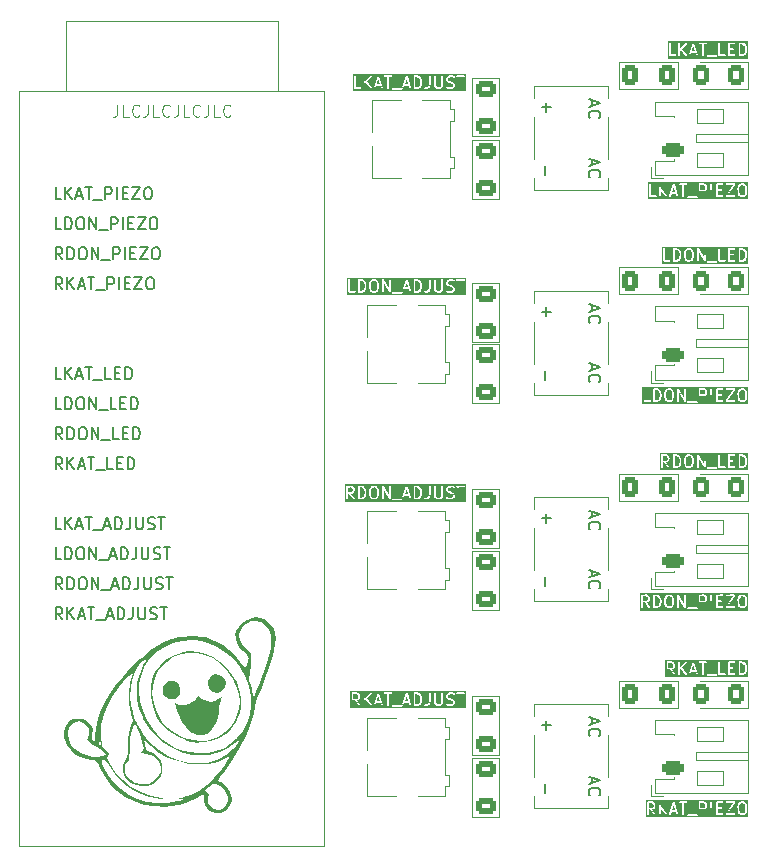
<source format=gto>
G04 #@! TF.GenerationSoftware,KiCad,Pcbnew,8.0.1*
G04 #@! TF.CreationDate,2024-04-30T12:08:52+02:00*
G04 #@! TF.ProjectId,Taiko IoBoard,5461696b-6f20-4496-9f42-6f6172642e6b,1*
G04 #@! TF.SameCoordinates,Original*
G04 #@! TF.FileFunction,Legend,Top*
G04 #@! TF.FilePolarity,Positive*
%FSLAX46Y46*%
G04 Gerber Fmt 4.6, Leading zero omitted, Abs format (unit mm)*
G04 Created by KiCad (PCBNEW 8.0.1) date 2024-04-30 12:08:52*
%MOMM*%
%LPD*%
G01*
G04 APERTURE LIST*
G04 Aperture macros list*
%AMRoundRect*
0 Rectangle with rounded corners*
0 $1 Rounding radius*
0 $2 $3 $4 $5 $6 $7 $8 $9 X,Y pos of 4 corners*
0 Add a 4 corners polygon primitive as box body*
4,1,4,$2,$3,$4,$5,$6,$7,$8,$9,$2,$3,0*
0 Add four circle primitives for the rounded corners*
1,1,$1+$1,$2,$3*
1,1,$1+$1,$4,$5*
1,1,$1+$1,$6,$7*
1,1,$1+$1,$8,$9*
0 Add four rect primitives between the rounded corners*
20,1,$1+$1,$2,$3,$4,$5,0*
20,1,$1+$1,$4,$5,$6,$7,0*
20,1,$1+$1,$6,$7,$8,$9,0*
20,1,$1+$1,$8,$9,$2,$3,0*%
G04 Aperture macros list end*
%ADD10C,0.100000*%
%ADD11C,0.150000*%
%ADD12C,0.120000*%
%ADD13C,0.000000*%
%ADD14RoundRect,0.250000X0.625000X-0.400000X0.625000X0.400000X-0.625000X0.400000X-0.625000X-0.400000X0*%
%ADD15R,2.500000X1.524000*%
%ADD16R,2.000000X1.200000*%
%ADD17O,2.000000X1.200000*%
%ADD18RoundRect,0.250000X-0.400000X-0.625000X0.400000X-0.625000X0.400000X0.625000X-0.400000X0.625000X0*%
%ADD19RoundRect,0.250001X0.462499X0.624999X-0.462499X0.624999X-0.462499X-0.624999X0.462499X-0.624999X0*%
%ADD20RoundRect,0.300000X0.600000X-0.300000X0.600000X0.300000X-0.600000X0.300000X-0.600000X-0.300000X0*%
%ADD21O,1.800000X1.200000*%
%ADD22C,1.900000*%
%ADD23C,3.800000*%
%ADD24C,0.600000*%
G04 APERTURE END LIST*
D10*
X79176740Y-32622419D02*
X79176740Y-33336704D01*
X79176740Y-33336704D02*
X79129121Y-33479561D01*
X79129121Y-33479561D02*
X79033883Y-33574800D01*
X79033883Y-33574800D02*
X78891026Y-33622419D01*
X78891026Y-33622419D02*
X78795788Y-33622419D01*
X80129121Y-33622419D02*
X79652931Y-33622419D01*
X79652931Y-33622419D02*
X79652931Y-32622419D01*
X81033883Y-33527180D02*
X80986264Y-33574800D01*
X80986264Y-33574800D02*
X80843407Y-33622419D01*
X80843407Y-33622419D02*
X80748169Y-33622419D01*
X80748169Y-33622419D02*
X80605312Y-33574800D01*
X80605312Y-33574800D02*
X80510074Y-33479561D01*
X80510074Y-33479561D02*
X80462455Y-33384323D01*
X80462455Y-33384323D02*
X80414836Y-33193847D01*
X80414836Y-33193847D02*
X80414836Y-33050990D01*
X80414836Y-33050990D02*
X80462455Y-32860514D01*
X80462455Y-32860514D02*
X80510074Y-32765276D01*
X80510074Y-32765276D02*
X80605312Y-32670038D01*
X80605312Y-32670038D02*
X80748169Y-32622419D01*
X80748169Y-32622419D02*
X80843407Y-32622419D01*
X80843407Y-32622419D02*
X80986264Y-32670038D01*
X80986264Y-32670038D02*
X81033883Y-32717657D01*
X81748169Y-32622419D02*
X81748169Y-33336704D01*
X81748169Y-33336704D02*
X81700550Y-33479561D01*
X81700550Y-33479561D02*
X81605312Y-33574800D01*
X81605312Y-33574800D02*
X81462455Y-33622419D01*
X81462455Y-33622419D02*
X81367217Y-33622419D01*
X82700550Y-33622419D02*
X82224360Y-33622419D01*
X82224360Y-33622419D02*
X82224360Y-32622419D01*
X83605312Y-33527180D02*
X83557693Y-33574800D01*
X83557693Y-33574800D02*
X83414836Y-33622419D01*
X83414836Y-33622419D02*
X83319598Y-33622419D01*
X83319598Y-33622419D02*
X83176741Y-33574800D01*
X83176741Y-33574800D02*
X83081503Y-33479561D01*
X83081503Y-33479561D02*
X83033884Y-33384323D01*
X83033884Y-33384323D02*
X82986265Y-33193847D01*
X82986265Y-33193847D02*
X82986265Y-33050990D01*
X82986265Y-33050990D02*
X83033884Y-32860514D01*
X83033884Y-32860514D02*
X83081503Y-32765276D01*
X83081503Y-32765276D02*
X83176741Y-32670038D01*
X83176741Y-32670038D02*
X83319598Y-32622419D01*
X83319598Y-32622419D02*
X83414836Y-32622419D01*
X83414836Y-32622419D02*
X83557693Y-32670038D01*
X83557693Y-32670038D02*
X83605312Y-32717657D01*
X84319598Y-32622419D02*
X84319598Y-33336704D01*
X84319598Y-33336704D02*
X84271979Y-33479561D01*
X84271979Y-33479561D02*
X84176741Y-33574800D01*
X84176741Y-33574800D02*
X84033884Y-33622419D01*
X84033884Y-33622419D02*
X83938646Y-33622419D01*
X85271979Y-33622419D02*
X84795789Y-33622419D01*
X84795789Y-33622419D02*
X84795789Y-32622419D01*
X86176741Y-33527180D02*
X86129122Y-33574800D01*
X86129122Y-33574800D02*
X85986265Y-33622419D01*
X85986265Y-33622419D02*
X85891027Y-33622419D01*
X85891027Y-33622419D02*
X85748170Y-33574800D01*
X85748170Y-33574800D02*
X85652932Y-33479561D01*
X85652932Y-33479561D02*
X85605313Y-33384323D01*
X85605313Y-33384323D02*
X85557694Y-33193847D01*
X85557694Y-33193847D02*
X85557694Y-33050990D01*
X85557694Y-33050990D02*
X85605313Y-32860514D01*
X85605313Y-32860514D02*
X85652932Y-32765276D01*
X85652932Y-32765276D02*
X85748170Y-32670038D01*
X85748170Y-32670038D02*
X85891027Y-32622419D01*
X85891027Y-32622419D02*
X85986265Y-32622419D01*
X85986265Y-32622419D02*
X86129122Y-32670038D01*
X86129122Y-32670038D02*
X86176741Y-32717657D01*
X86891027Y-32622419D02*
X86891027Y-33336704D01*
X86891027Y-33336704D02*
X86843408Y-33479561D01*
X86843408Y-33479561D02*
X86748170Y-33574800D01*
X86748170Y-33574800D02*
X86605313Y-33622419D01*
X86605313Y-33622419D02*
X86510075Y-33622419D01*
X87843408Y-33622419D02*
X87367218Y-33622419D01*
X87367218Y-33622419D02*
X87367218Y-32622419D01*
X88748170Y-33527180D02*
X88700551Y-33574800D01*
X88700551Y-33574800D02*
X88557694Y-33622419D01*
X88557694Y-33622419D02*
X88462456Y-33622419D01*
X88462456Y-33622419D02*
X88319599Y-33574800D01*
X88319599Y-33574800D02*
X88224361Y-33479561D01*
X88224361Y-33479561D02*
X88176742Y-33384323D01*
X88176742Y-33384323D02*
X88129123Y-33193847D01*
X88129123Y-33193847D02*
X88129123Y-33050990D01*
X88129123Y-33050990D02*
X88176742Y-32860514D01*
X88176742Y-32860514D02*
X88224361Y-32765276D01*
X88224361Y-32765276D02*
X88319599Y-32670038D01*
X88319599Y-32670038D02*
X88462456Y-32622419D01*
X88462456Y-32622419D02*
X88557694Y-32622419D01*
X88557694Y-32622419D02*
X88700551Y-32670038D01*
X88700551Y-32670038D02*
X88748170Y-32717657D01*
D11*
X119369014Y-89595226D02*
X119369014Y-90071416D01*
X119083299Y-89499988D02*
X120083299Y-89833321D01*
X120083299Y-89833321D02*
X119083299Y-90166654D01*
X119178538Y-91071416D02*
X119130919Y-91023797D01*
X119130919Y-91023797D02*
X119083299Y-90880940D01*
X119083299Y-90880940D02*
X119083299Y-90785702D01*
X119083299Y-90785702D02*
X119130919Y-90642845D01*
X119130919Y-90642845D02*
X119226157Y-90547607D01*
X119226157Y-90547607D02*
X119321395Y-90499988D01*
X119321395Y-90499988D02*
X119511871Y-90452369D01*
X119511871Y-90452369D02*
X119654728Y-90452369D01*
X119654728Y-90452369D02*
X119845204Y-90499988D01*
X119845204Y-90499988D02*
X119940442Y-90547607D01*
X119940442Y-90547607D02*
X120035680Y-90642845D01*
X120035680Y-90642845D02*
X120083299Y-90785702D01*
X120083299Y-90785702D02*
X120083299Y-90880940D01*
X120083299Y-90880940D02*
X120035680Y-91023797D01*
X120035680Y-91023797D02*
X119988061Y-91071416D01*
X115412567Y-90141552D02*
X115412567Y-90903457D01*
X115470735Y-84763185D02*
X115470735Y-85525090D01*
X115089782Y-85144137D02*
X115851687Y-85144137D01*
X119369014Y-84595226D02*
X119369014Y-85071416D01*
X119083299Y-84499988D02*
X120083299Y-84833321D01*
X120083299Y-84833321D02*
X119083299Y-85166654D01*
X119178538Y-86071416D02*
X119130919Y-86023797D01*
X119130919Y-86023797D02*
X119083299Y-85880940D01*
X119083299Y-85880940D02*
X119083299Y-85785702D01*
X119083299Y-85785702D02*
X119130919Y-85642845D01*
X119130919Y-85642845D02*
X119226157Y-85547607D01*
X119226157Y-85547607D02*
X119321395Y-85499988D01*
X119321395Y-85499988D02*
X119511871Y-85452369D01*
X119511871Y-85452369D02*
X119654728Y-85452369D01*
X119654728Y-85452369D02*
X119845204Y-85499988D01*
X119845204Y-85499988D02*
X119940442Y-85547607D01*
X119940442Y-85547607D02*
X120035680Y-85642845D01*
X120035680Y-85642845D02*
X120083299Y-85785702D01*
X120083299Y-85785702D02*
X120083299Y-85880940D01*
X120083299Y-85880940D02*
X120035680Y-86023797D01*
X120035680Y-86023797D02*
X119988061Y-86071416D01*
X74528207Y-48249170D02*
X74194874Y-47772979D01*
X73956779Y-48249170D02*
X73956779Y-47249170D01*
X73956779Y-47249170D02*
X74337731Y-47249170D01*
X74337731Y-47249170D02*
X74432969Y-47296789D01*
X74432969Y-47296789D02*
X74480588Y-47344408D01*
X74480588Y-47344408D02*
X74528207Y-47439646D01*
X74528207Y-47439646D02*
X74528207Y-47582503D01*
X74528207Y-47582503D02*
X74480588Y-47677741D01*
X74480588Y-47677741D02*
X74432969Y-47725360D01*
X74432969Y-47725360D02*
X74337731Y-47772979D01*
X74337731Y-47772979D02*
X73956779Y-47772979D01*
X74956779Y-48249170D02*
X74956779Y-47249170D01*
X75528207Y-48249170D02*
X75099636Y-47677741D01*
X75528207Y-47249170D02*
X74956779Y-47820598D01*
X75909160Y-47963455D02*
X76385350Y-47963455D01*
X75813922Y-48249170D02*
X76147255Y-47249170D01*
X76147255Y-47249170D02*
X76480588Y-48249170D01*
X76671065Y-47249170D02*
X77242493Y-47249170D01*
X76956779Y-48249170D02*
X76956779Y-47249170D01*
X77337732Y-48344408D02*
X78099636Y-48344408D01*
X78337732Y-48249170D02*
X78337732Y-47249170D01*
X78337732Y-47249170D02*
X78718684Y-47249170D01*
X78718684Y-47249170D02*
X78813922Y-47296789D01*
X78813922Y-47296789D02*
X78861541Y-47344408D01*
X78861541Y-47344408D02*
X78909160Y-47439646D01*
X78909160Y-47439646D02*
X78909160Y-47582503D01*
X78909160Y-47582503D02*
X78861541Y-47677741D01*
X78861541Y-47677741D02*
X78813922Y-47725360D01*
X78813922Y-47725360D02*
X78718684Y-47772979D01*
X78718684Y-47772979D02*
X78337732Y-47772979D01*
X79337732Y-48249170D02*
X79337732Y-47249170D01*
X79813922Y-47725360D02*
X80147255Y-47725360D01*
X80290112Y-48249170D02*
X79813922Y-48249170D01*
X79813922Y-48249170D02*
X79813922Y-47249170D01*
X79813922Y-47249170D02*
X80290112Y-47249170D01*
X80623446Y-47249170D02*
X81290112Y-47249170D01*
X81290112Y-47249170D02*
X80623446Y-48249170D01*
X80623446Y-48249170D02*
X81290112Y-48249170D01*
X81861541Y-47249170D02*
X82052017Y-47249170D01*
X82052017Y-47249170D02*
X82147255Y-47296789D01*
X82147255Y-47296789D02*
X82242493Y-47392027D01*
X82242493Y-47392027D02*
X82290112Y-47582503D01*
X82290112Y-47582503D02*
X82290112Y-47915836D01*
X82290112Y-47915836D02*
X82242493Y-48106312D01*
X82242493Y-48106312D02*
X82147255Y-48201551D01*
X82147255Y-48201551D02*
X82052017Y-48249170D01*
X82052017Y-48249170D02*
X81861541Y-48249170D01*
X81861541Y-48249170D02*
X81766303Y-48201551D01*
X81766303Y-48201551D02*
X81671065Y-48106312D01*
X81671065Y-48106312D02*
X81623446Y-47915836D01*
X81623446Y-47915836D02*
X81623446Y-47582503D01*
X81623446Y-47582503D02*
X81671065Y-47392027D01*
X81671065Y-47392027D02*
X81766303Y-47296789D01*
X81766303Y-47296789D02*
X81861541Y-47249170D01*
X74528207Y-76189170D02*
X74194874Y-75712979D01*
X73956779Y-76189170D02*
X73956779Y-75189170D01*
X73956779Y-75189170D02*
X74337731Y-75189170D01*
X74337731Y-75189170D02*
X74432969Y-75236789D01*
X74432969Y-75236789D02*
X74480588Y-75284408D01*
X74480588Y-75284408D02*
X74528207Y-75379646D01*
X74528207Y-75379646D02*
X74528207Y-75522503D01*
X74528207Y-75522503D02*
X74480588Y-75617741D01*
X74480588Y-75617741D02*
X74432969Y-75665360D01*
X74432969Y-75665360D02*
X74337731Y-75712979D01*
X74337731Y-75712979D02*
X73956779Y-75712979D01*
X74956779Y-76189170D02*
X74956779Y-75189170D01*
X75528207Y-76189170D02*
X75099636Y-75617741D01*
X75528207Y-75189170D02*
X74956779Y-75760598D01*
X75909160Y-75903455D02*
X76385350Y-75903455D01*
X75813922Y-76189170D02*
X76147255Y-75189170D01*
X76147255Y-75189170D02*
X76480588Y-76189170D01*
X76671065Y-75189170D02*
X77242493Y-75189170D01*
X76956779Y-76189170D02*
X76956779Y-75189170D01*
X77337732Y-76284408D02*
X78099636Y-76284408D01*
X78290113Y-75903455D02*
X78766303Y-75903455D01*
X78194875Y-76189170D02*
X78528208Y-75189170D01*
X78528208Y-75189170D02*
X78861541Y-76189170D01*
X79194875Y-76189170D02*
X79194875Y-75189170D01*
X79194875Y-75189170D02*
X79432970Y-75189170D01*
X79432970Y-75189170D02*
X79575827Y-75236789D01*
X79575827Y-75236789D02*
X79671065Y-75332027D01*
X79671065Y-75332027D02*
X79718684Y-75427265D01*
X79718684Y-75427265D02*
X79766303Y-75617741D01*
X79766303Y-75617741D02*
X79766303Y-75760598D01*
X79766303Y-75760598D02*
X79718684Y-75951074D01*
X79718684Y-75951074D02*
X79671065Y-76046312D01*
X79671065Y-76046312D02*
X79575827Y-76141551D01*
X79575827Y-76141551D02*
X79432970Y-76189170D01*
X79432970Y-76189170D02*
X79194875Y-76189170D01*
X80480589Y-75189170D02*
X80480589Y-75903455D01*
X80480589Y-75903455D02*
X80432970Y-76046312D01*
X80432970Y-76046312D02*
X80337732Y-76141551D01*
X80337732Y-76141551D02*
X80194875Y-76189170D01*
X80194875Y-76189170D02*
X80099637Y-76189170D01*
X80956780Y-75189170D02*
X80956780Y-75998693D01*
X80956780Y-75998693D02*
X81004399Y-76093931D01*
X81004399Y-76093931D02*
X81052018Y-76141551D01*
X81052018Y-76141551D02*
X81147256Y-76189170D01*
X81147256Y-76189170D02*
X81337732Y-76189170D01*
X81337732Y-76189170D02*
X81432970Y-76141551D01*
X81432970Y-76141551D02*
X81480589Y-76093931D01*
X81480589Y-76093931D02*
X81528208Y-75998693D01*
X81528208Y-75998693D02*
X81528208Y-75189170D01*
X81956780Y-76141551D02*
X82099637Y-76189170D01*
X82099637Y-76189170D02*
X82337732Y-76189170D01*
X82337732Y-76189170D02*
X82432970Y-76141551D01*
X82432970Y-76141551D02*
X82480589Y-76093931D01*
X82480589Y-76093931D02*
X82528208Y-75998693D01*
X82528208Y-75998693D02*
X82528208Y-75903455D01*
X82528208Y-75903455D02*
X82480589Y-75808217D01*
X82480589Y-75808217D02*
X82432970Y-75760598D01*
X82432970Y-75760598D02*
X82337732Y-75712979D01*
X82337732Y-75712979D02*
X82147256Y-75665360D01*
X82147256Y-75665360D02*
X82052018Y-75617741D01*
X82052018Y-75617741D02*
X82004399Y-75570122D01*
X82004399Y-75570122D02*
X81956780Y-75474884D01*
X81956780Y-75474884D02*
X81956780Y-75379646D01*
X81956780Y-75379646D02*
X82004399Y-75284408D01*
X82004399Y-75284408D02*
X82052018Y-75236789D01*
X82052018Y-75236789D02*
X82147256Y-75189170D01*
X82147256Y-75189170D02*
X82385351Y-75189170D01*
X82385351Y-75189170D02*
X82528208Y-75236789D01*
X82813923Y-75189170D02*
X83385351Y-75189170D01*
X83099637Y-76189170D02*
X83099637Y-75189170D01*
X74432969Y-68569170D02*
X73956779Y-68569170D01*
X73956779Y-68569170D02*
X73956779Y-67569170D01*
X74766303Y-68569170D02*
X74766303Y-67569170D01*
X75337731Y-68569170D02*
X74909160Y-67997741D01*
X75337731Y-67569170D02*
X74766303Y-68140598D01*
X75718684Y-68283455D02*
X76194874Y-68283455D01*
X75623446Y-68569170D02*
X75956779Y-67569170D01*
X75956779Y-67569170D02*
X76290112Y-68569170D01*
X76480589Y-67569170D02*
X77052017Y-67569170D01*
X76766303Y-68569170D02*
X76766303Y-67569170D01*
X77147256Y-68664408D02*
X77909160Y-68664408D01*
X78099637Y-68283455D02*
X78575827Y-68283455D01*
X78004399Y-68569170D02*
X78337732Y-67569170D01*
X78337732Y-67569170D02*
X78671065Y-68569170D01*
X79004399Y-68569170D02*
X79004399Y-67569170D01*
X79004399Y-67569170D02*
X79242494Y-67569170D01*
X79242494Y-67569170D02*
X79385351Y-67616789D01*
X79385351Y-67616789D02*
X79480589Y-67712027D01*
X79480589Y-67712027D02*
X79528208Y-67807265D01*
X79528208Y-67807265D02*
X79575827Y-67997741D01*
X79575827Y-67997741D02*
X79575827Y-68140598D01*
X79575827Y-68140598D02*
X79528208Y-68331074D01*
X79528208Y-68331074D02*
X79480589Y-68426312D01*
X79480589Y-68426312D02*
X79385351Y-68521551D01*
X79385351Y-68521551D02*
X79242494Y-68569170D01*
X79242494Y-68569170D02*
X79004399Y-68569170D01*
X80290113Y-67569170D02*
X80290113Y-68283455D01*
X80290113Y-68283455D02*
X80242494Y-68426312D01*
X80242494Y-68426312D02*
X80147256Y-68521551D01*
X80147256Y-68521551D02*
X80004399Y-68569170D01*
X80004399Y-68569170D02*
X79909161Y-68569170D01*
X80766304Y-67569170D02*
X80766304Y-68378693D01*
X80766304Y-68378693D02*
X80813923Y-68473931D01*
X80813923Y-68473931D02*
X80861542Y-68521551D01*
X80861542Y-68521551D02*
X80956780Y-68569170D01*
X80956780Y-68569170D02*
X81147256Y-68569170D01*
X81147256Y-68569170D02*
X81242494Y-68521551D01*
X81242494Y-68521551D02*
X81290113Y-68473931D01*
X81290113Y-68473931D02*
X81337732Y-68378693D01*
X81337732Y-68378693D02*
X81337732Y-67569170D01*
X81766304Y-68521551D02*
X81909161Y-68569170D01*
X81909161Y-68569170D02*
X82147256Y-68569170D01*
X82147256Y-68569170D02*
X82242494Y-68521551D01*
X82242494Y-68521551D02*
X82290113Y-68473931D01*
X82290113Y-68473931D02*
X82337732Y-68378693D01*
X82337732Y-68378693D02*
X82337732Y-68283455D01*
X82337732Y-68283455D02*
X82290113Y-68188217D01*
X82290113Y-68188217D02*
X82242494Y-68140598D01*
X82242494Y-68140598D02*
X82147256Y-68092979D01*
X82147256Y-68092979D02*
X81956780Y-68045360D01*
X81956780Y-68045360D02*
X81861542Y-67997741D01*
X81861542Y-67997741D02*
X81813923Y-67950122D01*
X81813923Y-67950122D02*
X81766304Y-67854884D01*
X81766304Y-67854884D02*
X81766304Y-67759646D01*
X81766304Y-67759646D02*
X81813923Y-67664408D01*
X81813923Y-67664408D02*
X81861542Y-67616789D01*
X81861542Y-67616789D02*
X81956780Y-67569170D01*
X81956780Y-67569170D02*
X82194875Y-67569170D01*
X82194875Y-67569170D02*
X82337732Y-67616789D01*
X82623447Y-67569170D02*
X83194875Y-67569170D01*
X82909161Y-68569170D02*
X82909161Y-67569170D01*
X74432969Y-43169170D02*
X73956779Y-43169170D01*
X73956779Y-43169170D02*
X73956779Y-42169170D01*
X74766303Y-43169170D02*
X74766303Y-42169170D01*
X74766303Y-42169170D02*
X75004398Y-42169170D01*
X75004398Y-42169170D02*
X75147255Y-42216789D01*
X75147255Y-42216789D02*
X75242493Y-42312027D01*
X75242493Y-42312027D02*
X75290112Y-42407265D01*
X75290112Y-42407265D02*
X75337731Y-42597741D01*
X75337731Y-42597741D02*
X75337731Y-42740598D01*
X75337731Y-42740598D02*
X75290112Y-42931074D01*
X75290112Y-42931074D02*
X75242493Y-43026312D01*
X75242493Y-43026312D02*
X75147255Y-43121551D01*
X75147255Y-43121551D02*
X75004398Y-43169170D01*
X75004398Y-43169170D02*
X74766303Y-43169170D01*
X75956779Y-42169170D02*
X76147255Y-42169170D01*
X76147255Y-42169170D02*
X76242493Y-42216789D01*
X76242493Y-42216789D02*
X76337731Y-42312027D01*
X76337731Y-42312027D02*
X76385350Y-42502503D01*
X76385350Y-42502503D02*
X76385350Y-42835836D01*
X76385350Y-42835836D02*
X76337731Y-43026312D01*
X76337731Y-43026312D02*
X76242493Y-43121551D01*
X76242493Y-43121551D02*
X76147255Y-43169170D01*
X76147255Y-43169170D02*
X75956779Y-43169170D01*
X75956779Y-43169170D02*
X75861541Y-43121551D01*
X75861541Y-43121551D02*
X75766303Y-43026312D01*
X75766303Y-43026312D02*
X75718684Y-42835836D01*
X75718684Y-42835836D02*
X75718684Y-42502503D01*
X75718684Y-42502503D02*
X75766303Y-42312027D01*
X75766303Y-42312027D02*
X75861541Y-42216789D01*
X75861541Y-42216789D02*
X75956779Y-42169170D01*
X76813922Y-43169170D02*
X76813922Y-42169170D01*
X76813922Y-42169170D02*
X77385350Y-43169170D01*
X77385350Y-43169170D02*
X77385350Y-42169170D01*
X77623446Y-43264408D02*
X78385350Y-43264408D01*
X78623446Y-43169170D02*
X78623446Y-42169170D01*
X78623446Y-42169170D02*
X79004398Y-42169170D01*
X79004398Y-42169170D02*
X79099636Y-42216789D01*
X79099636Y-42216789D02*
X79147255Y-42264408D01*
X79147255Y-42264408D02*
X79194874Y-42359646D01*
X79194874Y-42359646D02*
X79194874Y-42502503D01*
X79194874Y-42502503D02*
X79147255Y-42597741D01*
X79147255Y-42597741D02*
X79099636Y-42645360D01*
X79099636Y-42645360D02*
X79004398Y-42692979D01*
X79004398Y-42692979D02*
X78623446Y-42692979D01*
X79623446Y-43169170D02*
X79623446Y-42169170D01*
X80099636Y-42645360D02*
X80432969Y-42645360D01*
X80575826Y-43169170D02*
X80099636Y-43169170D01*
X80099636Y-43169170D02*
X80099636Y-42169170D01*
X80099636Y-42169170D02*
X80575826Y-42169170D01*
X80909160Y-42169170D02*
X81575826Y-42169170D01*
X81575826Y-42169170D02*
X80909160Y-43169170D01*
X80909160Y-43169170D02*
X81575826Y-43169170D01*
X82147255Y-42169170D02*
X82337731Y-42169170D01*
X82337731Y-42169170D02*
X82432969Y-42216789D01*
X82432969Y-42216789D02*
X82528207Y-42312027D01*
X82528207Y-42312027D02*
X82575826Y-42502503D01*
X82575826Y-42502503D02*
X82575826Y-42835836D01*
X82575826Y-42835836D02*
X82528207Y-43026312D01*
X82528207Y-43026312D02*
X82432969Y-43121551D01*
X82432969Y-43121551D02*
X82337731Y-43169170D01*
X82337731Y-43169170D02*
X82147255Y-43169170D01*
X82147255Y-43169170D02*
X82052017Y-43121551D01*
X82052017Y-43121551D02*
X81956779Y-43026312D01*
X81956779Y-43026312D02*
X81909160Y-42835836D01*
X81909160Y-42835836D02*
X81909160Y-42502503D01*
X81909160Y-42502503D02*
X81956779Y-42312027D01*
X81956779Y-42312027D02*
X82052017Y-42216789D01*
X82052017Y-42216789D02*
X82147255Y-42169170D01*
X74528207Y-73649170D02*
X74194874Y-73172979D01*
X73956779Y-73649170D02*
X73956779Y-72649170D01*
X73956779Y-72649170D02*
X74337731Y-72649170D01*
X74337731Y-72649170D02*
X74432969Y-72696789D01*
X74432969Y-72696789D02*
X74480588Y-72744408D01*
X74480588Y-72744408D02*
X74528207Y-72839646D01*
X74528207Y-72839646D02*
X74528207Y-72982503D01*
X74528207Y-72982503D02*
X74480588Y-73077741D01*
X74480588Y-73077741D02*
X74432969Y-73125360D01*
X74432969Y-73125360D02*
X74337731Y-73172979D01*
X74337731Y-73172979D02*
X73956779Y-73172979D01*
X74956779Y-73649170D02*
X74956779Y-72649170D01*
X74956779Y-72649170D02*
X75194874Y-72649170D01*
X75194874Y-72649170D02*
X75337731Y-72696789D01*
X75337731Y-72696789D02*
X75432969Y-72792027D01*
X75432969Y-72792027D02*
X75480588Y-72887265D01*
X75480588Y-72887265D02*
X75528207Y-73077741D01*
X75528207Y-73077741D02*
X75528207Y-73220598D01*
X75528207Y-73220598D02*
X75480588Y-73411074D01*
X75480588Y-73411074D02*
X75432969Y-73506312D01*
X75432969Y-73506312D02*
X75337731Y-73601551D01*
X75337731Y-73601551D02*
X75194874Y-73649170D01*
X75194874Y-73649170D02*
X74956779Y-73649170D01*
X76147255Y-72649170D02*
X76337731Y-72649170D01*
X76337731Y-72649170D02*
X76432969Y-72696789D01*
X76432969Y-72696789D02*
X76528207Y-72792027D01*
X76528207Y-72792027D02*
X76575826Y-72982503D01*
X76575826Y-72982503D02*
X76575826Y-73315836D01*
X76575826Y-73315836D02*
X76528207Y-73506312D01*
X76528207Y-73506312D02*
X76432969Y-73601551D01*
X76432969Y-73601551D02*
X76337731Y-73649170D01*
X76337731Y-73649170D02*
X76147255Y-73649170D01*
X76147255Y-73649170D02*
X76052017Y-73601551D01*
X76052017Y-73601551D02*
X75956779Y-73506312D01*
X75956779Y-73506312D02*
X75909160Y-73315836D01*
X75909160Y-73315836D02*
X75909160Y-72982503D01*
X75909160Y-72982503D02*
X75956779Y-72792027D01*
X75956779Y-72792027D02*
X76052017Y-72696789D01*
X76052017Y-72696789D02*
X76147255Y-72649170D01*
X77004398Y-73649170D02*
X77004398Y-72649170D01*
X77004398Y-72649170D02*
X77575826Y-73649170D01*
X77575826Y-73649170D02*
X77575826Y-72649170D01*
X77813922Y-73744408D02*
X78575826Y-73744408D01*
X78766303Y-73363455D02*
X79242493Y-73363455D01*
X78671065Y-73649170D02*
X79004398Y-72649170D01*
X79004398Y-72649170D02*
X79337731Y-73649170D01*
X79671065Y-73649170D02*
X79671065Y-72649170D01*
X79671065Y-72649170D02*
X79909160Y-72649170D01*
X79909160Y-72649170D02*
X80052017Y-72696789D01*
X80052017Y-72696789D02*
X80147255Y-72792027D01*
X80147255Y-72792027D02*
X80194874Y-72887265D01*
X80194874Y-72887265D02*
X80242493Y-73077741D01*
X80242493Y-73077741D02*
X80242493Y-73220598D01*
X80242493Y-73220598D02*
X80194874Y-73411074D01*
X80194874Y-73411074D02*
X80147255Y-73506312D01*
X80147255Y-73506312D02*
X80052017Y-73601551D01*
X80052017Y-73601551D02*
X79909160Y-73649170D01*
X79909160Y-73649170D02*
X79671065Y-73649170D01*
X80956779Y-72649170D02*
X80956779Y-73363455D01*
X80956779Y-73363455D02*
X80909160Y-73506312D01*
X80909160Y-73506312D02*
X80813922Y-73601551D01*
X80813922Y-73601551D02*
X80671065Y-73649170D01*
X80671065Y-73649170D02*
X80575827Y-73649170D01*
X81432970Y-72649170D02*
X81432970Y-73458693D01*
X81432970Y-73458693D02*
X81480589Y-73553931D01*
X81480589Y-73553931D02*
X81528208Y-73601551D01*
X81528208Y-73601551D02*
X81623446Y-73649170D01*
X81623446Y-73649170D02*
X81813922Y-73649170D01*
X81813922Y-73649170D02*
X81909160Y-73601551D01*
X81909160Y-73601551D02*
X81956779Y-73553931D01*
X81956779Y-73553931D02*
X82004398Y-73458693D01*
X82004398Y-73458693D02*
X82004398Y-72649170D01*
X82432970Y-73601551D02*
X82575827Y-73649170D01*
X82575827Y-73649170D02*
X82813922Y-73649170D01*
X82813922Y-73649170D02*
X82909160Y-73601551D01*
X82909160Y-73601551D02*
X82956779Y-73553931D01*
X82956779Y-73553931D02*
X83004398Y-73458693D01*
X83004398Y-73458693D02*
X83004398Y-73363455D01*
X83004398Y-73363455D02*
X82956779Y-73268217D01*
X82956779Y-73268217D02*
X82909160Y-73220598D01*
X82909160Y-73220598D02*
X82813922Y-73172979D01*
X82813922Y-73172979D02*
X82623446Y-73125360D01*
X82623446Y-73125360D02*
X82528208Y-73077741D01*
X82528208Y-73077741D02*
X82480589Y-73030122D01*
X82480589Y-73030122D02*
X82432970Y-72934884D01*
X82432970Y-72934884D02*
X82432970Y-72839646D01*
X82432970Y-72839646D02*
X82480589Y-72744408D01*
X82480589Y-72744408D02*
X82528208Y-72696789D01*
X82528208Y-72696789D02*
X82623446Y-72649170D01*
X82623446Y-72649170D02*
X82861541Y-72649170D01*
X82861541Y-72649170D02*
X83004398Y-72696789D01*
X83290113Y-72649170D02*
X83861541Y-72649170D01*
X83575827Y-73649170D02*
X83575827Y-72649170D01*
X74528207Y-63489170D02*
X74194874Y-63012979D01*
X73956779Y-63489170D02*
X73956779Y-62489170D01*
X73956779Y-62489170D02*
X74337731Y-62489170D01*
X74337731Y-62489170D02*
X74432969Y-62536789D01*
X74432969Y-62536789D02*
X74480588Y-62584408D01*
X74480588Y-62584408D02*
X74528207Y-62679646D01*
X74528207Y-62679646D02*
X74528207Y-62822503D01*
X74528207Y-62822503D02*
X74480588Y-62917741D01*
X74480588Y-62917741D02*
X74432969Y-62965360D01*
X74432969Y-62965360D02*
X74337731Y-63012979D01*
X74337731Y-63012979D02*
X73956779Y-63012979D01*
X74956779Y-63489170D02*
X74956779Y-62489170D01*
X75528207Y-63489170D02*
X75099636Y-62917741D01*
X75528207Y-62489170D02*
X74956779Y-63060598D01*
X75909160Y-63203455D02*
X76385350Y-63203455D01*
X75813922Y-63489170D02*
X76147255Y-62489170D01*
X76147255Y-62489170D02*
X76480588Y-63489170D01*
X76671065Y-62489170D02*
X77242493Y-62489170D01*
X76956779Y-63489170D02*
X76956779Y-62489170D01*
X77337732Y-63584408D02*
X78099636Y-63584408D01*
X78813922Y-63489170D02*
X78337732Y-63489170D01*
X78337732Y-63489170D02*
X78337732Y-62489170D01*
X79147256Y-62965360D02*
X79480589Y-62965360D01*
X79623446Y-63489170D02*
X79147256Y-63489170D01*
X79147256Y-63489170D02*
X79147256Y-62489170D01*
X79147256Y-62489170D02*
X79623446Y-62489170D01*
X80052018Y-63489170D02*
X80052018Y-62489170D01*
X80052018Y-62489170D02*
X80290113Y-62489170D01*
X80290113Y-62489170D02*
X80432970Y-62536789D01*
X80432970Y-62536789D02*
X80528208Y-62632027D01*
X80528208Y-62632027D02*
X80575827Y-62727265D01*
X80575827Y-62727265D02*
X80623446Y-62917741D01*
X80623446Y-62917741D02*
X80623446Y-63060598D01*
X80623446Y-63060598D02*
X80575827Y-63251074D01*
X80575827Y-63251074D02*
X80528208Y-63346312D01*
X80528208Y-63346312D02*
X80432970Y-63441551D01*
X80432970Y-63441551D02*
X80290113Y-63489170D01*
X80290113Y-63489170D02*
X80052018Y-63489170D01*
X74432969Y-55869170D02*
X73956779Y-55869170D01*
X73956779Y-55869170D02*
X73956779Y-54869170D01*
X74766303Y-55869170D02*
X74766303Y-54869170D01*
X75337731Y-55869170D02*
X74909160Y-55297741D01*
X75337731Y-54869170D02*
X74766303Y-55440598D01*
X75718684Y-55583455D02*
X76194874Y-55583455D01*
X75623446Y-55869170D02*
X75956779Y-54869170D01*
X75956779Y-54869170D02*
X76290112Y-55869170D01*
X76480589Y-54869170D02*
X77052017Y-54869170D01*
X76766303Y-55869170D02*
X76766303Y-54869170D01*
X77147256Y-55964408D02*
X77909160Y-55964408D01*
X78623446Y-55869170D02*
X78147256Y-55869170D01*
X78147256Y-55869170D02*
X78147256Y-54869170D01*
X78956780Y-55345360D02*
X79290113Y-55345360D01*
X79432970Y-55869170D02*
X78956780Y-55869170D01*
X78956780Y-55869170D02*
X78956780Y-54869170D01*
X78956780Y-54869170D02*
X79432970Y-54869170D01*
X79861542Y-55869170D02*
X79861542Y-54869170D01*
X79861542Y-54869170D02*
X80099637Y-54869170D01*
X80099637Y-54869170D02*
X80242494Y-54916789D01*
X80242494Y-54916789D02*
X80337732Y-55012027D01*
X80337732Y-55012027D02*
X80385351Y-55107265D01*
X80385351Y-55107265D02*
X80432970Y-55297741D01*
X80432970Y-55297741D02*
X80432970Y-55440598D01*
X80432970Y-55440598D02*
X80385351Y-55631074D01*
X80385351Y-55631074D02*
X80337732Y-55726312D01*
X80337732Y-55726312D02*
X80242494Y-55821551D01*
X80242494Y-55821551D02*
X80099637Y-55869170D01*
X80099637Y-55869170D02*
X79861542Y-55869170D01*
X74528207Y-60949170D02*
X74194874Y-60472979D01*
X73956779Y-60949170D02*
X73956779Y-59949170D01*
X73956779Y-59949170D02*
X74337731Y-59949170D01*
X74337731Y-59949170D02*
X74432969Y-59996789D01*
X74432969Y-59996789D02*
X74480588Y-60044408D01*
X74480588Y-60044408D02*
X74528207Y-60139646D01*
X74528207Y-60139646D02*
X74528207Y-60282503D01*
X74528207Y-60282503D02*
X74480588Y-60377741D01*
X74480588Y-60377741D02*
X74432969Y-60425360D01*
X74432969Y-60425360D02*
X74337731Y-60472979D01*
X74337731Y-60472979D02*
X73956779Y-60472979D01*
X74956779Y-60949170D02*
X74956779Y-59949170D01*
X74956779Y-59949170D02*
X75194874Y-59949170D01*
X75194874Y-59949170D02*
X75337731Y-59996789D01*
X75337731Y-59996789D02*
X75432969Y-60092027D01*
X75432969Y-60092027D02*
X75480588Y-60187265D01*
X75480588Y-60187265D02*
X75528207Y-60377741D01*
X75528207Y-60377741D02*
X75528207Y-60520598D01*
X75528207Y-60520598D02*
X75480588Y-60711074D01*
X75480588Y-60711074D02*
X75432969Y-60806312D01*
X75432969Y-60806312D02*
X75337731Y-60901551D01*
X75337731Y-60901551D02*
X75194874Y-60949170D01*
X75194874Y-60949170D02*
X74956779Y-60949170D01*
X76147255Y-59949170D02*
X76337731Y-59949170D01*
X76337731Y-59949170D02*
X76432969Y-59996789D01*
X76432969Y-59996789D02*
X76528207Y-60092027D01*
X76528207Y-60092027D02*
X76575826Y-60282503D01*
X76575826Y-60282503D02*
X76575826Y-60615836D01*
X76575826Y-60615836D02*
X76528207Y-60806312D01*
X76528207Y-60806312D02*
X76432969Y-60901551D01*
X76432969Y-60901551D02*
X76337731Y-60949170D01*
X76337731Y-60949170D02*
X76147255Y-60949170D01*
X76147255Y-60949170D02*
X76052017Y-60901551D01*
X76052017Y-60901551D02*
X75956779Y-60806312D01*
X75956779Y-60806312D02*
X75909160Y-60615836D01*
X75909160Y-60615836D02*
X75909160Y-60282503D01*
X75909160Y-60282503D02*
X75956779Y-60092027D01*
X75956779Y-60092027D02*
X76052017Y-59996789D01*
X76052017Y-59996789D02*
X76147255Y-59949170D01*
X77004398Y-60949170D02*
X77004398Y-59949170D01*
X77004398Y-59949170D02*
X77575826Y-60949170D01*
X77575826Y-60949170D02*
X77575826Y-59949170D01*
X77813922Y-61044408D02*
X78575826Y-61044408D01*
X79290112Y-60949170D02*
X78813922Y-60949170D01*
X78813922Y-60949170D02*
X78813922Y-59949170D01*
X79623446Y-60425360D02*
X79956779Y-60425360D01*
X80099636Y-60949170D02*
X79623446Y-60949170D01*
X79623446Y-60949170D02*
X79623446Y-59949170D01*
X79623446Y-59949170D02*
X80099636Y-59949170D01*
X80528208Y-60949170D02*
X80528208Y-59949170D01*
X80528208Y-59949170D02*
X80766303Y-59949170D01*
X80766303Y-59949170D02*
X80909160Y-59996789D01*
X80909160Y-59996789D02*
X81004398Y-60092027D01*
X81004398Y-60092027D02*
X81052017Y-60187265D01*
X81052017Y-60187265D02*
X81099636Y-60377741D01*
X81099636Y-60377741D02*
X81099636Y-60520598D01*
X81099636Y-60520598D02*
X81052017Y-60711074D01*
X81052017Y-60711074D02*
X81004398Y-60806312D01*
X81004398Y-60806312D02*
X80909160Y-60901551D01*
X80909160Y-60901551D02*
X80766303Y-60949170D01*
X80766303Y-60949170D02*
X80528208Y-60949170D01*
X74432969Y-71109170D02*
X73956779Y-71109170D01*
X73956779Y-71109170D02*
X73956779Y-70109170D01*
X74766303Y-71109170D02*
X74766303Y-70109170D01*
X74766303Y-70109170D02*
X75004398Y-70109170D01*
X75004398Y-70109170D02*
X75147255Y-70156789D01*
X75147255Y-70156789D02*
X75242493Y-70252027D01*
X75242493Y-70252027D02*
X75290112Y-70347265D01*
X75290112Y-70347265D02*
X75337731Y-70537741D01*
X75337731Y-70537741D02*
X75337731Y-70680598D01*
X75337731Y-70680598D02*
X75290112Y-70871074D01*
X75290112Y-70871074D02*
X75242493Y-70966312D01*
X75242493Y-70966312D02*
X75147255Y-71061551D01*
X75147255Y-71061551D02*
X75004398Y-71109170D01*
X75004398Y-71109170D02*
X74766303Y-71109170D01*
X75956779Y-70109170D02*
X76147255Y-70109170D01*
X76147255Y-70109170D02*
X76242493Y-70156789D01*
X76242493Y-70156789D02*
X76337731Y-70252027D01*
X76337731Y-70252027D02*
X76385350Y-70442503D01*
X76385350Y-70442503D02*
X76385350Y-70775836D01*
X76385350Y-70775836D02*
X76337731Y-70966312D01*
X76337731Y-70966312D02*
X76242493Y-71061551D01*
X76242493Y-71061551D02*
X76147255Y-71109170D01*
X76147255Y-71109170D02*
X75956779Y-71109170D01*
X75956779Y-71109170D02*
X75861541Y-71061551D01*
X75861541Y-71061551D02*
X75766303Y-70966312D01*
X75766303Y-70966312D02*
X75718684Y-70775836D01*
X75718684Y-70775836D02*
X75718684Y-70442503D01*
X75718684Y-70442503D02*
X75766303Y-70252027D01*
X75766303Y-70252027D02*
X75861541Y-70156789D01*
X75861541Y-70156789D02*
X75956779Y-70109170D01*
X76813922Y-71109170D02*
X76813922Y-70109170D01*
X76813922Y-70109170D02*
X77385350Y-71109170D01*
X77385350Y-71109170D02*
X77385350Y-70109170D01*
X77623446Y-71204408D02*
X78385350Y-71204408D01*
X78575827Y-70823455D02*
X79052017Y-70823455D01*
X78480589Y-71109170D02*
X78813922Y-70109170D01*
X78813922Y-70109170D02*
X79147255Y-71109170D01*
X79480589Y-71109170D02*
X79480589Y-70109170D01*
X79480589Y-70109170D02*
X79718684Y-70109170D01*
X79718684Y-70109170D02*
X79861541Y-70156789D01*
X79861541Y-70156789D02*
X79956779Y-70252027D01*
X79956779Y-70252027D02*
X80004398Y-70347265D01*
X80004398Y-70347265D02*
X80052017Y-70537741D01*
X80052017Y-70537741D02*
X80052017Y-70680598D01*
X80052017Y-70680598D02*
X80004398Y-70871074D01*
X80004398Y-70871074D02*
X79956779Y-70966312D01*
X79956779Y-70966312D02*
X79861541Y-71061551D01*
X79861541Y-71061551D02*
X79718684Y-71109170D01*
X79718684Y-71109170D02*
X79480589Y-71109170D01*
X80766303Y-70109170D02*
X80766303Y-70823455D01*
X80766303Y-70823455D02*
X80718684Y-70966312D01*
X80718684Y-70966312D02*
X80623446Y-71061551D01*
X80623446Y-71061551D02*
X80480589Y-71109170D01*
X80480589Y-71109170D02*
X80385351Y-71109170D01*
X81242494Y-70109170D02*
X81242494Y-70918693D01*
X81242494Y-70918693D02*
X81290113Y-71013931D01*
X81290113Y-71013931D02*
X81337732Y-71061551D01*
X81337732Y-71061551D02*
X81432970Y-71109170D01*
X81432970Y-71109170D02*
X81623446Y-71109170D01*
X81623446Y-71109170D02*
X81718684Y-71061551D01*
X81718684Y-71061551D02*
X81766303Y-71013931D01*
X81766303Y-71013931D02*
X81813922Y-70918693D01*
X81813922Y-70918693D02*
X81813922Y-70109170D01*
X82242494Y-71061551D02*
X82385351Y-71109170D01*
X82385351Y-71109170D02*
X82623446Y-71109170D01*
X82623446Y-71109170D02*
X82718684Y-71061551D01*
X82718684Y-71061551D02*
X82766303Y-71013931D01*
X82766303Y-71013931D02*
X82813922Y-70918693D01*
X82813922Y-70918693D02*
X82813922Y-70823455D01*
X82813922Y-70823455D02*
X82766303Y-70728217D01*
X82766303Y-70728217D02*
X82718684Y-70680598D01*
X82718684Y-70680598D02*
X82623446Y-70632979D01*
X82623446Y-70632979D02*
X82432970Y-70585360D01*
X82432970Y-70585360D02*
X82337732Y-70537741D01*
X82337732Y-70537741D02*
X82290113Y-70490122D01*
X82290113Y-70490122D02*
X82242494Y-70394884D01*
X82242494Y-70394884D02*
X82242494Y-70299646D01*
X82242494Y-70299646D02*
X82290113Y-70204408D01*
X82290113Y-70204408D02*
X82337732Y-70156789D01*
X82337732Y-70156789D02*
X82432970Y-70109170D01*
X82432970Y-70109170D02*
X82671065Y-70109170D01*
X82671065Y-70109170D02*
X82813922Y-70156789D01*
X83099637Y-70109170D02*
X83671065Y-70109170D01*
X83385351Y-71109170D02*
X83385351Y-70109170D01*
X74432969Y-58409170D02*
X73956779Y-58409170D01*
X73956779Y-58409170D02*
X73956779Y-57409170D01*
X74766303Y-58409170D02*
X74766303Y-57409170D01*
X74766303Y-57409170D02*
X75004398Y-57409170D01*
X75004398Y-57409170D02*
X75147255Y-57456789D01*
X75147255Y-57456789D02*
X75242493Y-57552027D01*
X75242493Y-57552027D02*
X75290112Y-57647265D01*
X75290112Y-57647265D02*
X75337731Y-57837741D01*
X75337731Y-57837741D02*
X75337731Y-57980598D01*
X75337731Y-57980598D02*
X75290112Y-58171074D01*
X75290112Y-58171074D02*
X75242493Y-58266312D01*
X75242493Y-58266312D02*
X75147255Y-58361551D01*
X75147255Y-58361551D02*
X75004398Y-58409170D01*
X75004398Y-58409170D02*
X74766303Y-58409170D01*
X75956779Y-57409170D02*
X76147255Y-57409170D01*
X76147255Y-57409170D02*
X76242493Y-57456789D01*
X76242493Y-57456789D02*
X76337731Y-57552027D01*
X76337731Y-57552027D02*
X76385350Y-57742503D01*
X76385350Y-57742503D02*
X76385350Y-58075836D01*
X76385350Y-58075836D02*
X76337731Y-58266312D01*
X76337731Y-58266312D02*
X76242493Y-58361551D01*
X76242493Y-58361551D02*
X76147255Y-58409170D01*
X76147255Y-58409170D02*
X75956779Y-58409170D01*
X75956779Y-58409170D02*
X75861541Y-58361551D01*
X75861541Y-58361551D02*
X75766303Y-58266312D01*
X75766303Y-58266312D02*
X75718684Y-58075836D01*
X75718684Y-58075836D02*
X75718684Y-57742503D01*
X75718684Y-57742503D02*
X75766303Y-57552027D01*
X75766303Y-57552027D02*
X75861541Y-57456789D01*
X75861541Y-57456789D02*
X75956779Y-57409170D01*
X76813922Y-58409170D02*
X76813922Y-57409170D01*
X76813922Y-57409170D02*
X77385350Y-58409170D01*
X77385350Y-58409170D02*
X77385350Y-57409170D01*
X77623446Y-58504408D02*
X78385350Y-58504408D01*
X79099636Y-58409170D02*
X78623446Y-58409170D01*
X78623446Y-58409170D02*
X78623446Y-57409170D01*
X79432970Y-57885360D02*
X79766303Y-57885360D01*
X79909160Y-58409170D02*
X79432970Y-58409170D01*
X79432970Y-58409170D02*
X79432970Y-57409170D01*
X79432970Y-57409170D02*
X79909160Y-57409170D01*
X80337732Y-58409170D02*
X80337732Y-57409170D01*
X80337732Y-57409170D02*
X80575827Y-57409170D01*
X80575827Y-57409170D02*
X80718684Y-57456789D01*
X80718684Y-57456789D02*
X80813922Y-57552027D01*
X80813922Y-57552027D02*
X80861541Y-57647265D01*
X80861541Y-57647265D02*
X80909160Y-57837741D01*
X80909160Y-57837741D02*
X80909160Y-57980598D01*
X80909160Y-57980598D02*
X80861541Y-58171074D01*
X80861541Y-58171074D02*
X80813922Y-58266312D01*
X80813922Y-58266312D02*
X80718684Y-58361551D01*
X80718684Y-58361551D02*
X80575827Y-58409170D01*
X80575827Y-58409170D02*
X80337732Y-58409170D01*
X74432969Y-40629170D02*
X73956779Y-40629170D01*
X73956779Y-40629170D02*
X73956779Y-39629170D01*
X74766303Y-40629170D02*
X74766303Y-39629170D01*
X75337731Y-40629170D02*
X74909160Y-40057741D01*
X75337731Y-39629170D02*
X74766303Y-40200598D01*
X75718684Y-40343455D02*
X76194874Y-40343455D01*
X75623446Y-40629170D02*
X75956779Y-39629170D01*
X75956779Y-39629170D02*
X76290112Y-40629170D01*
X76480589Y-39629170D02*
X77052017Y-39629170D01*
X76766303Y-40629170D02*
X76766303Y-39629170D01*
X77147256Y-40724408D02*
X77909160Y-40724408D01*
X78147256Y-40629170D02*
X78147256Y-39629170D01*
X78147256Y-39629170D02*
X78528208Y-39629170D01*
X78528208Y-39629170D02*
X78623446Y-39676789D01*
X78623446Y-39676789D02*
X78671065Y-39724408D01*
X78671065Y-39724408D02*
X78718684Y-39819646D01*
X78718684Y-39819646D02*
X78718684Y-39962503D01*
X78718684Y-39962503D02*
X78671065Y-40057741D01*
X78671065Y-40057741D02*
X78623446Y-40105360D01*
X78623446Y-40105360D02*
X78528208Y-40152979D01*
X78528208Y-40152979D02*
X78147256Y-40152979D01*
X79147256Y-40629170D02*
X79147256Y-39629170D01*
X79623446Y-40105360D02*
X79956779Y-40105360D01*
X80099636Y-40629170D02*
X79623446Y-40629170D01*
X79623446Y-40629170D02*
X79623446Y-39629170D01*
X79623446Y-39629170D02*
X80099636Y-39629170D01*
X80432970Y-39629170D02*
X81099636Y-39629170D01*
X81099636Y-39629170D02*
X80432970Y-40629170D01*
X80432970Y-40629170D02*
X81099636Y-40629170D01*
X81671065Y-39629170D02*
X81861541Y-39629170D01*
X81861541Y-39629170D02*
X81956779Y-39676789D01*
X81956779Y-39676789D02*
X82052017Y-39772027D01*
X82052017Y-39772027D02*
X82099636Y-39962503D01*
X82099636Y-39962503D02*
X82099636Y-40295836D01*
X82099636Y-40295836D02*
X82052017Y-40486312D01*
X82052017Y-40486312D02*
X81956779Y-40581551D01*
X81956779Y-40581551D02*
X81861541Y-40629170D01*
X81861541Y-40629170D02*
X81671065Y-40629170D01*
X81671065Y-40629170D02*
X81575827Y-40581551D01*
X81575827Y-40581551D02*
X81480589Y-40486312D01*
X81480589Y-40486312D02*
X81432970Y-40295836D01*
X81432970Y-40295836D02*
X81432970Y-39962503D01*
X81432970Y-39962503D02*
X81480589Y-39772027D01*
X81480589Y-39772027D02*
X81575827Y-39676789D01*
X81575827Y-39676789D02*
X81671065Y-39629170D01*
X74528207Y-45709170D02*
X74194874Y-45232979D01*
X73956779Y-45709170D02*
X73956779Y-44709170D01*
X73956779Y-44709170D02*
X74337731Y-44709170D01*
X74337731Y-44709170D02*
X74432969Y-44756789D01*
X74432969Y-44756789D02*
X74480588Y-44804408D01*
X74480588Y-44804408D02*
X74528207Y-44899646D01*
X74528207Y-44899646D02*
X74528207Y-45042503D01*
X74528207Y-45042503D02*
X74480588Y-45137741D01*
X74480588Y-45137741D02*
X74432969Y-45185360D01*
X74432969Y-45185360D02*
X74337731Y-45232979D01*
X74337731Y-45232979D02*
X73956779Y-45232979D01*
X74956779Y-45709170D02*
X74956779Y-44709170D01*
X74956779Y-44709170D02*
X75194874Y-44709170D01*
X75194874Y-44709170D02*
X75337731Y-44756789D01*
X75337731Y-44756789D02*
X75432969Y-44852027D01*
X75432969Y-44852027D02*
X75480588Y-44947265D01*
X75480588Y-44947265D02*
X75528207Y-45137741D01*
X75528207Y-45137741D02*
X75528207Y-45280598D01*
X75528207Y-45280598D02*
X75480588Y-45471074D01*
X75480588Y-45471074D02*
X75432969Y-45566312D01*
X75432969Y-45566312D02*
X75337731Y-45661551D01*
X75337731Y-45661551D02*
X75194874Y-45709170D01*
X75194874Y-45709170D02*
X74956779Y-45709170D01*
X76147255Y-44709170D02*
X76337731Y-44709170D01*
X76337731Y-44709170D02*
X76432969Y-44756789D01*
X76432969Y-44756789D02*
X76528207Y-44852027D01*
X76528207Y-44852027D02*
X76575826Y-45042503D01*
X76575826Y-45042503D02*
X76575826Y-45375836D01*
X76575826Y-45375836D02*
X76528207Y-45566312D01*
X76528207Y-45566312D02*
X76432969Y-45661551D01*
X76432969Y-45661551D02*
X76337731Y-45709170D01*
X76337731Y-45709170D02*
X76147255Y-45709170D01*
X76147255Y-45709170D02*
X76052017Y-45661551D01*
X76052017Y-45661551D02*
X75956779Y-45566312D01*
X75956779Y-45566312D02*
X75909160Y-45375836D01*
X75909160Y-45375836D02*
X75909160Y-45042503D01*
X75909160Y-45042503D02*
X75956779Y-44852027D01*
X75956779Y-44852027D02*
X76052017Y-44756789D01*
X76052017Y-44756789D02*
X76147255Y-44709170D01*
X77004398Y-45709170D02*
X77004398Y-44709170D01*
X77004398Y-44709170D02*
X77575826Y-45709170D01*
X77575826Y-45709170D02*
X77575826Y-44709170D01*
X77813922Y-45804408D02*
X78575826Y-45804408D01*
X78813922Y-45709170D02*
X78813922Y-44709170D01*
X78813922Y-44709170D02*
X79194874Y-44709170D01*
X79194874Y-44709170D02*
X79290112Y-44756789D01*
X79290112Y-44756789D02*
X79337731Y-44804408D01*
X79337731Y-44804408D02*
X79385350Y-44899646D01*
X79385350Y-44899646D02*
X79385350Y-45042503D01*
X79385350Y-45042503D02*
X79337731Y-45137741D01*
X79337731Y-45137741D02*
X79290112Y-45185360D01*
X79290112Y-45185360D02*
X79194874Y-45232979D01*
X79194874Y-45232979D02*
X78813922Y-45232979D01*
X79813922Y-45709170D02*
X79813922Y-44709170D01*
X80290112Y-45185360D02*
X80623445Y-45185360D01*
X80766302Y-45709170D02*
X80290112Y-45709170D01*
X80290112Y-45709170D02*
X80290112Y-44709170D01*
X80290112Y-44709170D02*
X80766302Y-44709170D01*
X81099636Y-44709170D02*
X81766302Y-44709170D01*
X81766302Y-44709170D02*
X81099636Y-45709170D01*
X81099636Y-45709170D02*
X81766302Y-45709170D01*
X82337731Y-44709170D02*
X82528207Y-44709170D01*
X82528207Y-44709170D02*
X82623445Y-44756789D01*
X82623445Y-44756789D02*
X82718683Y-44852027D01*
X82718683Y-44852027D02*
X82766302Y-45042503D01*
X82766302Y-45042503D02*
X82766302Y-45375836D01*
X82766302Y-45375836D02*
X82718683Y-45566312D01*
X82718683Y-45566312D02*
X82623445Y-45661551D01*
X82623445Y-45661551D02*
X82528207Y-45709170D01*
X82528207Y-45709170D02*
X82337731Y-45709170D01*
X82337731Y-45709170D02*
X82242493Y-45661551D01*
X82242493Y-45661551D02*
X82147255Y-45566312D01*
X82147255Y-45566312D02*
X82099636Y-45375836D01*
X82099636Y-45375836D02*
X82099636Y-45042503D01*
X82099636Y-45042503D02*
X82147255Y-44852027D01*
X82147255Y-44852027D02*
X82242493Y-44756789D01*
X82242493Y-44756789D02*
X82337731Y-44709170D01*
G36*
X126620123Y-44937500D02*
G01*
X126694332Y-45010290D01*
X126733023Y-45085425D01*
X126777641Y-45258855D01*
X126778783Y-45383627D01*
X126736757Y-45556750D01*
X126698032Y-45636560D01*
X126623755Y-45712286D01*
X126510676Y-45751077D01*
X126356069Y-45751959D01*
X126354860Y-44900608D01*
X126503527Y-44899761D01*
X126620123Y-44937500D01*
G37*
G36*
X127710754Y-44932980D02*
G01*
X127784546Y-45005362D01*
X127825239Y-45163533D01*
X127826542Y-45478287D01*
X127786428Y-45643535D01*
X127715961Y-45715376D01*
X127646515Y-45751138D01*
X127491346Y-45752228D01*
X127423024Y-45719077D01*
X127349231Y-45646695D01*
X127308538Y-45488523D01*
X127307235Y-45173769D01*
X127347349Y-45008521D01*
X127417817Y-44936680D01*
X127487262Y-44900919D01*
X127642431Y-44899829D01*
X127710754Y-44932980D01*
G37*
G36*
X132191552Y-44937500D02*
G01*
X132265761Y-45010290D01*
X132304452Y-45085425D01*
X132349070Y-45258855D01*
X132350212Y-45383627D01*
X132308186Y-45556750D01*
X132269461Y-45636560D01*
X132195184Y-45712286D01*
X132082105Y-45751077D01*
X131927498Y-45751959D01*
X131926289Y-44900608D01*
X132074956Y-44899761D01*
X132191552Y-44937500D01*
G37*
G36*
X132610143Y-46107378D02*
G01*
X125285540Y-46107378D01*
X125285540Y-45935899D01*
X129064759Y-45935899D01*
X129075958Y-45962935D01*
X129096650Y-45983627D01*
X129123686Y-45994826D01*
X129138318Y-45996267D01*
X129914854Y-45994826D01*
X129941890Y-45983627D01*
X129962582Y-45962935D01*
X129973781Y-45935899D01*
X129973781Y-45906635D01*
X129962582Y-45879599D01*
X129941890Y-45858907D01*
X129914854Y-45847708D01*
X129900222Y-45846267D01*
X129123686Y-45847708D01*
X129096650Y-45858907D01*
X129075958Y-45879599D01*
X129064759Y-45906635D01*
X129064759Y-45935899D01*
X125285540Y-45935899D01*
X125285540Y-44826029D01*
X125396651Y-44826029D01*
X125398092Y-45840661D01*
X125409291Y-45867697D01*
X125429983Y-45888389D01*
X125457019Y-45899588D01*
X125471651Y-45901029D01*
X125962473Y-45899588D01*
X125989509Y-45888389D01*
X126010201Y-45867697D01*
X126021400Y-45840661D01*
X126021400Y-45811397D01*
X126010201Y-45784361D01*
X125989509Y-45763669D01*
X125962473Y-45752470D01*
X125947841Y-45751029D01*
X125546546Y-45752207D01*
X125545231Y-44826029D01*
X126206175Y-44826029D01*
X126207616Y-45840661D01*
X126218815Y-45867697D01*
X126239507Y-45888389D01*
X126266543Y-45899588D01*
X126281175Y-45901029D01*
X126517944Y-45899678D01*
X126528650Y-45900440D01*
X126532358Y-45899596D01*
X126533902Y-45899588D01*
X126535733Y-45898829D01*
X126542987Y-45897180D01*
X126674777Y-45851969D01*
X126676759Y-45851969D01*
X126686311Y-45848012D01*
X126699269Y-45843567D01*
X126701304Y-45841801D01*
X126703795Y-45840770D01*
X126715160Y-45831443D01*
X126809092Y-45735678D01*
X126816615Y-45729155D01*
X126818627Y-45725958D01*
X126819726Y-45724838D01*
X126820483Y-45723008D01*
X126824447Y-45716712D01*
X126868715Y-45625479D01*
X126872798Y-45619969D01*
X126876733Y-45608953D01*
X126877321Y-45607743D01*
X126877359Y-45607202D01*
X126877745Y-45606123D01*
X126922985Y-45419757D01*
X126926162Y-45412089D01*
X126927059Y-45402974D01*
X126927514Y-45401103D01*
X126927351Y-45400010D01*
X126927603Y-45397457D01*
X126926335Y-45258877D01*
X126927514Y-45250954D01*
X126926179Y-45241929D01*
X126926162Y-45239968D01*
X126925739Y-45238946D01*
X126925364Y-45236410D01*
X126905542Y-45159362D01*
X127158556Y-45159362D01*
X127159916Y-45487798D01*
X127158645Y-45496341D01*
X127159989Y-45505433D01*
X127159997Y-45507327D01*
X127160419Y-45508348D01*
X127160795Y-45510885D01*
X127207616Y-45692876D01*
X127207616Y-45697802D01*
X127210960Y-45705877D01*
X127213361Y-45715207D01*
X127216680Y-45719686D01*
X127218814Y-45724838D01*
X127228142Y-45736204D01*
X127323909Y-45830142D01*
X127330429Y-45837660D01*
X127333622Y-45839670D01*
X127334745Y-45840771D01*
X127336577Y-45841529D01*
X127342872Y-45845492D01*
X127428761Y-45887167D01*
X127429983Y-45888389D01*
X127438842Y-45892058D01*
X127451841Y-45898366D01*
X127454530Y-45898557D01*
X127457019Y-45899588D01*
X127471651Y-45901029D01*
X127650738Y-45899770D01*
X127652746Y-45900440D01*
X127663418Y-45899681D01*
X127676759Y-45899588D01*
X127679248Y-45898556D01*
X127681936Y-45898366D01*
X127695668Y-45893111D01*
X127790222Y-45844419D01*
X127799033Y-45840770D01*
X127801935Y-45838387D01*
X127803349Y-45837660D01*
X127804648Y-45836161D01*
X127810398Y-45831443D01*
X127898993Y-45741119D01*
X127902995Y-45738719D01*
X127908080Y-45731855D01*
X127914964Y-45724838D01*
X127917097Y-45719686D01*
X127920417Y-45715207D01*
X127925364Y-45701361D01*
X127970604Y-45514995D01*
X127973781Y-45507327D01*
X127974678Y-45498212D01*
X127975133Y-45496341D01*
X127974970Y-45495248D01*
X127975222Y-45492695D01*
X127973861Y-45164258D01*
X127975133Y-45155716D01*
X127973788Y-45146623D01*
X127973781Y-45144730D01*
X127973358Y-45143708D01*
X127972983Y-45141172D01*
X127926162Y-44959180D01*
X127926162Y-44954255D01*
X127922816Y-44946178D01*
X127920417Y-44936850D01*
X127917098Y-44932371D01*
X127914964Y-44927218D01*
X127905636Y-44915853D01*
X127814061Y-44826029D01*
X128253794Y-44826029D01*
X128255235Y-45840661D01*
X128266434Y-45867697D01*
X128287126Y-45888389D01*
X128314162Y-45899588D01*
X128343426Y-45899588D01*
X128370462Y-45888389D01*
X128391154Y-45867697D01*
X128402353Y-45840661D01*
X128403794Y-45826029D01*
X128402771Y-45105959D01*
X128834118Y-45858658D01*
X128837862Y-45867697D01*
X128841224Y-45871059D01*
X128843614Y-45875229D01*
X128851502Y-45881337D01*
X128858554Y-45888389D01*
X128862972Y-45890219D01*
X128866752Y-45893146D01*
X128876373Y-45895770D01*
X128885590Y-45899588D01*
X128890371Y-45899588D01*
X128894983Y-45900846D01*
X128904880Y-45899588D01*
X128914854Y-45899588D01*
X128919269Y-45897758D01*
X128924013Y-45897156D01*
X128932677Y-45892205D01*
X128941890Y-45888389D01*
X128945268Y-45885010D01*
X128949422Y-45882637D01*
X128955531Y-45874747D01*
X128962582Y-45867697D01*
X128964411Y-45863280D01*
X128967339Y-45859500D01*
X128969963Y-45849876D01*
X128973781Y-45840661D01*
X128974517Y-45833178D01*
X128975039Y-45831268D01*
X128974851Y-45829792D01*
X128975222Y-45826029D01*
X128973802Y-44826029D01*
X130063318Y-44826029D01*
X130064759Y-45840661D01*
X130075958Y-45867697D01*
X130096650Y-45888389D01*
X130123686Y-45899588D01*
X130138318Y-45901029D01*
X130629140Y-45899588D01*
X130656176Y-45888389D01*
X130676868Y-45867697D01*
X130688067Y-45840661D01*
X130688067Y-45811397D01*
X130676868Y-45784361D01*
X130656176Y-45763669D01*
X130629140Y-45752470D01*
X130614508Y-45751029D01*
X130213213Y-45752207D01*
X130211898Y-44826029D01*
X130872842Y-44826029D01*
X130874283Y-45840661D01*
X130885482Y-45867697D01*
X130906174Y-45888389D01*
X130933210Y-45899588D01*
X130947842Y-45901029D01*
X131438664Y-45899588D01*
X131465700Y-45888389D01*
X131486392Y-45867697D01*
X131497591Y-45840661D01*
X131497591Y-45811397D01*
X131486392Y-45784361D01*
X131465700Y-45763669D01*
X131438664Y-45752470D01*
X131424032Y-45751029D01*
X131022737Y-45752207D01*
X131022204Y-45376911D01*
X131295807Y-45375778D01*
X131322843Y-45364579D01*
X131343535Y-45343887D01*
X131354734Y-45316851D01*
X131354734Y-45287587D01*
X131343535Y-45260551D01*
X131322843Y-45239859D01*
X131295807Y-45228660D01*
X131281175Y-45227219D01*
X131021993Y-45228292D01*
X131021527Y-44900812D01*
X131438664Y-44899588D01*
X131465700Y-44888389D01*
X131486392Y-44867697D01*
X131497591Y-44840661D01*
X131497591Y-44826029D01*
X131777604Y-44826029D01*
X131779045Y-45840661D01*
X131790244Y-45867697D01*
X131810936Y-45888389D01*
X131837972Y-45899588D01*
X131852604Y-45901029D01*
X132089373Y-45899678D01*
X132100079Y-45900440D01*
X132103787Y-45899596D01*
X132105331Y-45899588D01*
X132107162Y-45898829D01*
X132114416Y-45897180D01*
X132246206Y-45851969D01*
X132248188Y-45851969D01*
X132257740Y-45848012D01*
X132270698Y-45843567D01*
X132272733Y-45841801D01*
X132275224Y-45840770D01*
X132286589Y-45831443D01*
X132380521Y-45735678D01*
X132388044Y-45729155D01*
X132390056Y-45725958D01*
X132391155Y-45724838D01*
X132391912Y-45723008D01*
X132395876Y-45716712D01*
X132440144Y-45625479D01*
X132444227Y-45619969D01*
X132448162Y-45608953D01*
X132448750Y-45607743D01*
X132448788Y-45607202D01*
X132449174Y-45606123D01*
X132494414Y-45419757D01*
X132497591Y-45412089D01*
X132498488Y-45402974D01*
X132498943Y-45401103D01*
X132498780Y-45400010D01*
X132499032Y-45397457D01*
X132497764Y-45258877D01*
X132498943Y-45250954D01*
X132497608Y-45241929D01*
X132497591Y-45239968D01*
X132497168Y-45238946D01*
X132496793Y-45236410D01*
X132449275Y-45051711D01*
X132448750Y-45044314D01*
X132444546Y-45033331D01*
X132444227Y-45032088D01*
X132443904Y-45031652D01*
X132443495Y-45030583D01*
X132394806Y-44936033D01*
X132391155Y-44927218D01*
X132388770Y-44924312D01*
X132388044Y-44922902D01*
X132386547Y-44921603D01*
X132381827Y-44915853D01*
X132293656Y-44829368D01*
X132292805Y-44827665D01*
X132285162Y-44821036D01*
X132275224Y-44811288D01*
X132272733Y-44810256D01*
X132270698Y-44808491D01*
X132257273Y-44802497D01*
X132114694Y-44756348D01*
X132105331Y-44752470D01*
X132101565Y-44752099D01*
X132100079Y-44751618D01*
X132098104Y-44751758D01*
X132090699Y-44751029D01*
X131837972Y-44752470D01*
X131810936Y-44763669D01*
X131790244Y-44784361D01*
X131779045Y-44811397D01*
X131777604Y-44826029D01*
X131497591Y-44826029D01*
X131497591Y-44811397D01*
X131486392Y-44784361D01*
X131465700Y-44763669D01*
X131438664Y-44752470D01*
X131424032Y-44751029D01*
X130933210Y-44752470D01*
X130906174Y-44763669D01*
X130885482Y-44784361D01*
X130874283Y-44811397D01*
X130872842Y-44826029D01*
X130211898Y-44826029D01*
X130211877Y-44811397D01*
X130200678Y-44784361D01*
X130179986Y-44763669D01*
X130152950Y-44752470D01*
X130123686Y-44752470D01*
X130096650Y-44763669D01*
X130075958Y-44784361D01*
X130064759Y-44811397D01*
X130063318Y-44826029D01*
X128973802Y-44826029D01*
X128973781Y-44811397D01*
X128962582Y-44784361D01*
X128941890Y-44763669D01*
X128914854Y-44752470D01*
X128885590Y-44752470D01*
X128858554Y-44763669D01*
X128837862Y-44784361D01*
X128826663Y-44811397D01*
X128825222Y-44826029D01*
X128826244Y-45546098D01*
X128394897Y-44793399D01*
X128391154Y-44784361D01*
X128387791Y-44780998D01*
X128385402Y-44776829D01*
X128377512Y-44770719D01*
X128370462Y-44763669D01*
X128366045Y-44761839D01*
X128362265Y-44758912D01*
X128352641Y-44756287D01*
X128343426Y-44752470D01*
X128338645Y-44752470D01*
X128334033Y-44751212D01*
X128324136Y-44752470D01*
X128314162Y-44752470D01*
X128309746Y-44754299D01*
X128305003Y-44754902D01*
X128296338Y-44759852D01*
X128287126Y-44763669D01*
X128283747Y-44767047D01*
X128279594Y-44769421D01*
X128273484Y-44777310D01*
X128266434Y-44784361D01*
X128264604Y-44788777D01*
X128261677Y-44792558D01*
X128259052Y-44802181D01*
X128255235Y-44811397D01*
X128254498Y-44818879D01*
X128253977Y-44820790D01*
X128254164Y-44822265D01*
X128253794Y-44826029D01*
X127814061Y-44826029D01*
X127809873Y-44821921D01*
X127803349Y-44814398D01*
X127800152Y-44812385D01*
X127799033Y-44811288D01*
X127797205Y-44810530D01*
X127790906Y-44806566D01*
X127705017Y-44764891D01*
X127703795Y-44763669D01*
X127694929Y-44759996D01*
X127681936Y-44753692D01*
X127679248Y-44753501D01*
X127676759Y-44752470D01*
X127662127Y-44751029D01*
X127483038Y-44752287D01*
X127481031Y-44751618D01*
X127470358Y-44752376D01*
X127457019Y-44752470D01*
X127454530Y-44753500D01*
X127451841Y-44753692D01*
X127438110Y-44758947D01*
X127343560Y-44807635D01*
X127334745Y-44811287D01*
X127331839Y-44813671D01*
X127330429Y-44814398D01*
X127329130Y-44815894D01*
X127323380Y-44820615D01*
X127234784Y-44910936D01*
X127230783Y-44913338D01*
X127225696Y-44920201D01*
X127218815Y-44927218D01*
X127216681Y-44932368D01*
X127213361Y-44936850D01*
X127208414Y-44950696D01*
X127163173Y-45137061D01*
X127159997Y-45144730D01*
X127159099Y-45153844D01*
X127158645Y-45155716D01*
X127158807Y-45156808D01*
X127158556Y-45159362D01*
X126905542Y-45159362D01*
X126877846Y-45051711D01*
X126877321Y-45044314D01*
X126873117Y-45033331D01*
X126872798Y-45032088D01*
X126872475Y-45031652D01*
X126872066Y-45030583D01*
X126823377Y-44936033D01*
X126819726Y-44927218D01*
X126817341Y-44924312D01*
X126816615Y-44922902D01*
X126815118Y-44921603D01*
X126810398Y-44915853D01*
X126722227Y-44829368D01*
X126721376Y-44827665D01*
X126713733Y-44821036D01*
X126703795Y-44811288D01*
X126701304Y-44810256D01*
X126699269Y-44808491D01*
X126685844Y-44802497D01*
X126543265Y-44756348D01*
X126533902Y-44752470D01*
X126530136Y-44752099D01*
X126528650Y-44751618D01*
X126526675Y-44751758D01*
X126519270Y-44751029D01*
X126266543Y-44752470D01*
X126239507Y-44763669D01*
X126218815Y-44784361D01*
X126207616Y-44811397D01*
X126206175Y-44826029D01*
X125545231Y-44826029D01*
X125545210Y-44811397D01*
X125534011Y-44784361D01*
X125513319Y-44763669D01*
X125486283Y-44752470D01*
X125457019Y-44752470D01*
X125429983Y-44763669D01*
X125409291Y-44784361D01*
X125398092Y-44811397D01*
X125396651Y-44826029D01*
X125285540Y-44826029D01*
X125285540Y-44639918D01*
X132610143Y-44639918D01*
X132610143Y-46107378D01*
G37*
G36*
X132234564Y-39466937D02*
G01*
X132308356Y-39539319D01*
X132349049Y-39697490D01*
X132350352Y-40012244D01*
X132310238Y-40177492D01*
X132239771Y-40249333D01*
X132170325Y-40285095D01*
X132015156Y-40286185D01*
X131946834Y-40253034D01*
X131873041Y-40180652D01*
X131832348Y-40022480D01*
X131831045Y-39707726D01*
X131871159Y-39542478D01*
X131941627Y-39470637D01*
X132011072Y-39434876D01*
X132166241Y-39433786D01*
X132234564Y-39466937D01*
G37*
G36*
X126416237Y-39999573D02*
G01*
X126146197Y-40000366D01*
X126280742Y-39594909D01*
X126416237Y-39999573D01*
G37*
G36*
X128901438Y-39467038D02*
G01*
X128932765Y-39497282D01*
X128968223Y-39566139D01*
X128969208Y-39673771D01*
X128936028Y-39742152D01*
X128905783Y-39773480D01*
X128837095Y-39808851D01*
X128545870Y-39809912D01*
X128545337Y-39434717D01*
X128832671Y-39433670D01*
X128901438Y-39467038D01*
G37*
G36*
X132610143Y-40641335D02*
G01*
X124095064Y-40641335D01*
X124095064Y-40469856D01*
X127398093Y-40469856D01*
X127409292Y-40496892D01*
X127429984Y-40517584D01*
X127457020Y-40528783D01*
X127471652Y-40530224D01*
X128248188Y-40528783D01*
X128275224Y-40517584D01*
X128295916Y-40496892D01*
X128307115Y-40469856D01*
X128307115Y-40440592D01*
X128295916Y-40413556D01*
X128275224Y-40392864D01*
X128248188Y-40381665D01*
X128233556Y-40380224D01*
X127457020Y-40381665D01*
X127429984Y-40392864D01*
X127409292Y-40413556D01*
X127398093Y-40440592D01*
X127398093Y-40469856D01*
X124095064Y-40469856D01*
X124095064Y-39359986D01*
X124206175Y-39359986D01*
X124207616Y-40374618D01*
X124218815Y-40401654D01*
X124239507Y-40422346D01*
X124266543Y-40433545D01*
X124281175Y-40434986D01*
X124771997Y-40433545D01*
X124799033Y-40422346D01*
X124819725Y-40401654D01*
X124830924Y-40374618D01*
X124830924Y-40345354D01*
X124819725Y-40318318D01*
X124799033Y-40297626D01*
X124771997Y-40286427D01*
X124757365Y-40284986D01*
X124356070Y-40286164D01*
X124354755Y-39359986D01*
X125015699Y-39359986D01*
X125017140Y-40374618D01*
X125028339Y-40401654D01*
X125049031Y-40422346D01*
X125076067Y-40433545D01*
X125105331Y-40433545D01*
X125132367Y-40422346D01*
X125153059Y-40401654D01*
X125164258Y-40374618D01*
X125165699Y-40359986D01*
X125165135Y-39962968D01*
X125225440Y-39902451D01*
X125612059Y-40415827D01*
X125637240Y-40430737D01*
X125666209Y-40434875D01*
X125694557Y-40427613D01*
X125717968Y-40410054D01*
X125732877Y-40384873D01*
X125737016Y-40355905D01*
X125735659Y-40350606D01*
X125873431Y-40350606D01*
X125875506Y-40379796D01*
X125888592Y-40405969D01*
X125910699Y-40425143D01*
X125938462Y-40434397D01*
X125967652Y-40432322D01*
X125993825Y-40419236D01*
X126012999Y-40397129D01*
X126018993Y-40383703D01*
X126096838Y-40149113D01*
X126465944Y-40148029D01*
X126549351Y-40397128D01*
X126568525Y-40419235D01*
X126594698Y-40432322D01*
X126623888Y-40434397D01*
X126651650Y-40425143D01*
X126673758Y-40405969D01*
X126686844Y-40379795D01*
X126688919Y-40350605D01*
X126685659Y-40336269D01*
X126363667Y-39374618D01*
X126731426Y-39374618D01*
X126742625Y-39401654D01*
X126763317Y-39422346D01*
X126790353Y-39433545D01*
X126804985Y-39434986D01*
X127015804Y-39434467D01*
X127017140Y-40374618D01*
X127028339Y-40401654D01*
X127049031Y-40422346D01*
X127076067Y-40433545D01*
X127105331Y-40433545D01*
X127132367Y-40422346D01*
X127153059Y-40401654D01*
X127164258Y-40374618D01*
X127165699Y-40359986D01*
X127164384Y-39434102D01*
X127391045Y-39433545D01*
X127418081Y-39422346D01*
X127438773Y-39401654D01*
X127449972Y-39374618D01*
X127449972Y-39359986D01*
X128396652Y-39359986D01*
X128398093Y-40374618D01*
X128409292Y-40401654D01*
X128429984Y-40422346D01*
X128457020Y-40433545D01*
X128486284Y-40433545D01*
X128513320Y-40422346D01*
X128534012Y-40401654D01*
X128545211Y-40374618D01*
X128546652Y-40359986D01*
X128546081Y-39958523D01*
X128840954Y-39957449D01*
X128843223Y-39958206D01*
X128854564Y-39957400D01*
X128867236Y-39957354D01*
X128869725Y-39956322D01*
X128872413Y-39956132D01*
X128886145Y-39950877D01*
X128980701Y-39902184D01*
X128989510Y-39898536D01*
X128992412Y-39896153D01*
X128993826Y-39895426D01*
X128995125Y-39893927D01*
X129000875Y-39889209D01*
X129048216Y-39840173D01*
X129054711Y-39834541D01*
X129056690Y-39831395D01*
X129057821Y-39830225D01*
X129058578Y-39828397D01*
X129062543Y-39822098D01*
X129104218Y-39736208D01*
X129105440Y-39734987D01*
X129109109Y-39726127D01*
X129115417Y-39713129D01*
X129115608Y-39710439D01*
X129116639Y-39707951D01*
X129118080Y-39693319D01*
X129116875Y-39561688D01*
X129117491Y-39559842D01*
X129116765Y-39549627D01*
X129116639Y-39535830D01*
X129115608Y-39533341D01*
X129115417Y-39530652D01*
X129110162Y-39516921D01*
X129061470Y-39422366D01*
X129057821Y-39413556D01*
X129055438Y-39410653D01*
X129054711Y-39409240D01*
X129053212Y-39407940D01*
X129048494Y-39402191D01*
X129004779Y-39359986D01*
X129396652Y-39359986D01*
X129398093Y-40374618D01*
X129409292Y-40401654D01*
X129429984Y-40422346D01*
X129457020Y-40433545D01*
X129486284Y-40433545D01*
X129513320Y-40422346D01*
X129534012Y-40401654D01*
X129545211Y-40374618D01*
X129546652Y-40359986D01*
X129545232Y-39359986D01*
X129872842Y-39359986D01*
X129874283Y-40374618D01*
X129885482Y-40401654D01*
X129906174Y-40422346D01*
X129933210Y-40433545D01*
X129947842Y-40434986D01*
X130438664Y-40433545D01*
X130465700Y-40422346D01*
X130486392Y-40401654D01*
X130497591Y-40374618D01*
X130497591Y-40360065D01*
X130682366Y-40360065D01*
X130683807Y-40367269D01*
X130683807Y-40374618D01*
X130686648Y-40381478D01*
X130688105Y-40388759D01*
X130692193Y-40394864D01*
X130695006Y-40401654D01*
X130700256Y-40406904D01*
X130704388Y-40413074D01*
X130710502Y-40417150D01*
X130715698Y-40422346D01*
X130722558Y-40425187D01*
X130728737Y-40429307D01*
X130735945Y-40430732D01*
X130742734Y-40433545D01*
X130757366Y-40434986D01*
X130757444Y-40434985D01*
X130757445Y-40434986D01*
X130757445Y-40434985D01*
X131438664Y-40433545D01*
X131465700Y-40422346D01*
X131486392Y-40401654D01*
X131497591Y-40374618D01*
X131497591Y-40345354D01*
X131486392Y-40318318D01*
X131465700Y-40297626D01*
X131438664Y-40286427D01*
X131424032Y-40284986D01*
X130896563Y-40286101D01*
X131290737Y-39693319D01*
X131682366Y-39693319D01*
X131683726Y-40021755D01*
X131682455Y-40030298D01*
X131683799Y-40039390D01*
X131683807Y-40041284D01*
X131684229Y-40042305D01*
X131684605Y-40044842D01*
X131731426Y-40226833D01*
X131731426Y-40231759D01*
X131734770Y-40239834D01*
X131737171Y-40249164D01*
X131740490Y-40253643D01*
X131742624Y-40258795D01*
X131751952Y-40270161D01*
X131847719Y-40364099D01*
X131854239Y-40371617D01*
X131857432Y-40373627D01*
X131858555Y-40374728D01*
X131860387Y-40375486D01*
X131866682Y-40379449D01*
X131952571Y-40421124D01*
X131953793Y-40422346D01*
X131962652Y-40426015D01*
X131975651Y-40432323D01*
X131978340Y-40432514D01*
X131980829Y-40433545D01*
X131995461Y-40434986D01*
X132174548Y-40433727D01*
X132176556Y-40434397D01*
X132187228Y-40433638D01*
X132200569Y-40433545D01*
X132203058Y-40432513D01*
X132205746Y-40432323D01*
X132219478Y-40427068D01*
X132314032Y-40378376D01*
X132322843Y-40374727D01*
X132325745Y-40372344D01*
X132327159Y-40371617D01*
X132328458Y-40370118D01*
X132334208Y-40365400D01*
X132422803Y-40275076D01*
X132426805Y-40272676D01*
X132431890Y-40265812D01*
X132438774Y-40258795D01*
X132440907Y-40253643D01*
X132444227Y-40249164D01*
X132449174Y-40235318D01*
X132494414Y-40048952D01*
X132497591Y-40041284D01*
X132498488Y-40032169D01*
X132498943Y-40030298D01*
X132498780Y-40029205D01*
X132499032Y-40026652D01*
X132497671Y-39698215D01*
X132498943Y-39689673D01*
X132497598Y-39680580D01*
X132497591Y-39678687D01*
X132497168Y-39677665D01*
X132496793Y-39675129D01*
X132449972Y-39493137D01*
X132449972Y-39488212D01*
X132446626Y-39480135D01*
X132444227Y-39470807D01*
X132440908Y-39466328D01*
X132438774Y-39461175D01*
X132429446Y-39449810D01*
X132333683Y-39355878D01*
X132327159Y-39348355D01*
X132323962Y-39346342D01*
X132322843Y-39345245D01*
X132321015Y-39344487D01*
X132314716Y-39340523D01*
X132228827Y-39298848D01*
X132227605Y-39297626D01*
X132218739Y-39293953D01*
X132205746Y-39287649D01*
X132203058Y-39287458D01*
X132200569Y-39286427D01*
X132185937Y-39284986D01*
X132006848Y-39286244D01*
X132004841Y-39285575D01*
X131994168Y-39286333D01*
X131980829Y-39286427D01*
X131978340Y-39287457D01*
X131975651Y-39287649D01*
X131961920Y-39292904D01*
X131867370Y-39341592D01*
X131858555Y-39345244D01*
X131855649Y-39347628D01*
X131854239Y-39348355D01*
X131852940Y-39349851D01*
X131847190Y-39354572D01*
X131758594Y-39444893D01*
X131754593Y-39447295D01*
X131749506Y-39454158D01*
X131742625Y-39461175D01*
X131740491Y-39466325D01*
X131737171Y-39470807D01*
X131732224Y-39484653D01*
X131686983Y-39671018D01*
X131683807Y-39678687D01*
X131682909Y-39687801D01*
X131682455Y-39689673D01*
X131682617Y-39690765D01*
X131682366Y-39693319D01*
X131290737Y-39693319D01*
X131481290Y-39406755D01*
X131486392Y-39401654D01*
X131489215Y-39394836D01*
X131493353Y-39388615D01*
X131494778Y-39381406D01*
X131497591Y-39374618D01*
X131497591Y-39367191D01*
X131499032Y-39359907D01*
X131497591Y-39352702D01*
X131497591Y-39345354D01*
X131494749Y-39338493D01*
X131493293Y-39331213D01*
X131489204Y-39325107D01*
X131486392Y-39318318D01*
X131481141Y-39313067D01*
X131477010Y-39306898D01*
X131470895Y-39302821D01*
X131465700Y-39297626D01*
X131458839Y-39294784D01*
X131452661Y-39290665D01*
X131445452Y-39289239D01*
X131438664Y-39286427D01*
X131424032Y-39284986D01*
X131423953Y-39284986D01*
X131423952Y-39284986D01*
X130742734Y-39286427D01*
X130715698Y-39297626D01*
X130695006Y-39318318D01*
X130683807Y-39345354D01*
X130683807Y-39374618D01*
X130695006Y-39401654D01*
X130715698Y-39422346D01*
X130742734Y-39433545D01*
X130757366Y-39434986D01*
X131284834Y-39433870D01*
X130700107Y-40313216D01*
X130695006Y-40318318D01*
X130692182Y-40325135D01*
X130688045Y-40331357D01*
X130686619Y-40338565D01*
X130683807Y-40345354D01*
X130683807Y-40352780D01*
X130682366Y-40360065D01*
X130497591Y-40360065D01*
X130497591Y-40345354D01*
X130486392Y-40318318D01*
X130465700Y-40297626D01*
X130438664Y-40286427D01*
X130424032Y-40284986D01*
X130022737Y-40286164D01*
X130022204Y-39910868D01*
X130295807Y-39909735D01*
X130322843Y-39898536D01*
X130343535Y-39877844D01*
X130354734Y-39850808D01*
X130354734Y-39821544D01*
X130343535Y-39794508D01*
X130322843Y-39773816D01*
X130295807Y-39762617D01*
X130281175Y-39761176D01*
X130021993Y-39762249D01*
X130021527Y-39434769D01*
X130438664Y-39433545D01*
X130465700Y-39422346D01*
X130486392Y-39401654D01*
X130497591Y-39374618D01*
X130497591Y-39345354D01*
X130486392Y-39318318D01*
X130465700Y-39297626D01*
X130438664Y-39286427D01*
X130424032Y-39284986D01*
X129933210Y-39286427D01*
X129906174Y-39297626D01*
X129885482Y-39318318D01*
X129874283Y-39345354D01*
X129872842Y-39359986D01*
X129545232Y-39359986D01*
X129545211Y-39345354D01*
X129534012Y-39318318D01*
X129513320Y-39297626D01*
X129486284Y-39286427D01*
X129457020Y-39286427D01*
X129429984Y-39297626D01*
X129409292Y-39318318D01*
X129398093Y-39345354D01*
X129396652Y-39359986D01*
X129004779Y-39359986D01*
X128999458Y-39354849D01*
X128993826Y-39348355D01*
X128990680Y-39346375D01*
X128989510Y-39345245D01*
X128987682Y-39344487D01*
X128981383Y-39340523D01*
X128895494Y-39298848D01*
X128894272Y-39297626D01*
X128885406Y-39293953D01*
X128872413Y-39287649D01*
X128869725Y-39287458D01*
X128867236Y-39286427D01*
X128852604Y-39284986D01*
X128457020Y-39286427D01*
X128429984Y-39297626D01*
X128409292Y-39318318D01*
X128398093Y-39345354D01*
X128396652Y-39359986D01*
X127449972Y-39359986D01*
X127449972Y-39345354D01*
X127438773Y-39318318D01*
X127418081Y-39297626D01*
X127391045Y-39286427D01*
X127376413Y-39284986D01*
X126790353Y-39286427D01*
X126763317Y-39297626D01*
X126742625Y-39318318D01*
X126731426Y-39345354D01*
X126731426Y-39374618D01*
X126363667Y-39374618D01*
X126353881Y-39345390D01*
X126353511Y-39340177D01*
X126349347Y-39331850D01*
X126346332Y-39322843D01*
X126342820Y-39318794D01*
X126340425Y-39314003D01*
X126333321Y-39307841D01*
X126327158Y-39300736D01*
X126322364Y-39298339D01*
X126318317Y-39294829D01*
X126309395Y-39291855D01*
X126300985Y-39287650D01*
X126295640Y-39287270D01*
X126290555Y-39285575D01*
X126281175Y-39286241D01*
X126271795Y-39285575D01*
X126266709Y-39287270D01*
X126261365Y-39287650D01*
X126252957Y-39291854D01*
X126244032Y-39294829D01*
X126239981Y-39298342D01*
X126235192Y-39300737D01*
X126229033Y-39307837D01*
X126221925Y-39314003D01*
X126219528Y-39318796D01*
X126216018Y-39322844D01*
X126210024Y-39336269D01*
X125971849Y-40054017D01*
X125969521Y-40059639D01*
X125969521Y-40061034D01*
X125873431Y-40350606D01*
X125735659Y-40350606D01*
X125729754Y-40327556D01*
X125722127Y-40314986D01*
X125331384Y-39796135D01*
X125724487Y-39401654D01*
X125735686Y-39374618D01*
X125735686Y-39345355D01*
X125724487Y-39318318D01*
X125703795Y-39297626D01*
X125676758Y-39286427D01*
X125647495Y-39286427D01*
X125620459Y-39297626D01*
X125609094Y-39306953D01*
X125183066Y-39734475D01*
X125177715Y-39738489D01*
X125175735Y-39741832D01*
X125164836Y-39752769D01*
X125164258Y-39345354D01*
X125153059Y-39318318D01*
X125132367Y-39297626D01*
X125105331Y-39286427D01*
X125076067Y-39286427D01*
X125049031Y-39297626D01*
X125028339Y-39318318D01*
X125017140Y-39345354D01*
X125015699Y-39359986D01*
X124354755Y-39359986D01*
X124354734Y-39345354D01*
X124343535Y-39318318D01*
X124322843Y-39297626D01*
X124295807Y-39286427D01*
X124266543Y-39286427D01*
X124239507Y-39297626D01*
X124218815Y-39318318D01*
X124207616Y-39345354D01*
X124206175Y-39359986D01*
X124095064Y-39359986D01*
X124095064Y-39173875D01*
X132610143Y-39173875D01*
X132610143Y-40641335D01*
G37*
G36*
X103801728Y-83094406D02*
G01*
X103531688Y-83095199D01*
X103666233Y-82689742D01*
X103801728Y-83094406D01*
G37*
G36*
X104672281Y-82566290D02*
G01*
X104746490Y-82639080D01*
X104785181Y-82714215D01*
X104829799Y-82887645D01*
X104830941Y-83012417D01*
X104788915Y-83185540D01*
X104750190Y-83265350D01*
X104675913Y-83341076D01*
X104562834Y-83379867D01*
X104408227Y-83380749D01*
X104407018Y-82529398D01*
X104555685Y-82528551D01*
X104672281Y-82566290D01*
G37*
G36*
X99525023Y-82561871D02*
G01*
X99556350Y-82592115D01*
X99591808Y-82660972D01*
X99592793Y-82768604D01*
X99559613Y-82836985D01*
X99529368Y-82868313D01*
X99460680Y-82903684D01*
X99334529Y-82904144D01*
X99331707Y-82903646D01*
X99329373Y-82904162D01*
X99169455Y-82904745D01*
X99168922Y-82529550D01*
X99456256Y-82528503D01*
X99525023Y-82561871D01*
G37*
G36*
X101420775Y-83094406D02*
G01*
X101150735Y-83095199D01*
X101285280Y-82689742D01*
X101420775Y-83094406D01*
G37*
G36*
X108708479Y-83736168D02*
G01*
X98909126Y-83736168D01*
X98909126Y-83564689D01*
X102402631Y-83564689D01*
X102413830Y-83591725D01*
X102434522Y-83612417D01*
X102461558Y-83623616D01*
X102476190Y-83625057D01*
X103252726Y-83623616D01*
X103279762Y-83612417D01*
X103300454Y-83591725D01*
X103311653Y-83564689D01*
X103311653Y-83535425D01*
X103306705Y-83523481D01*
X103323953Y-83529230D01*
X103353143Y-83527155D01*
X103379316Y-83514069D01*
X103398490Y-83491962D01*
X103404484Y-83478536D01*
X103482329Y-83243946D01*
X103851435Y-83242862D01*
X103934842Y-83491961D01*
X103954016Y-83514068D01*
X103980189Y-83527155D01*
X104009379Y-83529230D01*
X104037141Y-83519976D01*
X104059249Y-83500802D01*
X104072335Y-83474628D01*
X104074410Y-83445438D01*
X104071150Y-83431102D01*
X103744259Y-82454819D01*
X104258333Y-82454819D01*
X104259774Y-83469451D01*
X104270973Y-83496487D01*
X104291665Y-83517179D01*
X104318701Y-83528378D01*
X104333333Y-83529819D01*
X104570102Y-83528468D01*
X104580808Y-83529230D01*
X104584516Y-83528386D01*
X104586060Y-83528378D01*
X104587891Y-83527619D01*
X104595145Y-83525970D01*
X104726935Y-83480759D01*
X104728917Y-83480759D01*
X104738469Y-83476802D01*
X104751427Y-83472357D01*
X104753462Y-83470591D01*
X104755953Y-83469560D01*
X104756086Y-83469451D01*
X105164536Y-83469451D01*
X105175735Y-83496487D01*
X105196427Y-83517179D01*
X105223463Y-83528378D01*
X105238095Y-83529819D01*
X105333412Y-83528568D01*
X105342713Y-83529230D01*
X105346367Y-83528398D01*
X105347965Y-83528378D01*
X105349796Y-83527619D01*
X105357050Y-83525970D01*
X105488840Y-83480759D01*
X105490822Y-83480759D01*
X105500374Y-83476802D01*
X105513332Y-83472357D01*
X105515367Y-83470591D01*
X105517858Y-83469560D01*
X105529223Y-83460233D01*
X105615706Y-83372063D01*
X105617411Y-83371211D01*
X105624046Y-83363560D01*
X105633789Y-83353628D01*
X105634819Y-83351139D01*
X105636585Y-83349104D01*
X105642579Y-83335678D01*
X105688728Y-83193096D01*
X105692606Y-83183736D01*
X105692976Y-83179972D01*
X105693458Y-83178485D01*
X105693317Y-83176510D01*
X105694047Y-83169104D01*
X105692635Y-82454819D01*
X106020238Y-82454819D01*
X106021632Y-83252543D01*
X106020827Y-83254961D01*
X106021657Y-83266648D01*
X106021679Y-83278974D01*
X106022710Y-83281463D01*
X106022901Y-83284151D01*
X106028156Y-83297883D01*
X106076846Y-83392435D01*
X106080496Y-83401247D01*
X106082879Y-83404151D01*
X106083607Y-83405564D01*
X106085105Y-83406863D01*
X106089823Y-83412612D01*
X106138858Y-83459953D01*
X106144492Y-83466450D01*
X106147637Y-83468429D01*
X106148808Y-83469560D01*
X106150635Y-83470317D01*
X106156935Y-83474282D01*
X106242824Y-83515957D01*
X106244046Y-83517179D01*
X106252905Y-83520848D01*
X106265904Y-83527156D01*
X106268593Y-83527347D01*
X106271082Y-83528378D01*
X106285714Y-83529819D01*
X106464801Y-83528560D01*
X106466809Y-83529230D01*
X106477481Y-83528471D01*
X106490822Y-83528378D01*
X106493311Y-83527346D01*
X106495999Y-83527156D01*
X106509731Y-83521901D01*
X106604285Y-83473209D01*
X106613096Y-83469560D01*
X106615998Y-83467177D01*
X106617412Y-83466450D01*
X106618712Y-83464950D01*
X106624462Y-83460232D01*
X106671803Y-83411195D01*
X106678297Y-83405564D01*
X106680276Y-83402418D01*
X106681408Y-83401247D01*
X106682165Y-83399417D01*
X106686129Y-83393121D01*
X106727804Y-83307231D01*
X106729026Y-83306010D01*
X106732695Y-83297150D01*
X106739003Y-83284152D01*
X106739194Y-83281462D01*
X106740225Y-83278974D01*
X106741666Y-83264342D01*
X106740584Y-82645295D01*
X107020238Y-82645295D01*
X107021343Y-82729601D01*
X107020827Y-82731152D01*
X107021485Y-82740421D01*
X107021679Y-82755165D01*
X107022710Y-82757654D01*
X107022901Y-82760342D01*
X107028156Y-82774074D01*
X107076848Y-82868630D01*
X107080497Y-82877439D01*
X107082879Y-82880341D01*
X107083607Y-82881755D01*
X107085105Y-82883054D01*
X107089824Y-82888804D01*
X107138859Y-82936145D01*
X107144492Y-82942640D01*
X107147637Y-82944619D01*
X107148808Y-82945750D01*
X107150635Y-82946507D01*
X107156935Y-82950472D01*
X107248167Y-82994740D01*
X107253678Y-82998823D01*
X107264693Y-83002758D01*
X107265904Y-83003346D01*
X107266444Y-83003384D01*
X107267524Y-83003770D01*
X107445007Y-83046854D01*
X107525024Y-83085680D01*
X107556351Y-83115924D01*
X107591873Y-83184905D01*
X107592662Y-83245066D01*
X107559614Y-83313175D01*
X107529368Y-83344504D01*
X107460618Y-83379907D01*
X107253837Y-83381086D01*
X107104618Y-83332789D01*
X107075428Y-83334864D01*
X107049255Y-83347950D01*
X107030081Y-83370057D01*
X107020827Y-83397820D01*
X107022902Y-83427010D01*
X107035988Y-83453183D01*
X107058095Y-83472357D01*
X107071521Y-83478351D01*
X107214102Y-83524500D01*
X107223463Y-83528378D01*
X107227226Y-83528748D01*
X107228714Y-83529230D01*
X107230688Y-83529089D01*
X107238095Y-83529819D01*
X107464699Y-83528526D01*
X107466809Y-83529230D01*
X107477751Y-83528452D01*
X107490822Y-83528378D01*
X107493311Y-83527346D01*
X107495999Y-83527156D01*
X107509731Y-83521901D01*
X107604285Y-83473209D01*
X107613096Y-83469560D01*
X107615998Y-83467177D01*
X107617412Y-83466450D01*
X107618712Y-83464950D01*
X107624462Y-83460232D01*
X107671803Y-83411195D01*
X107678297Y-83405564D01*
X107680276Y-83402418D01*
X107681408Y-83401247D01*
X107682165Y-83399417D01*
X107686129Y-83393121D01*
X107727804Y-83307231D01*
X107729026Y-83306010D01*
X107732695Y-83297150D01*
X107739003Y-83284152D01*
X107739194Y-83281462D01*
X107740225Y-83278974D01*
X107741666Y-83264342D01*
X107740560Y-83180034D01*
X107741077Y-83178484D01*
X107740418Y-83169213D01*
X107740225Y-83154472D01*
X107739194Y-83151983D01*
X107739003Y-83149294D01*
X107733748Y-83135563D01*
X107685056Y-83041008D01*
X107681407Y-83032198D01*
X107679024Y-83029295D01*
X107678297Y-83027882D01*
X107676798Y-83026582D01*
X107672080Y-83020833D01*
X107623044Y-82973491D01*
X107617412Y-82966997D01*
X107614266Y-82965017D01*
X107613096Y-82963887D01*
X107611268Y-82963129D01*
X107604969Y-82959165D01*
X107513737Y-82914898D01*
X107508226Y-82910814D01*
X107497206Y-82906876D01*
X107495999Y-82906291D01*
X107495459Y-82906252D01*
X107494380Y-82905867D01*
X107316896Y-82862782D01*
X107236880Y-82823957D01*
X107205552Y-82793712D01*
X107170030Y-82724731D01*
X107169241Y-82664570D01*
X107202290Y-82596460D01*
X107232534Y-82565133D01*
X107301285Y-82529730D01*
X107508066Y-82528551D01*
X107657285Y-82576849D01*
X107686475Y-82574774D01*
X107712649Y-82561688D01*
X107731823Y-82539580D01*
X107741077Y-82511818D01*
X107739002Y-82482628D01*
X107732413Y-82469451D01*
X107878822Y-82469451D01*
X107890021Y-82496487D01*
X107910713Y-82517179D01*
X107937749Y-82528378D01*
X107952381Y-82529819D01*
X108163200Y-82529300D01*
X108164536Y-83469451D01*
X108175735Y-83496487D01*
X108196427Y-83517179D01*
X108223463Y-83528378D01*
X108252727Y-83528378D01*
X108279763Y-83517179D01*
X108300455Y-83496487D01*
X108311654Y-83469451D01*
X108313095Y-83454819D01*
X108311780Y-82528935D01*
X108538441Y-82528378D01*
X108565477Y-82517179D01*
X108586169Y-82496487D01*
X108597368Y-82469451D01*
X108597368Y-82440187D01*
X108586169Y-82413151D01*
X108565477Y-82392459D01*
X108538441Y-82381260D01*
X108523809Y-82379819D01*
X107937749Y-82381260D01*
X107910713Y-82392459D01*
X107890021Y-82413151D01*
X107878822Y-82440187D01*
X107878822Y-82469451D01*
X107732413Y-82469451D01*
X107725915Y-82456455D01*
X107703808Y-82437281D01*
X107690383Y-82431287D01*
X107547804Y-82385138D01*
X107538441Y-82381260D01*
X107534675Y-82380889D01*
X107533189Y-82380408D01*
X107531214Y-82380548D01*
X107523809Y-82379819D01*
X107297203Y-82381111D01*
X107295094Y-82380408D01*
X107284151Y-82381185D01*
X107271082Y-82381260D01*
X107268593Y-82382290D01*
X107265904Y-82382482D01*
X107252173Y-82387737D01*
X107157618Y-82436428D01*
X107148808Y-82440078D01*
X107145905Y-82442460D01*
X107144492Y-82443188D01*
X107143192Y-82444686D01*
X107137443Y-82449405D01*
X107090101Y-82498440D01*
X107083607Y-82504073D01*
X107081627Y-82507218D01*
X107080497Y-82508389D01*
X107079739Y-82510216D01*
X107075775Y-82516516D01*
X107034100Y-82602404D01*
X107032878Y-82603627D01*
X107029205Y-82612492D01*
X107022901Y-82625486D01*
X107022710Y-82628173D01*
X107021679Y-82630663D01*
X107020238Y-82645295D01*
X106740584Y-82645295D01*
X106740225Y-82440187D01*
X106729026Y-82413151D01*
X106708334Y-82392459D01*
X106681298Y-82381260D01*
X106652034Y-82381260D01*
X106624998Y-82392459D01*
X106604306Y-82413151D01*
X106593107Y-82440187D01*
X106591666Y-82454819D01*
X106593046Y-83244274D01*
X106559614Y-83313175D01*
X106529368Y-83344504D01*
X106460578Y-83379928D01*
X106305409Y-83381018D01*
X106236880Y-83347767D01*
X106205553Y-83317521D01*
X106170210Y-83248890D01*
X106168797Y-82440187D01*
X106157598Y-82413151D01*
X106136906Y-82392459D01*
X106109870Y-82381260D01*
X106080606Y-82381260D01*
X106053570Y-82392459D01*
X106032878Y-82413151D01*
X106021679Y-82440187D01*
X106020238Y-82454819D01*
X105692635Y-82454819D01*
X105692606Y-82440187D01*
X105681407Y-82413151D01*
X105660715Y-82392459D01*
X105633679Y-82381260D01*
X105604415Y-82381260D01*
X105577379Y-82392459D01*
X105556687Y-82413151D01*
X105545488Y-82440187D01*
X105544047Y-82454819D01*
X105545427Y-83153014D01*
X105507576Y-83269957D01*
X105437818Y-83341076D01*
X105324546Y-83379934D01*
X105223463Y-83381260D01*
X105196427Y-83392459D01*
X105175735Y-83413151D01*
X105164536Y-83440187D01*
X105164536Y-83469451D01*
X104756086Y-83469451D01*
X104767318Y-83460233D01*
X104861250Y-83364468D01*
X104868773Y-83357945D01*
X104870785Y-83354748D01*
X104871884Y-83353628D01*
X104872641Y-83351798D01*
X104876605Y-83345502D01*
X104920873Y-83254269D01*
X104924956Y-83248759D01*
X104928891Y-83237743D01*
X104929479Y-83236533D01*
X104929517Y-83235992D01*
X104929903Y-83234913D01*
X104975143Y-83048547D01*
X104978320Y-83040879D01*
X104979217Y-83031764D01*
X104979672Y-83029893D01*
X104979509Y-83028800D01*
X104979761Y-83026247D01*
X104978493Y-82887667D01*
X104979672Y-82879744D01*
X104978337Y-82870719D01*
X104978320Y-82868758D01*
X104977897Y-82867736D01*
X104977522Y-82865200D01*
X104930004Y-82680501D01*
X104929479Y-82673104D01*
X104925275Y-82662121D01*
X104924956Y-82660878D01*
X104924633Y-82660442D01*
X104924224Y-82659373D01*
X104875535Y-82564823D01*
X104871884Y-82556008D01*
X104869499Y-82553102D01*
X104868773Y-82551692D01*
X104867276Y-82550393D01*
X104862556Y-82544643D01*
X104774385Y-82458158D01*
X104773534Y-82456455D01*
X104765891Y-82449826D01*
X104755953Y-82440078D01*
X104753462Y-82439046D01*
X104751427Y-82437281D01*
X104738002Y-82431287D01*
X104595423Y-82385138D01*
X104586060Y-82381260D01*
X104582294Y-82380889D01*
X104580808Y-82380408D01*
X104578833Y-82380548D01*
X104571428Y-82379819D01*
X104318701Y-82381260D01*
X104291665Y-82392459D01*
X104270973Y-82413151D01*
X104259774Y-82440187D01*
X104258333Y-82454819D01*
X103744259Y-82454819D01*
X103739372Y-82440223D01*
X103739002Y-82435010D01*
X103734838Y-82426683D01*
X103731823Y-82417676D01*
X103728311Y-82413627D01*
X103725916Y-82408836D01*
X103718812Y-82402674D01*
X103712649Y-82395569D01*
X103707855Y-82393172D01*
X103703808Y-82389662D01*
X103694886Y-82386688D01*
X103686476Y-82382483D01*
X103681131Y-82382103D01*
X103676046Y-82380408D01*
X103666666Y-82381074D01*
X103657286Y-82380408D01*
X103652200Y-82382103D01*
X103646856Y-82382483D01*
X103638448Y-82386687D01*
X103629523Y-82389662D01*
X103625472Y-82393175D01*
X103620683Y-82395570D01*
X103614524Y-82402670D01*
X103607416Y-82408836D01*
X103605019Y-82413629D01*
X103601509Y-82417677D01*
X103595515Y-82431102D01*
X103357340Y-83148850D01*
X103355012Y-83154472D01*
X103355012Y-83155867D01*
X103258922Y-83445439D01*
X103260997Y-83474629D01*
X103264335Y-83481307D01*
X103252726Y-83476498D01*
X103238094Y-83475057D01*
X102461558Y-83476498D01*
X102434522Y-83487697D01*
X102413830Y-83508389D01*
X102402631Y-83535425D01*
X102402631Y-83564689D01*
X98909126Y-83564689D01*
X98909126Y-82454819D01*
X99020237Y-82454819D01*
X99021678Y-83469451D01*
X99032877Y-83496487D01*
X99053569Y-83517179D01*
X99080605Y-83528378D01*
X99109869Y-83528378D01*
X99136905Y-83517179D01*
X99157597Y-83496487D01*
X99168796Y-83469451D01*
X99170237Y-83454819D01*
X99169666Y-83053356D01*
X99293889Y-83052904D01*
X99614794Y-83508989D01*
X99639473Y-83524716D01*
X99668290Y-83529802D01*
X99696861Y-83523472D01*
X99720835Y-83506690D01*
X99736562Y-83482012D01*
X99741647Y-83453194D01*
X99735318Y-83424623D01*
X99728108Y-83411810D01*
X99475251Y-83052439D01*
X99478149Y-83052233D01*
X99490821Y-83052187D01*
X99493310Y-83051155D01*
X99495998Y-83050965D01*
X99509730Y-83045710D01*
X99604286Y-82997017D01*
X99613095Y-82993369D01*
X99615997Y-82990986D01*
X99617411Y-82990259D01*
X99618710Y-82988760D01*
X99624460Y-82984042D01*
X99671801Y-82935006D01*
X99678296Y-82929374D01*
X99680275Y-82926228D01*
X99681406Y-82925058D01*
X99682163Y-82923230D01*
X99686128Y-82916931D01*
X99727803Y-82831041D01*
X99729025Y-82829820D01*
X99732694Y-82820960D01*
X99739002Y-82807962D01*
X99739193Y-82805272D01*
X99740224Y-82802784D01*
X99741665Y-82788152D01*
X99740460Y-82656521D01*
X99741076Y-82654675D01*
X99740350Y-82644460D01*
X99740224Y-82630663D01*
X99739193Y-82628174D01*
X99739002Y-82625485D01*
X99733747Y-82611754D01*
X99685055Y-82517199D01*
X99681406Y-82508389D01*
X99679023Y-82505486D01*
X99678296Y-82504073D01*
X99676797Y-82502773D01*
X99672079Y-82497024D01*
X99628364Y-82454819D01*
X100020237Y-82454819D01*
X100021678Y-83469451D01*
X100032877Y-83496487D01*
X100053569Y-83517179D01*
X100080605Y-83528378D01*
X100109869Y-83528378D01*
X100136905Y-83517179D01*
X100157597Y-83496487D01*
X100168796Y-83469451D01*
X100170237Y-83454819D01*
X100169673Y-83057801D01*
X100229978Y-82997284D01*
X100616597Y-83510660D01*
X100641778Y-83525570D01*
X100670747Y-83529708D01*
X100699095Y-83522446D01*
X100722506Y-83504887D01*
X100737415Y-83479706D01*
X100741554Y-83450738D01*
X100740197Y-83445439D01*
X100877969Y-83445439D01*
X100880044Y-83474629D01*
X100893130Y-83500802D01*
X100915237Y-83519976D01*
X100943000Y-83529230D01*
X100972190Y-83527155D01*
X100998363Y-83514069D01*
X101017537Y-83491962D01*
X101023531Y-83478536D01*
X101101376Y-83243946D01*
X101470482Y-83242862D01*
X101553889Y-83491961D01*
X101573063Y-83514068D01*
X101599236Y-83527155D01*
X101628426Y-83529230D01*
X101656188Y-83519976D01*
X101678296Y-83500802D01*
X101691382Y-83474628D01*
X101693457Y-83445438D01*
X101690197Y-83431102D01*
X101368205Y-82469451D01*
X101735964Y-82469451D01*
X101747163Y-82496487D01*
X101767855Y-82517179D01*
X101794891Y-82528378D01*
X101809523Y-82529819D01*
X102020342Y-82529300D01*
X102021678Y-83469451D01*
X102032877Y-83496487D01*
X102053569Y-83517179D01*
X102080605Y-83528378D01*
X102109869Y-83528378D01*
X102136905Y-83517179D01*
X102157597Y-83496487D01*
X102168796Y-83469451D01*
X102170237Y-83454819D01*
X102168922Y-82528935D01*
X102395583Y-82528378D01*
X102422619Y-82517179D01*
X102443311Y-82496487D01*
X102454510Y-82469451D01*
X102454510Y-82440187D01*
X102443311Y-82413151D01*
X102422619Y-82392459D01*
X102395583Y-82381260D01*
X102380951Y-82379819D01*
X101794891Y-82381260D01*
X101767855Y-82392459D01*
X101747163Y-82413151D01*
X101735964Y-82440187D01*
X101735964Y-82469451D01*
X101368205Y-82469451D01*
X101358419Y-82440223D01*
X101358049Y-82435010D01*
X101353885Y-82426683D01*
X101350870Y-82417676D01*
X101347358Y-82413627D01*
X101344963Y-82408836D01*
X101337859Y-82402674D01*
X101331696Y-82395569D01*
X101326902Y-82393172D01*
X101322855Y-82389662D01*
X101313933Y-82386688D01*
X101305523Y-82382483D01*
X101300178Y-82382103D01*
X101295093Y-82380408D01*
X101285713Y-82381074D01*
X101276333Y-82380408D01*
X101271247Y-82382103D01*
X101265903Y-82382483D01*
X101257495Y-82386687D01*
X101248570Y-82389662D01*
X101244519Y-82393175D01*
X101239730Y-82395570D01*
X101233571Y-82402670D01*
X101226463Y-82408836D01*
X101224066Y-82413629D01*
X101220556Y-82417677D01*
X101214562Y-82431102D01*
X100976387Y-83148850D01*
X100974059Y-83154472D01*
X100974059Y-83155867D01*
X100877969Y-83445439D01*
X100740197Y-83445439D01*
X100734292Y-83422389D01*
X100726665Y-83409819D01*
X100335922Y-82890968D01*
X100729025Y-82496487D01*
X100740224Y-82469451D01*
X100740224Y-82440188D01*
X100729025Y-82413151D01*
X100708333Y-82392459D01*
X100681296Y-82381260D01*
X100652033Y-82381260D01*
X100624997Y-82392459D01*
X100613632Y-82401786D01*
X100187604Y-82829308D01*
X100182253Y-82833322D01*
X100180273Y-82836665D01*
X100169374Y-82847602D01*
X100168796Y-82440187D01*
X100157597Y-82413151D01*
X100136905Y-82392459D01*
X100109869Y-82381260D01*
X100080605Y-82381260D01*
X100053569Y-82392459D01*
X100032877Y-82413151D01*
X100021678Y-82440187D01*
X100020237Y-82454819D01*
X99628364Y-82454819D01*
X99623043Y-82449682D01*
X99617411Y-82443188D01*
X99614265Y-82441208D01*
X99613095Y-82440078D01*
X99611267Y-82439320D01*
X99604968Y-82435356D01*
X99519079Y-82393681D01*
X99517857Y-82392459D01*
X99508991Y-82388786D01*
X99495998Y-82382482D01*
X99493310Y-82382291D01*
X99490821Y-82381260D01*
X99476189Y-82379819D01*
X99080605Y-82381260D01*
X99053569Y-82392459D01*
X99032877Y-82413151D01*
X99021678Y-82440187D01*
X99020237Y-82454819D01*
X98909126Y-82454819D01*
X98909126Y-82268708D01*
X108708479Y-82268708D01*
X108708479Y-83736168D01*
G37*
G36*
X124953457Y-74274320D02*
G01*
X125027666Y-74347110D01*
X125066357Y-74422245D01*
X125110975Y-74595675D01*
X125112117Y-74720447D01*
X125070091Y-74893570D01*
X125031366Y-74973380D01*
X124957089Y-75049106D01*
X124844010Y-75087897D01*
X124689403Y-75088779D01*
X124688194Y-74237428D01*
X124836861Y-74236581D01*
X124953457Y-74274320D01*
G37*
G36*
X126044088Y-74269800D02*
G01*
X126117880Y-74342182D01*
X126158573Y-74500353D01*
X126159876Y-74815107D01*
X126119762Y-74980355D01*
X126049295Y-75052196D01*
X125979849Y-75087958D01*
X125824680Y-75089048D01*
X125756358Y-75055897D01*
X125682565Y-74983515D01*
X125641872Y-74825343D01*
X125640569Y-74510589D01*
X125680683Y-74345341D01*
X125751151Y-74273500D01*
X125820596Y-74237739D01*
X125975765Y-74236649D01*
X126044088Y-74269800D01*
G37*
G36*
X132234564Y-74269800D02*
G01*
X132308356Y-74342182D01*
X132349049Y-74500353D01*
X132350352Y-74815107D01*
X132310238Y-74980355D01*
X132239771Y-75052196D01*
X132170325Y-75087958D01*
X132015156Y-75089048D01*
X131946834Y-75055897D01*
X131873041Y-74983515D01*
X131832348Y-74825343D01*
X131831045Y-74510589D01*
X131871159Y-74345341D01*
X131941627Y-74273500D01*
X132011072Y-74237739D01*
X132166241Y-74236649D01*
X132234564Y-74269800D01*
G37*
G36*
X124044295Y-74269901D02*
G01*
X124075622Y-74300145D01*
X124111080Y-74369002D01*
X124112065Y-74476634D01*
X124078885Y-74545015D01*
X124048640Y-74576343D01*
X123979952Y-74611714D01*
X123853801Y-74612174D01*
X123850979Y-74611676D01*
X123848645Y-74612192D01*
X123688727Y-74612775D01*
X123688194Y-74237580D01*
X123975528Y-74236533D01*
X124044295Y-74269901D01*
G37*
G36*
X128901438Y-74269901D02*
G01*
X128932765Y-74300145D01*
X128968223Y-74369002D01*
X128969208Y-74476634D01*
X128936028Y-74545015D01*
X128905783Y-74576343D01*
X128837095Y-74611714D01*
X128545870Y-74612775D01*
X128545337Y-74237580D01*
X128832671Y-74236533D01*
X128901438Y-74269901D01*
G37*
G36*
X132610143Y-75444198D02*
G01*
X123428398Y-75444198D01*
X123428398Y-75272719D01*
X127398093Y-75272719D01*
X127409292Y-75299755D01*
X127429984Y-75320447D01*
X127457020Y-75331646D01*
X127471652Y-75333087D01*
X128248188Y-75331646D01*
X128275224Y-75320447D01*
X128295916Y-75299755D01*
X128307115Y-75272719D01*
X128307115Y-75243455D01*
X128295916Y-75216419D01*
X128275224Y-75195727D01*
X128248188Y-75184528D01*
X128233556Y-75183087D01*
X127457020Y-75184528D01*
X127429984Y-75195727D01*
X127409292Y-75216419D01*
X127398093Y-75243455D01*
X127398093Y-75272719D01*
X123428398Y-75272719D01*
X123428398Y-74162849D01*
X123539509Y-74162849D01*
X123540950Y-75177481D01*
X123552149Y-75204517D01*
X123572841Y-75225209D01*
X123599877Y-75236408D01*
X123629141Y-75236408D01*
X123656177Y-75225209D01*
X123676869Y-75204517D01*
X123688068Y-75177481D01*
X123689509Y-75162849D01*
X123688938Y-74761386D01*
X123813161Y-74760934D01*
X124134066Y-75217019D01*
X124158745Y-75232746D01*
X124187562Y-75237832D01*
X124216133Y-75231502D01*
X124240107Y-75214720D01*
X124255834Y-75190042D01*
X124260919Y-75161224D01*
X124254590Y-75132653D01*
X124247380Y-75119840D01*
X123994523Y-74760469D01*
X123997421Y-74760263D01*
X124010093Y-74760217D01*
X124012582Y-74759185D01*
X124015270Y-74758995D01*
X124029002Y-74753740D01*
X124123558Y-74705047D01*
X124132367Y-74701399D01*
X124135269Y-74699016D01*
X124136683Y-74698289D01*
X124137982Y-74696790D01*
X124143732Y-74692072D01*
X124191073Y-74643036D01*
X124197568Y-74637404D01*
X124199547Y-74634258D01*
X124200678Y-74633088D01*
X124201435Y-74631260D01*
X124205400Y-74624961D01*
X124247075Y-74539071D01*
X124248297Y-74537850D01*
X124251966Y-74528990D01*
X124258274Y-74515992D01*
X124258465Y-74513302D01*
X124259496Y-74510814D01*
X124260937Y-74496182D01*
X124259732Y-74364551D01*
X124260348Y-74362705D01*
X124259622Y-74352490D01*
X124259496Y-74338693D01*
X124258465Y-74336204D01*
X124258274Y-74333515D01*
X124253019Y-74319784D01*
X124204327Y-74225229D01*
X124200678Y-74216419D01*
X124198295Y-74213516D01*
X124197568Y-74212103D01*
X124196069Y-74210803D01*
X124191351Y-74205054D01*
X124147636Y-74162849D01*
X124539509Y-74162849D01*
X124540950Y-75177481D01*
X124552149Y-75204517D01*
X124572841Y-75225209D01*
X124599877Y-75236408D01*
X124614509Y-75237849D01*
X124851278Y-75236498D01*
X124861984Y-75237260D01*
X124865692Y-75236416D01*
X124867236Y-75236408D01*
X124869067Y-75235649D01*
X124876321Y-75234000D01*
X125008111Y-75188789D01*
X125010093Y-75188789D01*
X125019645Y-75184832D01*
X125032603Y-75180387D01*
X125034638Y-75178621D01*
X125037129Y-75177590D01*
X125048494Y-75168263D01*
X125142426Y-75072498D01*
X125149949Y-75065975D01*
X125151961Y-75062778D01*
X125153060Y-75061658D01*
X125153817Y-75059828D01*
X125157781Y-75053532D01*
X125202049Y-74962299D01*
X125206132Y-74956789D01*
X125210067Y-74945773D01*
X125210655Y-74944563D01*
X125210693Y-74944022D01*
X125211079Y-74942943D01*
X125256319Y-74756577D01*
X125259496Y-74748909D01*
X125260393Y-74739794D01*
X125260848Y-74737923D01*
X125260685Y-74736830D01*
X125260937Y-74734277D01*
X125259669Y-74595697D01*
X125260848Y-74587774D01*
X125259513Y-74578749D01*
X125259496Y-74576788D01*
X125259073Y-74575766D01*
X125258698Y-74573230D01*
X125238876Y-74496182D01*
X125491890Y-74496182D01*
X125493250Y-74824618D01*
X125491979Y-74833161D01*
X125493323Y-74842253D01*
X125493331Y-74844147D01*
X125493753Y-74845168D01*
X125494129Y-74847705D01*
X125540950Y-75029696D01*
X125540950Y-75034622D01*
X125544294Y-75042697D01*
X125546695Y-75052027D01*
X125550014Y-75056506D01*
X125552148Y-75061658D01*
X125561476Y-75073024D01*
X125657243Y-75166962D01*
X125663763Y-75174480D01*
X125666956Y-75176490D01*
X125668079Y-75177591D01*
X125669911Y-75178349D01*
X125676206Y-75182312D01*
X125762095Y-75223987D01*
X125763317Y-75225209D01*
X125772176Y-75228878D01*
X125785175Y-75235186D01*
X125787864Y-75235377D01*
X125790353Y-75236408D01*
X125804985Y-75237849D01*
X125984072Y-75236590D01*
X125986080Y-75237260D01*
X125996752Y-75236501D01*
X126010093Y-75236408D01*
X126012582Y-75235376D01*
X126015270Y-75235186D01*
X126029002Y-75229931D01*
X126123556Y-75181239D01*
X126132367Y-75177590D01*
X126135269Y-75175207D01*
X126136683Y-75174480D01*
X126137982Y-75172981D01*
X126143732Y-75168263D01*
X126232327Y-75077939D01*
X126236329Y-75075539D01*
X126241414Y-75068675D01*
X126248298Y-75061658D01*
X126250431Y-75056506D01*
X126253751Y-75052027D01*
X126258698Y-75038181D01*
X126303938Y-74851815D01*
X126307115Y-74844147D01*
X126308012Y-74835032D01*
X126308467Y-74833161D01*
X126308304Y-74832068D01*
X126308556Y-74829515D01*
X126307195Y-74501078D01*
X126308467Y-74492536D01*
X126307122Y-74483443D01*
X126307115Y-74481550D01*
X126306692Y-74480528D01*
X126306317Y-74477992D01*
X126259496Y-74296000D01*
X126259496Y-74291075D01*
X126256150Y-74282998D01*
X126253751Y-74273670D01*
X126250432Y-74269191D01*
X126248298Y-74264038D01*
X126238970Y-74252673D01*
X126147395Y-74162849D01*
X126587128Y-74162849D01*
X126588569Y-75177481D01*
X126599768Y-75204517D01*
X126620460Y-75225209D01*
X126647496Y-75236408D01*
X126676760Y-75236408D01*
X126703796Y-75225209D01*
X126724488Y-75204517D01*
X126735687Y-75177481D01*
X126737128Y-75162849D01*
X126736105Y-74442779D01*
X127167452Y-75195478D01*
X127171196Y-75204517D01*
X127174558Y-75207879D01*
X127176948Y-75212049D01*
X127184836Y-75218157D01*
X127191888Y-75225209D01*
X127196306Y-75227039D01*
X127200086Y-75229966D01*
X127209707Y-75232590D01*
X127218924Y-75236408D01*
X127223705Y-75236408D01*
X127228317Y-75237666D01*
X127238214Y-75236408D01*
X127248188Y-75236408D01*
X127252603Y-75234578D01*
X127257347Y-75233976D01*
X127266011Y-75229025D01*
X127275224Y-75225209D01*
X127278602Y-75221830D01*
X127282756Y-75219457D01*
X127288865Y-75211567D01*
X127295916Y-75204517D01*
X127297745Y-75200100D01*
X127300673Y-75196320D01*
X127303297Y-75186696D01*
X127307115Y-75177481D01*
X127307851Y-75169998D01*
X127308373Y-75168088D01*
X127308185Y-75166612D01*
X127308556Y-75162849D01*
X127307136Y-74162849D01*
X128396652Y-74162849D01*
X128398093Y-75177481D01*
X128409292Y-75204517D01*
X128429984Y-75225209D01*
X128457020Y-75236408D01*
X128486284Y-75236408D01*
X128513320Y-75225209D01*
X128534012Y-75204517D01*
X128545211Y-75177481D01*
X128546652Y-75162849D01*
X128546081Y-74761386D01*
X128840954Y-74760312D01*
X128843223Y-74761069D01*
X128854564Y-74760263D01*
X128867236Y-74760217D01*
X128869725Y-74759185D01*
X128872413Y-74758995D01*
X128886145Y-74753740D01*
X128980701Y-74705047D01*
X128989510Y-74701399D01*
X128992412Y-74699016D01*
X128993826Y-74698289D01*
X128995125Y-74696790D01*
X129000875Y-74692072D01*
X129048216Y-74643036D01*
X129054711Y-74637404D01*
X129056690Y-74634258D01*
X129057821Y-74633088D01*
X129058578Y-74631260D01*
X129062543Y-74624961D01*
X129104218Y-74539071D01*
X129105440Y-74537850D01*
X129109109Y-74528990D01*
X129115417Y-74515992D01*
X129115608Y-74513302D01*
X129116639Y-74510814D01*
X129118080Y-74496182D01*
X129116875Y-74364551D01*
X129117491Y-74362705D01*
X129116765Y-74352490D01*
X129116639Y-74338693D01*
X129115608Y-74336204D01*
X129115417Y-74333515D01*
X129110162Y-74319784D01*
X129061470Y-74225229D01*
X129057821Y-74216419D01*
X129055438Y-74213516D01*
X129054711Y-74212103D01*
X129053212Y-74210803D01*
X129048494Y-74205054D01*
X129004779Y-74162849D01*
X129396652Y-74162849D01*
X129398093Y-75177481D01*
X129409292Y-75204517D01*
X129429984Y-75225209D01*
X129457020Y-75236408D01*
X129486284Y-75236408D01*
X129513320Y-75225209D01*
X129534012Y-75204517D01*
X129545211Y-75177481D01*
X129546652Y-75162849D01*
X129545232Y-74162849D01*
X129872842Y-74162849D01*
X129874283Y-75177481D01*
X129885482Y-75204517D01*
X129906174Y-75225209D01*
X129933210Y-75236408D01*
X129947842Y-75237849D01*
X130438664Y-75236408D01*
X130465700Y-75225209D01*
X130486392Y-75204517D01*
X130497591Y-75177481D01*
X130497591Y-75162928D01*
X130682366Y-75162928D01*
X130683807Y-75170132D01*
X130683807Y-75177481D01*
X130686648Y-75184341D01*
X130688105Y-75191622D01*
X130692193Y-75197727D01*
X130695006Y-75204517D01*
X130700256Y-75209767D01*
X130704388Y-75215937D01*
X130710502Y-75220013D01*
X130715698Y-75225209D01*
X130722558Y-75228050D01*
X130728737Y-75232170D01*
X130735945Y-75233595D01*
X130742734Y-75236408D01*
X130757366Y-75237849D01*
X130757444Y-75237848D01*
X130757445Y-75237849D01*
X130757445Y-75237848D01*
X131438664Y-75236408D01*
X131465700Y-75225209D01*
X131486392Y-75204517D01*
X131497591Y-75177481D01*
X131497591Y-75148217D01*
X131486392Y-75121181D01*
X131465700Y-75100489D01*
X131438664Y-75089290D01*
X131424032Y-75087849D01*
X130896563Y-75088964D01*
X131290737Y-74496182D01*
X131682366Y-74496182D01*
X131683726Y-74824618D01*
X131682455Y-74833161D01*
X131683799Y-74842253D01*
X131683807Y-74844147D01*
X131684229Y-74845168D01*
X131684605Y-74847705D01*
X131731426Y-75029696D01*
X131731426Y-75034622D01*
X131734770Y-75042697D01*
X131737171Y-75052027D01*
X131740490Y-75056506D01*
X131742624Y-75061658D01*
X131751952Y-75073024D01*
X131847719Y-75166962D01*
X131854239Y-75174480D01*
X131857432Y-75176490D01*
X131858555Y-75177591D01*
X131860387Y-75178349D01*
X131866682Y-75182312D01*
X131952571Y-75223987D01*
X131953793Y-75225209D01*
X131962652Y-75228878D01*
X131975651Y-75235186D01*
X131978340Y-75235377D01*
X131980829Y-75236408D01*
X131995461Y-75237849D01*
X132174548Y-75236590D01*
X132176556Y-75237260D01*
X132187228Y-75236501D01*
X132200569Y-75236408D01*
X132203058Y-75235376D01*
X132205746Y-75235186D01*
X132219478Y-75229931D01*
X132314032Y-75181239D01*
X132322843Y-75177590D01*
X132325745Y-75175207D01*
X132327159Y-75174480D01*
X132328458Y-75172981D01*
X132334208Y-75168263D01*
X132422803Y-75077939D01*
X132426805Y-75075539D01*
X132431890Y-75068675D01*
X132438774Y-75061658D01*
X132440907Y-75056506D01*
X132444227Y-75052027D01*
X132449174Y-75038181D01*
X132494414Y-74851815D01*
X132497591Y-74844147D01*
X132498488Y-74835032D01*
X132498943Y-74833161D01*
X132498780Y-74832068D01*
X132499032Y-74829515D01*
X132497671Y-74501078D01*
X132498943Y-74492536D01*
X132497598Y-74483443D01*
X132497591Y-74481550D01*
X132497168Y-74480528D01*
X132496793Y-74477992D01*
X132449972Y-74296000D01*
X132449972Y-74291075D01*
X132446626Y-74282998D01*
X132444227Y-74273670D01*
X132440908Y-74269191D01*
X132438774Y-74264038D01*
X132429446Y-74252673D01*
X132333683Y-74158741D01*
X132327159Y-74151218D01*
X132323962Y-74149205D01*
X132322843Y-74148108D01*
X132321015Y-74147350D01*
X132314716Y-74143386D01*
X132228827Y-74101711D01*
X132227605Y-74100489D01*
X132218739Y-74096816D01*
X132205746Y-74090512D01*
X132203058Y-74090321D01*
X132200569Y-74089290D01*
X132185937Y-74087849D01*
X132006848Y-74089107D01*
X132004841Y-74088438D01*
X131994168Y-74089196D01*
X131980829Y-74089290D01*
X131978340Y-74090320D01*
X131975651Y-74090512D01*
X131961920Y-74095767D01*
X131867370Y-74144455D01*
X131858555Y-74148107D01*
X131855649Y-74150491D01*
X131854239Y-74151218D01*
X131852940Y-74152714D01*
X131847190Y-74157435D01*
X131758594Y-74247756D01*
X131754593Y-74250158D01*
X131749506Y-74257021D01*
X131742625Y-74264038D01*
X131740491Y-74269188D01*
X131737171Y-74273670D01*
X131732224Y-74287516D01*
X131686983Y-74473881D01*
X131683807Y-74481550D01*
X131682909Y-74490664D01*
X131682455Y-74492536D01*
X131682617Y-74493628D01*
X131682366Y-74496182D01*
X131290737Y-74496182D01*
X131481290Y-74209618D01*
X131486392Y-74204517D01*
X131489215Y-74197699D01*
X131493353Y-74191478D01*
X131494778Y-74184269D01*
X131497591Y-74177481D01*
X131497591Y-74170054D01*
X131499032Y-74162770D01*
X131497591Y-74155565D01*
X131497591Y-74148217D01*
X131494749Y-74141356D01*
X131493293Y-74134076D01*
X131489204Y-74127970D01*
X131486392Y-74121181D01*
X131481141Y-74115930D01*
X131477010Y-74109761D01*
X131470895Y-74105684D01*
X131465700Y-74100489D01*
X131458839Y-74097647D01*
X131452661Y-74093528D01*
X131445452Y-74092102D01*
X131438664Y-74089290D01*
X131424032Y-74087849D01*
X131423953Y-74087849D01*
X131423952Y-74087849D01*
X130742734Y-74089290D01*
X130715698Y-74100489D01*
X130695006Y-74121181D01*
X130683807Y-74148217D01*
X130683807Y-74177481D01*
X130695006Y-74204517D01*
X130715698Y-74225209D01*
X130742734Y-74236408D01*
X130757366Y-74237849D01*
X131284834Y-74236733D01*
X130700107Y-75116079D01*
X130695006Y-75121181D01*
X130692182Y-75127998D01*
X130688045Y-75134220D01*
X130686619Y-75141428D01*
X130683807Y-75148217D01*
X130683807Y-75155643D01*
X130682366Y-75162928D01*
X130497591Y-75162928D01*
X130497591Y-75148217D01*
X130486392Y-75121181D01*
X130465700Y-75100489D01*
X130438664Y-75089290D01*
X130424032Y-75087849D01*
X130022737Y-75089027D01*
X130022204Y-74713731D01*
X130295807Y-74712598D01*
X130322843Y-74701399D01*
X130343535Y-74680707D01*
X130354734Y-74653671D01*
X130354734Y-74624407D01*
X130343535Y-74597371D01*
X130322843Y-74576679D01*
X130295807Y-74565480D01*
X130281175Y-74564039D01*
X130021993Y-74565112D01*
X130021527Y-74237632D01*
X130438664Y-74236408D01*
X130465700Y-74225209D01*
X130486392Y-74204517D01*
X130497591Y-74177481D01*
X130497591Y-74148217D01*
X130486392Y-74121181D01*
X130465700Y-74100489D01*
X130438664Y-74089290D01*
X130424032Y-74087849D01*
X129933210Y-74089290D01*
X129906174Y-74100489D01*
X129885482Y-74121181D01*
X129874283Y-74148217D01*
X129872842Y-74162849D01*
X129545232Y-74162849D01*
X129545211Y-74148217D01*
X129534012Y-74121181D01*
X129513320Y-74100489D01*
X129486284Y-74089290D01*
X129457020Y-74089290D01*
X129429984Y-74100489D01*
X129409292Y-74121181D01*
X129398093Y-74148217D01*
X129396652Y-74162849D01*
X129004779Y-74162849D01*
X128999458Y-74157712D01*
X128993826Y-74151218D01*
X128990680Y-74149238D01*
X128989510Y-74148108D01*
X128987682Y-74147350D01*
X128981383Y-74143386D01*
X128895494Y-74101711D01*
X128894272Y-74100489D01*
X128885406Y-74096816D01*
X128872413Y-74090512D01*
X128869725Y-74090321D01*
X128867236Y-74089290D01*
X128852604Y-74087849D01*
X128457020Y-74089290D01*
X128429984Y-74100489D01*
X128409292Y-74121181D01*
X128398093Y-74148217D01*
X128396652Y-74162849D01*
X127307136Y-74162849D01*
X127307115Y-74148217D01*
X127295916Y-74121181D01*
X127275224Y-74100489D01*
X127248188Y-74089290D01*
X127218924Y-74089290D01*
X127191888Y-74100489D01*
X127171196Y-74121181D01*
X127159997Y-74148217D01*
X127158556Y-74162849D01*
X127159578Y-74882918D01*
X126728231Y-74130219D01*
X126724488Y-74121181D01*
X126721125Y-74117818D01*
X126718736Y-74113649D01*
X126710846Y-74107539D01*
X126703796Y-74100489D01*
X126699379Y-74098659D01*
X126695599Y-74095732D01*
X126685975Y-74093107D01*
X126676760Y-74089290D01*
X126671979Y-74089290D01*
X126667367Y-74088032D01*
X126657470Y-74089290D01*
X126647496Y-74089290D01*
X126643080Y-74091119D01*
X126638337Y-74091722D01*
X126629672Y-74096672D01*
X126620460Y-74100489D01*
X126617081Y-74103867D01*
X126612928Y-74106241D01*
X126606818Y-74114130D01*
X126599768Y-74121181D01*
X126597938Y-74125597D01*
X126595011Y-74129378D01*
X126592386Y-74139001D01*
X126588569Y-74148217D01*
X126587832Y-74155699D01*
X126587311Y-74157610D01*
X126587498Y-74159085D01*
X126587128Y-74162849D01*
X126147395Y-74162849D01*
X126143207Y-74158741D01*
X126136683Y-74151218D01*
X126133486Y-74149205D01*
X126132367Y-74148108D01*
X126130539Y-74147350D01*
X126124240Y-74143386D01*
X126038351Y-74101711D01*
X126037129Y-74100489D01*
X126028263Y-74096816D01*
X126015270Y-74090512D01*
X126012582Y-74090321D01*
X126010093Y-74089290D01*
X125995461Y-74087849D01*
X125816372Y-74089107D01*
X125814365Y-74088438D01*
X125803692Y-74089196D01*
X125790353Y-74089290D01*
X125787864Y-74090320D01*
X125785175Y-74090512D01*
X125771444Y-74095767D01*
X125676894Y-74144455D01*
X125668079Y-74148107D01*
X125665173Y-74150491D01*
X125663763Y-74151218D01*
X125662464Y-74152714D01*
X125656714Y-74157435D01*
X125568118Y-74247756D01*
X125564117Y-74250158D01*
X125559030Y-74257021D01*
X125552149Y-74264038D01*
X125550015Y-74269188D01*
X125546695Y-74273670D01*
X125541748Y-74287516D01*
X125496507Y-74473881D01*
X125493331Y-74481550D01*
X125492433Y-74490664D01*
X125491979Y-74492536D01*
X125492141Y-74493628D01*
X125491890Y-74496182D01*
X125238876Y-74496182D01*
X125211180Y-74388531D01*
X125210655Y-74381134D01*
X125206451Y-74370151D01*
X125206132Y-74368908D01*
X125205809Y-74368472D01*
X125205400Y-74367403D01*
X125156711Y-74272853D01*
X125153060Y-74264038D01*
X125150675Y-74261132D01*
X125149949Y-74259722D01*
X125148452Y-74258423D01*
X125143732Y-74252673D01*
X125055561Y-74166188D01*
X125054710Y-74164485D01*
X125047067Y-74157856D01*
X125037129Y-74148108D01*
X125034638Y-74147076D01*
X125032603Y-74145311D01*
X125019178Y-74139317D01*
X124876599Y-74093168D01*
X124867236Y-74089290D01*
X124863470Y-74088919D01*
X124861984Y-74088438D01*
X124860009Y-74088578D01*
X124852604Y-74087849D01*
X124599877Y-74089290D01*
X124572841Y-74100489D01*
X124552149Y-74121181D01*
X124540950Y-74148217D01*
X124539509Y-74162849D01*
X124147636Y-74162849D01*
X124142315Y-74157712D01*
X124136683Y-74151218D01*
X124133537Y-74149238D01*
X124132367Y-74148108D01*
X124130539Y-74147350D01*
X124124240Y-74143386D01*
X124038351Y-74101711D01*
X124037129Y-74100489D01*
X124028263Y-74096816D01*
X124015270Y-74090512D01*
X124012582Y-74090321D01*
X124010093Y-74089290D01*
X123995461Y-74087849D01*
X123599877Y-74089290D01*
X123572841Y-74100489D01*
X123552149Y-74121181D01*
X123540950Y-74148217D01*
X123539509Y-74162849D01*
X123428398Y-74162849D01*
X123428398Y-73976738D01*
X132610143Y-73976738D01*
X132610143Y-75444198D01*
G37*
G36*
X103801728Y-48094406D02*
G01*
X103531688Y-48095199D01*
X103666233Y-47689742D01*
X103801728Y-48094406D01*
G37*
G36*
X99957995Y-47566290D02*
G01*
X100032204Y-47639080D01*
X100070895Y-47714215D01*
X100115513Y-47887645D01*
X100116655Y-48012417D01*
X100074629Y-48185540D01*
X100035904Y-48265350D01*
X99961627Y-48341076D01*
X99848548Y-48379867D01*
X99693941Y-48380749D01*
X99692732Y-47529398D01*
X99841399Y-47528551D01*
X99957995Y-47566290D01*
G37*
G36*
X101048626Y-47561770D02*
G01*
X101122418Y-47634152D01*
X101163111Y-47792323D01*
X101164414Y-48107077D01*
X101124300Y-48272325D01*
X101053833Y-48344166D01*
X100984387Y-48379928D01*
X100829218Y-48381018D01*
X100760896Y-48347867D01*
X100687103Y-48275485D01*
X100646410Y-48117313D01*
X100645107Y-47802559D01*
X100685221Y-47637311D01*
X100755689Y-47565470D01*
X100825134Y-47529709D01*
X100980303Y-47528619D01*
X101048626Y-47561770D01*
G37*
G36*
X104672281Y-47566290D02*
G01*
X104746490Y-47639080D01*
X104785181Y-47714215D01*
X104829799Y-47887645D01*
X104830941Y-48012417D01*
X104788915Y-48185540D01*
X104750190Y-48265350D01*
X104675913Y-48341076D01*
X104562834Y-48379867D01*
X104408227Y-48380749D01*
X104407018Y-47529398D01*
X104555685Y-47528551D01*
X104672281Y-47566290D01*
G37*
G36*
X108708479Y-48736168D02*
G01*
X98623412Y-48736168D01*
X98623412Y-48564689D01*
X102402631Y-48564689D01*
X102413830Y-48591725D01*
X102434522Y-48612417D01*
X102461558Y-48623616D01*
X102476190Y-48625057D01*
X103252726Y-48623616D01*
X103279762Y-48612417D01*
X103300454Y-48591725D01*
X103311653Y-48564689D01*
X103311653Y-48535425D01*
X103306705Y-48523481D01*
X103323953Y-48529230D01*
X103353143Y-48527155D01*
X103379316Y-48514069D01*
X103398490Y-48491962D01*
X103404484Y-48478536D01*
X103482329Y-48243946D01*
X103851435Y-48242862D01*
X103934842Y-48491961D01*
X103954016Y-48514068D01*
X103980189Y-48527155D01*
X104009379Y-48529230D01*
X104037141Y-48519976D01*
X104059249Y-48500802D01*
X104072335Y-48474628D01*
X104074410Y-48445438D01*
X104071150Y-48431102D01*
X103744259Y-47454819D01*
X104258333Y-47454819D01*
X104259774Y-48469451D01*
X104270973Y-48496487D01*
X104291665Y-48517179D01*
X104318701Y-48528378D01*
X104333333Y-48529819D01*
X104570102Y-48528468D01*
X104580808Y-48529230D01*
X104584516Y-48528386D01*
X104586060Y-48528378D01*
X104587891Y-48527619D01*
X104595145Y-48525970D01*
X104726935Y-48480759D01*
X104728917Y-48480759D01*
X104738469Y-48476802D01*
X104751427Y-48472357D01*
X104753462Y-48470591D01*
X104755953Y-48469560D01*
X104756086Y-48469451D01*
X105164536Y-48469451D01*
X105175735Y-48496487D01*
X105196427Y-48517179D01*
X105223463Y-48528378D01*
X105238095Y-48529819D01*
X105333412Y-48528568D01*
X105342713Y-48529230D01*
X105346367Y-48528398D01*
X105347965Y-48528378D01*
X105349796Y-48527619D01*
X105357050Y-48525970D01*
X105488840Y-48480759D01*
X105490822Y-48480759D01*
X105500374Y-48476802D01*
X105513332Y-48472357D01*
X105515367Y-48470591D01*
X105517858Y-48469560D01*
X105529223Y-48460233D01*
X105615706Y-48372063D01*
X105617411Y-48371211D01*
X105624046Y-48363560D01*
X105633789Y-48353628D01*
X105634819Y-48351139D01*
X105636585Y-48349104D01*
X105642579Y-48335678D01*
X105688728Y-48193096D01*
X105692606Y-48183736D01*
X105692976Y-48179972D01*
X105693458Y-48178485D01*
X105693317Y-48176510D01*
X105694047Y-48169104D01*
X105692635Y-47454819D01*
X106020238Y-47454819D01*
X106021632Y-48252543D01*
X106020827Y-48254961D01*
X106021657Y-48266648D01*
X106021679Y-48278974D01*
X106022710Y-48281463D01*
X106022901Y-48284151D01*
X106028156Y-48297883D01*
X106076846Y-48392435D01*
X106080496Y-48401247D01*
X106082879Y-48404151D01*
X106083607Y-48405564D01*
X106085105Y-48406863D01*
X106089823Y-48412612D01*
X106138858Y-48459953D01*
X106144492Y-48466450D01*
X106147637Y-48468429D01*
X106148808Y-48469560D01*
X106150635Y-48470317D01*
X106156935Y-48474282D01*
X106242824Y-48515957D01*
X106244046Y-48517179D01*
X106252905Y-48520848D01*
X106265904Y-48527156D01*
X106268593Y-48527347D01*
X106271082Y-48528378D01*
X106285714Y-48529819D01*
X106464801Y-48528560D01*
X106466809Y-48529230D01*
X106477481Y-48528471D01*
X106490822Y-48528378D01*
X106493311Y-48527346D01*
X106495999Y-48527156D01*
X106509731Y-48521901D01*
X106604285Y-48473209D01*
X106613096Y-48469560D01*
X106615998Y-48467177D01*
X106617412Y-48466450D01*
X106618712Y-48464950D01*
X106624462Y-48460232D01*
X106671803Y-48411195D01*
X106678297Y-48405564D01*
X106680276Y-48402418D01*
X106681408Y-48401247D01*
X106682165Y-48399417D01*
X106686129Y-48393121D01*
X106727804Y-48307231D01*
X106729026Y-48306010D01*
X106732695Y-48297150D01*
X106739003Y-48284152D01*
X106739194Y-48281462D01*
X106740225Y-48278974D01*
X106741666Y-48264342D01*
X106740584Y-47645295D01*
X107020238Y-47645295D01*
X107021343Y-47729601D01*
X107020827Y-47731152D01*
X107021485Y-47740421D01*
X107021679Y-47755165D01*
X107022710Y-47757654D01*
X107022901Y-47760342D01*
X107028156Y-47774074D01*
X107076848Y-47868630D01*
X107080497Y-47877439D01*
X107082879Y-47880341D01*
X107083607Y-47881755D01*
X107085105Y-47883054D01*
X107089824Y-47888804D01*
X107138859Y-47936145D01*
X107144492Y-47942640D01*
X107147637Y-47944619D01*
X107148808Y-47945750D01*
X107150635Y-47946507D01*
X107156935Y-47950472D01*
X107248167Y-47994740D01*
X107253678Y-47998823D01*
X107264693Y-48002758D01*
X107265904Y-48003346D01*
X107266444Y-48003384D01*
X107267524Y-48003770D01*
X107445007Y-48046854D01*
X107525024Y-48085680D01*
X107556351Y-48115924D01*
X107591873Y-48184905D01*
X107592662Y-48245066D01*
X107559614Y-48313175D01*
X107529368Y-48344504D01*
X107460618Y-48379907D01*
X107253837Y-48381086D01*
X107104618Y-48332789D01*
X107075428Y-48334864D01*
X107049255Y-48347950D01*
X107030081Y-48370057D01*
X107020827Y-48397820D01*
X107022902Y-48427010D01*
X107035988Y-48453183D01*
X107058095Y-48472357D01*
X107071521Y-48478351D01*
X107214102Y-48524500D01*
X107223463Y-48528378D01*
X107227226Y-48528748D01*
X107228714Y-48529230D01*
X107230688Y-48529089D01*
X107238095Y-48529819D01*
X107464699Y-48528526D01*
X107466809Y-48529230D01*
X107477751Y-48528452D01*
X107490822Y-48528378D01*
X107493311Y-48527346D01*
X107495999Y-48527156D01*
X107509731Y-48521901D01*
X107604285Y-48473209D01*
X107613096Y-48469560D01*
X107615998Y-48467177D01*
X107617412Y-48466450D01*
X107618712Y-48464950D01*
X107624462Y-48460232D01*
X107671803Y-48411195D01*
X107678297Y-48405564D01*
X107680276Y-48402418D01*
X107681408Y-48401247D01*
X107682165Y-48399417D01*
X107686129Y-48393121D01*
X107727804Y-48307231D01*
X107729026Y-48306010D01*
X107732695Y-48297150D01*
X107739003Y-48284152D01*
X107739194Y-48281462D01*
X107740225Y-48278974D01*
X107741666Y-48264342D01*
X107740560Y-48180034D01*
X107741077Y-48178484D01*
X107740418Y-48169213D01*
X107740225Y-48154472D01*
X107739194Y-48151983D01*
X107739003Y-48149294D01*
X107733748Y-48135563D01*
X107685056Y-48041008D01*
X107681407Y-48032198D01*
X107679024Y-48029295D01*
X107678297Y-48027882D01*
X107676798Y-48026582D01*
X107672080Y-48020833D01*
X107623044Y-47973491D01*
X107617412Y-47966997D01*
X107614266Y-47965017D01*
X107613096Y-47963887D01*
X107611268Y-47963129D01*
X107604969Y-47959165D01*
X107513737Y-47914898D01*
X107508226Y-47910814D01*
X107497206Y-47906876D01*
X107495999Y-47906291D01*
X107495459Y-47906252D01*
X107494380Y-47905867D01*
X107316896Y-47862782D01*
X107236880Y-47823957D01*
X107205552Y-47793712D01*
X107170030Y-47724731D01*
X107169241Y-47664570D01*
X107202290Y-47596460D01*
X107232534Y-47565133D01*
X107301285Y-47529730D01*
X107508066Y-47528551D01*
X107657285Y-47576849D01*
X107686475Y-47574774D01*
X107712649Y-47561688D01*
X107731823Y-47539580D01*
X107741077Y-47511818D01*
X107739002Y-47482628D01*
X107732413Y-47469451D01*
X107878822Y-47469451D01*
X107890021Y-47496487D01*
X107910713Y-47517179D01*
X107937749Y-47528378D01*
X107952381Y-47529819D01*
X108163200Y-47529300D01*
X108164536Y-48469451D01*
X108175735Y-48496487D01*
X108196427Y-48517179D01*
X108223463Y-48528378D01*
X108252727Y-48528378D01*
X108279763Y-48517179D01*
X108300455Y-48496487D01*
X108311654Y-48469451D01*
X108313095Y-48454819D01*
X108311780Y-47528935D01*
X108538441Y-47528378D01*
X108565477Y-47517179D01*
X108586169Y-47496487D01*
X108597368Y-47469451D01*
X108597368Y-47440187D01*
X108586169Y-47413151D01*
X108565477Y-47392459D01*
X108538441Y-47381260D01*
X108523809Y-47379819D01*
X107937749Y-47381260D01*
X107910713Y-47392459D01*
X107890021Y-47413151D01*
X107878822Y-47440187D01*
X107878822Y-47469451D01*
X107732413Y-47469451D01*
X107725915Y-47456455D01*
X107703808Y-47437281D01*
X107690383Y-47431287D01*
X107547804Y-47385138D01*
X107538441Y-47381260D01*
X107534675Y-47380889D01*
X107533189Y-47380408D01*
X107531214Y-47380548D01*
X107523809Y-47379819D01*
X107297203Y-47381111D01*
X107295094Y-47380408D01*
X107284151Y-47381185D01*
X107271082Y-47381260D01*
X107268593Y-47382290D01*
X107265904Y-47382482D01*
X107252173Y-47387737D01*
X107157618Y-47436428D01*
X107148808Y-47440078D01*
X107145905Y-47442460D01*
X107144492Y-47443188D01*
X107143192Y-47444686D01*
X107137443Y-47449405D01*
X107090101Y-47498440D01*
X107083607Y-47504073D01*
X107081627Y-47507218D01*
X107080497Y-47508389D01*
X107079739Y-47510216D01*
X107075775Y-47516516D01*
X107034100Y-47602404D01*
X107032878Y-47603627D01*
X107029205Y-47612492D01*
X107022901Y-47625486D01*
X107022710Y-47628173D01*
X107021679Y-47630663D01*
X107020238Y-47645295D01*
X106740584Y-47645295D01*
X106740225Y-47440187D01*
X106729026Y-47413151D01*
X106708334Y-47392459D01*
X106681298Y-47381260D01*
X106652034Y-47381260D01*
X106624998Y-47392459D01*
X106604306Y-47413151D01*
X106593107Y-47440187D01*
X106591666Y-47454819D01*
X106593046Y-48244274D01*
X106559614Y-48313175D01*
X106529368Y-48344504D01*
X106460578Y-48379928D01*
X106305409Y-48381018D01*
X106236880Y-48347767D01*
X106205553Y-48317521D01*
X106170210Y-48248890D01*
X106168797Y-47440187D01*
X106157598Y-47413151D01*
X106136906Y-47392459D01*
X106109870Y-47381260D01*
X106080606Y-47381260D01*
X106053570Y-47392459D01*
X106032878Y-47413151D01*
X106021679Y-47440187D01*
X106020238Y-47454819D01*
X105692635Y-47454819D01*
X105692606Y-47440187D01*
X105681407Y-47413151D01*
X105660715Y-47392459D01*
X105633679Y-47381260D01*
X105604415Y-47381260D01*
X105577379Y-47392459D01*
X105556687Y-47413151D01*
X105545488Y-47440187D01*
X105544047Y-47454819D01*
X105545427Y-48153014D01*
X105507576Y-48269957D01*
X105437818Y-48341076D01*
X105324546Y-48379934D01*
X105223463Y-48381260D01*
X105196427Y-48392459D01*
X105175735Y-48413151D01*
X105164536Y-48440187D01*
X105164536Y-48469451D01*
X104756086Y-48469451D01*
X104767318Y-48460233D01*
X104861250Y-48364468D01*
X104868773Y-48357945D01*
X104870785Y-48354748D01*
X104871884Y-48353628D01*
X104872641Y-48351798D01*
X104876605Y-48345502D01*
X104920873Y-48254269D01*
X104924956Y-48248759D01*
X104928891Y-48237743D01*
X104929479Y-48236533D01*
X104929517Y-48235992D01*
X104929903Y-48234913D01*
X104975143Y-48048547D01*
X104978320Y-48040879D01*
X104979217Y-48031764D01*
X104979672Y-48029893D01*
X104979509Y-48028800D01*
X104979761Y-48026247D01*
X104978493Y-47887667D01*
X104979672Y-47879744D01*
X104978337Y-47870719D01*
X104978320Y-47868758D01*
X104977897Y-47867736D01*
X104977522Y-47865200D01*
X104930004Y-47680501D01*
X104929479Y-47673104D01*
X104925275Y-47662121D01*
X104924956Y-47660878D01*
X104924633Y-47660442D01*
X104924224Y-47659373D01*
X104875535Y-47564823D01*
X104871884Y-47556008D01*
X104869499Y-47553102D01*
X104868773Y-47551692D01*
X104867276Y-47550393D01*
X104862556Y-47544643D01*
X104774385Y-47458158D01*
X104773534Y-47456455D01*
X104765891Y-47449826D01*
X104755953Y-47440078D01*
X104753462Y-47439046D01*
X104751427Y-47437281D01*
X104738002Y-47431287D01*
X104595423Y-47385138D01*
X104586060Y-47381260D01*
X104582294Y-47380889D01*
X104580808Y-47380408D01*
X104578833Y-47380548D01*
X104571428Y-47379819D01*
X104318701Y-47381260D01*
X104291665Y-47392459D01*
X104270973Y-47413151D01*
X104259774Y-47440187D01*
X104258333Y-47454819D01*
X103744259Y-47454819D01*
X103739372Y-47440223D01*
X103739002Y-47435010D01*
X103734838Y-47426683D01*
X103731823Y-47417676D01*
X103728311Y-47413627D01*
X103725916Y-47408836D01*
X103718812Y-47402674D01*
X103712649Y-47395569D01*
X103707855Y-47393172D01*
X103703808Y-47389662D01*
X103694886Y-47386688D01*
X103686476Y-47382483D01*
X103681131Y-47382103D01*
X103676046Y-47380408D01*
X103666666Y-47381074D01*
X103657286Y-47380408D01*
X103652200Y-47382103D01*
X103646856Y-47382483D01*
X103638448Y-47386687D01*
X103629523Y-47389662D01*
X103625472Y-47393175D01*
X103620683Y-47395570D01*
X103614524Y-47402670D01*
X103607416Y-47408836D01*
X103605019Y-47413629D01*
X103601509Y-47417677D01*
X103595515Y-47431102D01*
X103357340Y-48148850D01*
X103355012Y-48154472D01*
X103355012Y-48155867D01*
X103258922Y-48445439D01*
X103260997Y-48474629D01*
X103264335Y-48481307D01*
X103252726Y-48476498D01*
X103238094Y-48475057D01*
X102461558Y-48476498D01*
X102434522Y-48487697D01*
X102413830Y-48508389D01*
X102402631Y-48535425D01*
X102402631Y-48564689D01*
X98623412Y-48564689D01*
X98623412Y-47454819D01*
X98734523Y-47454819D01*
X98735964Y-48469451D01*
X98747163Y-48496487D01*
X98767855Y-48517179D01*
X98794891Y-48528378D01*
X98809523Y-48529819D01*
X99300345Y-48528378D01*
X99327381Y-48517179D01*
X99348073Y-48496487D01*
X99359272Y-48469451D01*
X99359272Y-48440187D01*
X99348073Y-48413151D01*
X99327381Y-48392459D01*
X99300345Y-48381260D01*
X99285713Y-48379819D01*
X98884418Y-48380997D01*
X98883103Y-47454819D01*
X99544047Y-47454819D01*
X99545488Y-48469451D01*
X99556687Y-48496487D01*
X99577379Y-48517179D01*
X99604415Y-48528378D01*
X99619047Y-48529819D01*
X99855816Y-48528468D01*
X99866522Y-48529230D01*
X99870230Y-48528386D01*
X99871774Y-48528378D01*
X99873605Y-48527619D01*
X99880859Y-48525970D01*
X100012649Y-48480759D01*
X100014631Y-48480759D01*
X100024183Y-48476802D01*
X100037141Y-48472357D01*
X100039176Y-48470591D01*
X100041667Y-48469560D01*
X100053032Y-48460233D01*
X100146964Y-48364468D01*
X100154487Y-48357945D01*
X100156499Y-48354748D01*
X100157598Y-48353628D01*
X100158355Y-48351798D01*
X100162319Y-48345502D01*
X100206587Y-48254269D01*
X100210670Y-48248759D01*
X100214605Y-48237743D01*
X100215193Y-48236533D01*
X100215231Y-48235992D01*
X100215617Y-48234913D01*
X100260857Y-48048547D01*
X100264034Y-48040879D01*
X100264931Y-48031764D01*
X100265386Y-48029893D01*
X100265223Y-48028800D01*
X100265475Y-48026247D01*
X100264207Y-47887667D01*
X100265386Y-47879744D01*
X100264051Y-47870719D01*
X100264034Y-47868758D01*
X100263611Y-47867736D01*
X100263236Y-47865200D01*
X100243414Y-47788152D01*
X100496428Y-47788152D01*
X100497788Y-48116588D01*
X100496517Y-48125131D01*
X100497861Y-48134223D01*
X100497869Y-48136117D01*
X100498291Y-48137138D01*
X100498667Y-48139675D01*
X100545488Y-48321666D01*
X100545488Y-48326592D01*
X100548832Y-48334667D01*
X100551233Y-48343997D01*
X100554552Y-48348476D01*
X100556686Y-48353628D01*
X100566014Y-48364994D01*
X100661781Y-48458932D01*
X100668301Y-48466450D01*
X100671494Y-48468460D01*
X100672617Y-48469561D01*
X100674449Y-48470319D01*
X100680744Y-48474282D01*
X100766633Y-48515957D01*
X100767855Y-48517179D01*
X100776714Y-48520848D01*
X100789713Y-48527156D01*
X100792402Y-48527347D01*
X100794891Y-48528378D01*
X100809523Y-48529819D01*
X100988610Y-48528560D01*
X100990618Y-48529230D01*
X101001290Y-48528471D01*
X101014631Y-48528378D01*
X101017120Y-48527346D01*
X101019808Y-48527156D01*
X101033540Y-48521901D01*
X101128094Y-48473209D01*
X101136905Y-48469560D01*
X101139807Y-48467177D01*
X101141221Y-48466450D01*
X101142520Y-48464951D01*
X101148270Y-48460233D01*
X101236865Y-48369909D01*
X101240867Y-48367509D01*
X101245952Y-48360645D01*
X101252836Y-48353628D01*
X101254969Y-48348476D01*
X101258289Y-48343997D01*
X101263236Y-48330151D01*
X101308476Y-48143785D01*
X101311653Y-48136117D01*
X101312550Y-48127002D01*
X101313005Y-48125131D01*
X101312842Y-48124038D01*
X101313094Y-48121485D01*
X101311733Y-47793048D01*
X101313005Y-47784506D01*
X101311660Y-47775413D01*
X101311653Y-47773520D01*
X101311230Y-47772498D01*
X101310855Y-47769962D01*
X101264034Y-47587970D01*
X101264034Y-47583045D01*
X101260688Y-47574968D01*
X101258289Y-47565640D01*
X101254970Y-47561161D01*
X101252836Y-47556008D01*
X101243508Y-47544643D01*
X101151933Y-47454819D01*
X101591666Y-47454819D01*
X101593107Y-48469451D01*
X101604306Y-48496487D01*
X101624998Y-48517179D01*
X101652034Y-48528378D01*
X101681298Y-48528378D01*
X101708334Y-48517179D01*
X101729026Y-48496487D01*
X101740225Y-48469451D01*
X101741666Y-48454819D01*
X101740643Y-47734749D01*
X102171990Y-48487448D01*
X102175734Y-48496487D01*
X102179096Y-48499849D01*
X102181486Y-48504019D01*
X102189374Y-48510127D01*
X102196426Y-48517179D01*
X102200844Y-48519009D01*
X102204624Y-48521936D01*
X102214245Y-48524560D01*
X102223462Y-48528378D01*
X102228243Y-48528378D01*
X102232855Y-48529636D01*
X102242752Y-48528378D01*
X102252726Y-48528378D01*
X102257141Y-48526548D01*
X102261885Y-48525946D01*
X102270549Y-48520995D01*
X102279762Y-48517179D01*
X102283140Y-48513800D01*
X102287294Y-48511427D01*
X102293403Y-48503537D01*
X102300454Y-48496487D01*
X102302283Y-48492070D01*
X102305211Y-48488290D01*
X102307835Y-48478666D01*
X102311653Y-48469451D01*
X102312389Y-48461968D01*
X102312911Y-48460058D01*
X102312723Y-48458582D01*
X102313094Y-48454819D01*
X102311653Y-47440187D01*
X102300454Y-47413151D01*
X102279762Y-47392459D01*
X102252726Y-47381260D01*
X102223462Y-47381260D01*
X102196426Y-47392459D01*
X102175734Y-47413151D01*
X102164535Y-47440187D01*
X102163094Y-47454819D01*
X102164116Y-48174888D01*
X101732769Y-47422189D01*
X101729026Y-47413151D01*
X101725663Y-47409788D01*
X101723274Y-47405619D01*
X101715384Y-47399509D01*
X101708334Y-47392459D01*
X101703917Y-47390629D01*
X101700137Y-47387702D01*
X101690513Y-47385077D01*
X101681298Y-47381260D01*
X101676517Y-47381260D01*
X101671905Y-47380002D01*
X101662008Y-47381260D01*
X101652034Y-47381260D01*
X101647618Y-47383089D01*
X101642875Y-47383692D01*
X101634210Y-47388642D01*
X101624998Y-47392459D01*
X101621619Y-47395837D01*
X101617466Y-47398211D01*
X101611356Y-47406100D01*
X101604306Y-47413151D01*
X101602476Y-47417567D01*
X101599549Y-47421348D01*
X101596924Y-47430971D01*
X101593107Y-47440187D01*
X101592370Y-47447669D01*
X101591849Y-47449580D01*
X101592036Y-47451055D01*
X101591666Y-47454819D01*
X101151933Y-47454819D01*
X101147745Y-47450711D01*
X101141221Y-47443188D01*
X101138024Y-47441175D01*
X101136905Y-47440078D01*
X101135077Y-47439320D01*
X101128778Y-47435356D01*
X101042889Y-47393681D01*
X101041667Y-47392459D01*
X101032801Y-47388786D01*
X101019808Y-47382482D01*
X101017120Y-47382291D01*
X101014631Y-47381260D01*
X100999999Y-47379819D01*
X100820910Y-47381077D01*
X100818903Y-47380408D01*
X100808230Y-47381166D01*
X100794891Y-47381260D01*
X100792402Y-47382290D01*
X100789713Y-47382482D01*
X100775982Y-47387737D01*
X100681432Y-47436425D01*
X100672617Y-47440077D01*
X100669711Y-47442461D01*
X100668301Y-47443188D01*
X100667002Y-47444684D01*
X100661252Y-47449405D01*
X100572656Y-47539726D01*
X100568655Y-47542128D01*
X100563568Y-47548991D01*
X100556687Y-47556008D01*
X100554553Y-47561158D01*
X100551233Y-47565640D01*
X100546286Y-47579486D01*
X100501045Y-47765851D01*
X100497869Y-47773520D01*
X100496971Y-47782634D01*
X100496517Y-47784506D01*
X100496679Y-47785598D01*
X100496428Y-47788152D01*
X100243414Y-47788152D01*
X100215718Y-47680501D01*
X100215193Y-47673104D01*
X100210989Y-47662121D01*
X100210670Y-47660878D01*
X100210347Y-47660442D01*
X100209938Y-47659373D01*
X100161249Y-47564823D01*
X100157598Y-47556008D01*
X100155213Y-47553102D01*
X100154487Y-47551692D01*
X100152990Y-47550393D01*
X100148270Y-47544643D01*
X100060099Y-47458158D01*
X100059248Y-47456455D01*
X100051605Y-47449826D01*
X100041667Y-47440078D01*
X100039176Y-47439046D01*
X100037141Y-47437281D01*
X100023716Y-47431287D01*
X99881137Y-47385138D01*
X99871774Y-47381260D01*
X99868008Y-47380889D01*
X99866522Y-47380408D01*
X99864547Y-47380548D01*
X99857142Y-47379819D01*
X99604415Y-47381260D01*
X99577379Y-47392459D01*
X99556687Y-47413151D01*
X99545488Y-47440187D01*
X99544047Y-47454819D01*
X98883103Y-47454819D01*
X98883082Y-47440187D01*
X98871883Y-47413151D01*
X98851191Y-47392459D01*
X98824155Y-47381260D01*
X98794891Y-47381260D01*
X98767855Y-47392459D01*
X98747163Y-47413151D01*
X98735964Y-47440187D01*
X98734523Y-47454819D01*
X98623412Y-47454819D01*
X98623412Y-47268708D01*
X108708479Y-47268708D01*
X108708479Y-48736168D01*
G37*
G36*
X103801728Y-30854792D02*
G01*
X103531688Y-30855585D01*
X103666233Y-30450128D01*
X103801728Y-30854792D01*
G37*
G36*
X104672281Y-30326676D02*
G01*
X104746490Y-30399466D01*
X104785181Y-30474601D01*
X104829799Y-30648031D01*
X104830941Y-30772803D01*
X104788915Y-30945926D01*
X104750190Y-31025736D01*
X104675913Y-31101462D01*
X104562834Y-31140253D01*
X104408227Y-31141135D01*
X104407018Y-30289784D01*
X104555685Y-30288937D01*
X104672281Y-30326676D01*
G37*
G36*
X101420775Y-30854792D02*
G01*
X101150735Y-30855585D01*
X101285280Y-30450128D01*
X101420775Y-30854792D01*
G37*
G36*
X108708479Y-31496554D02*
G01*
X99099602Y-31496554D01*
X99099602Y-31325075D01*
X102402631Y-31325075D01*
X102413830Y-31352111D01*
X102434522Y-31372803D01*
X102461558Y-31384002D01*
X102476190Y-31385443D01*
X103252726Y-31384002D01*
X103279762Y-31372803D01*
X103300454Y-31352111D01*
X103311653Y-31325075D01*
X103311653Y-31295811D01*
X103306705Y-31283867D01*
X103323953Y-31289616D01*
X103353143Y-31287541D01*
X103379316Y-31274455D01*
X103398490Y-31252348D01*
X103404484Y-31238922D01*
X103482329Y-31004332D01*
X103851435Y-31003248D01*
X103934842Y-31252347D01*
X103954016Y-31274454D01*
X103980189Y-31287541D01*
X104009379Y-31289616D01*
X104037141Y-31280362D01*
X104059249Y-31261188D01*
X104072335Y-31235014D01*
X104074410Y-31205824D01*
X104071150Y-31191488D01*
X103744259Y-30215205D01*
X104258333Y-30215205D01*
X104259774Y-31229837D01*
X104270973Y-31256873D01*
X104291665Y-31277565D01*
X104318701Y-31288764D01*
X104333333Y-31290205D01*
X104570102Y-31288854D01*
X104580808Y-31289616D01*
X104584516Y-31288772D01*
X104586060Y-31288764D01*
X104587891Y-31288005D01*
X104595145Y-31286356D01*
X104726935Y-31241145D01*
X104728917Y-31241145D01*
X104738469Y-31237188D01*
X104751427Y-31232743D01*
X104753462Y-31230977D01*
X104755953Y-31229946D01*
X104756086Y-31229837D01*
X105164536Y-31229837D01*
X105175735Y-31256873D01*
X105196427Y-31277565D01*
X105223463Y-31288764D01*
X105238095Y-31290205D01*
X105333412Y-31288954D01*
X105342713Y-31289616D01*
X105346367Y-31288784D01*
X105347965Y-31288764D01*
X105349796Y-31288005D01*
X105357050Y-31286356D01*
X105488840Y-31241145D01*
X105490822Y-31241145D01*
X105500374Y-31237188D01*
X105513332Y-31232743D01*
X105515367Y-31230977D01*
X105517858Y-31229946D01*
X105529223Y-31220619D01*
X105615706Y-31132449D01*
X105617411Y-31131597D01*
X105624046Y-31123946D01*
X105633789Y-31114014D01*
X105634819Y-31111525D01*
X105636585Y-31109490D01*
X105642579Y-31096064D01*
X105688728Y-30953482D01*
X105692606Y-30944122D01*
X105692976Y-30940358D01*
X105693458Y-30938871D01*
X105693317Y-30936896D01*
X105694047Y-30929490D01*
X105692635Y-30215205D01*
X106020238Y-30215205D01*
X106021632Y-31012929D01*
X106020827Y-31015347D01*
X106021657Y-31027034D01*
X106021679Y-31039360D01*
X106022710Y-31041849D01*
X106022901Y-31044537D01*
X106028156Y-31058269D01*
X106076846Y-31152821D01*
X106080496Y-31161633D01*
X106082879Y-31164537D01*
X106083607Y-31165950D01*
X106085105Y-31167249D01*
X106089823Y-31172998D01*
X106138858Y-31220339D01*
X106144492Y-31226836D01*
X106147637Y-31228815D01*
X106148808Y-31229946D01*
X106150635Y-31230703D01*
X106156935Y-31234668D01*
X106242824Y-31276343D01*
X106244046Y-31277565D01*
X106252905Y-31281234D01*
X106265904Y-31287542D01*
X106268593Y-31287733D01*
X106271082Y-31288764D01*
X106285714Y-31290205D01*
X106464801Y-31288946D01*
X106466809Y-31289616D01*
X106477481Y-31288857D01*
X106490822Y-31288764D01*
X106493311Y-31287732D01*
X106495999Y-31287542D01*
X106509731Y-31282287D01*
X106604285Y-31233595D01*
X106613096Y-31229946D01*
X106615998Y-31227563D01*
X106617412Y-31226836D01*
X106618712Y-31225336D01*
X106624462Y-31220618D01*
X106671803Y-31171581D01*
X106678297Y-31165950D01*
X106680276Y-31162804D01*
X106681408Y-31161633D01*
X106682165Y-31159803D01*
X106686129Y-31153507D01*
X106727804Y-31067617D01*
X106729026Y-31066396D01*
X106732695Y-31057536D01*
X106739003Y-31044538D01*
X106739194Y-31041848D01*
X106740225Y-31039360D01*
X106741666Y-31024728D01*
X106740584Y-30405681D01*
X107020238Y-30405681D01*
X107021343Y-30489987D01*
X107020827Y-30491538D01*
X107021485Y-30500807D01*
X107021679Y-30515551D01*
X107022710Y-30518040D01*
X107022901Y-30520728D01*
X107028156Y-30534460D01*
X107076848Y-30629016D01*
X107080497Y-30637825D01*
X107082879Y-30640727D01*
X107083607Y-30642141D01*
X107085105Y-30643440D01*
X107089824Y-30649190D01*
X107138859Y-30696531D01*
X107144492Y-30703026D01*
X107147637Y-30705005D01*
X107148808Y-30706136D01*
X107150635Y-30706893D01*
X107156935Y-30710858D01*
X107248167Y-30755126D01*
X107253678Y-30759209D01*
X107264693Y-30763144D01*
X107265904Y-30763732D01*
X107266444Y-30763770D01*
X107267524Y-30764156D01*
X107445007Y-30807240D01*
X107525024Y-30846066D01*
X107556351Y-30876310D01*
X107591873Y-30945291D01*
X107592662Y-31005452D01*
X107559614Y-31073561D01*
X107529368Y-31104890D01*
X107460618Y-31140293D01*
X107253837Y-31141472D01*
X107104618Y-31093175D01*
X107075428Y-31095250D01*
X107049255Y-31108336D01*
X107030081Y-31130443D01*
X107020827Y-31158206D01*
X107022902Y-31187396D01*
X107035988Y-31213569D01*
X107058095Y-31232743D01*
X107071521Y-31238737D01*
X107214102Y-31284886D01*
X107223463Y-31288764D01*
X107227226Y-31289134D01*
X107228714Y-31289616D01*
X107230688Y-31289475D01*
X107238095Y-31290205D01*
X107464699Y-31288912D01*
X107466809Y-31289616D01*
X107477751Y-31288838D01*
X107490822Y-31288764D01*
X107493311Y-31287732D01*
X107495999Y-31287542D01*
X107509731Y-31282287D01*
X107604285Y-31233595D01*
X107613096Y-31229946D01*
X107615998Y-31227563D01*
X107617412Y-31226836D01*
X107618712Y-31225336D01*
X107624462Y-31220618D01*
X107671803Y-31171581D01*
X107678297Y-31165950D01*
X107680276Y-31162804D01*
X107681408Y-31161633D01*
X107682165Y-31159803D01*
X107686129Y-31153507D01*
X107727804Y-31067617D01*
X107729026Y-31066396D01*
X107732695Y-31057536D01*
X107739003Y-31044538D01*
X107739194Y-31041848D01*
X107740225Y-31039360D01*
X107741666Y-31024728D01*
X107740560Y-30940420D01*
X107741077Y-30938870D01*
X107740418Y-30929599D01*
X107740225Y-30914858D01*
X107739194Y-30912369D01*
X107739003Y-30909680D01*
X107733748Y-30895949D01*
X107685056Y-30801394D01*
X107681407Y-30792584D01*
X107679024Y-30789681D01*
X107678297Y-30788268D01*
X107676798Y-30786968D01*
X107672080Y-30781219D01*
X107623044Y-30733877D01*
X107617412Y-30727383D01*
X107614266Y-30725403D01*
X107613096Y-30724273D01*
X107611268Y-30723515D01*
X107604969Y-30719551D01*
X107513737Y-30675284D01*
X107508226Y-30671200D01*
X107497206Y-30667262D01*
X107495999Y-30666677D01*
X107495459Y-30666638D01*
X107494380Y-30666253D01*
X107316896Y-30623168D01*
X107236880Y-30584343D01*
X107205552Y-30554098D01*
X107170030Y-30485117D01*
X107169241Y-30424956D01*
X107202290Y-30356846D01*
X107232534Y-30325519D01*
X107301285Y-30290116D01*
X107508066Y-30288937D01*
X107657285Y-30337235D01*
X107686475Y-30335160D01*
X107712649Y-30322074D01*
X107731823Y-30299966D01*
X107741077Y-30272204D01*
X107739002Y-30243014D01*
X107732413Y-30229837D01*
X107878822Y-30229837D01*
X107890021Y-30256873D01*
X107910713Y-30277565D01*
X107937749Y-30288764D01*
X107952381Y-30290205D01*
X108163200Y-30289686D01*
X108164536Y-31229837D01*
X108175735Y-31256873D01*
X108196427Y-31277565D01*
X108223463Y-31288764D01*
X108252727Y-31288764D01*
X108279763Y-31277565D01*
X108300455Y-31256873D01*
X108311654Y-31229837D01*
X108313095Y-31215205D01*
X108311780Y-30289321D01*
X108538441Y-30288764D01*
X108565477Y-30277565D01*
X108586169Y-30256873D01*
X108597368Y-30229837D01*
X108597368Y-30200573D01*
X108586169Y-30173537D01*
X108565477Y-30152845D01*
X108538441Y-30141646D01*
X108523809Y-30140205D01*
X107937749Y-30141646D01*
X107910713Y-30152845D01*
X107890021Y-30173537D01*
X107878822Y-30200573D01*
X107878822Y-30229837D01*
X107732413Y-30229837D01*
X107725915Y-30216841D01*
X107703808Y-30197667D01*
X107690383Y-30191673D01*
X107547804Y-30145524D01*
X107538441Y-30141646D01*
X107534675Y-30141275D01*
X107533189Y-30140794D01*
X107531214Y-30140934D01*
X107523809Y-30140205D01*
X107297203Y-30141497D01*
X107295094Y-30140794D01*
X107284151Y-30141571D01*
X107271082Y-30141646D01*
X107268593Y-30142676D01*
X107265904Y-30142868D01*
X107252173Y-30148123D01*
X107157618Y-30196814D01*
X107148808Y-30200464D01*
X107145905Y-30202846D01*
X107144492Y-30203574D01*
X107143192Y-30205072D01*
X107137443Y-30209791D01*
X107090101Y-30258826D01*
X107083607Y-30264459D01*
X107081627Y-30267604D01*
X107080497Y-30268775D01*
X107079739Y-30270602D01*
X107075775Y-30276902D01*
X107034100Y-30362790D01*
X107032878Y-30364013D01*
X107029205Y-30372878D01*
X107022901Y-30385872D01*
X107022710Y-30388559D01*
X107021679Y-30391049D01*
X107020238Y-30405681D01*
X106740584Y-30405681D01*
X106740225Y-30200573D01*
X106729026Y-30173537D01*
X106708334Y-30152845D01*
X106681298Y-30141646D01*
X106652034Y-30141646D01*
X106624998Y-30152845D01*
X106604306Y-30173537D01*
X106593107Y-30200573D01*
X106591666Y-30215205D01*
X106593046Y-31004660D01*
X106559614Y-31073561D01*
X106529368Y-31104890D01*
X106460578Y-31140314D01*
X106305409Y-31141404D01*
X106236880Y-31108153D01*
X106205553Y-31077907D01*
X106170210Y-31009276D01*
X106168797Y-30200573D01*
X106157598Y-30173537D01*
X106136906Y-30152845D01*
X106109870Y-30141646D01*
X106080606Y-30141646D01*
X106053570Y-30152845D01*
X106032878Y-30173537D01*
X106021679Y-30200573D01*
X106020238Y-30215205D01*
X105692635Y-30215205D01*
X105692606Y-30200573D01*
X105681407Y-30173537D01*
X105660715Y-30152845D01*
X105633679Y-30141646D01*
X105604415Y-30141646D01*
X105577379Y-30152845D01*
X105556687Y-30173537D01*
X105545488Y-30200573D01*
X105544047Y-30215205D01*
X105545427Y-30913400D01*
X105507576Y-31030343D01*
X105437818Y-31101462D01*
X105324546Y-31140320D01*
X105223463Y-31141646D01*
X105196427Y-31152845D01*
X105175735Y-31173537D01*
X105164536Y-31200573D01*
X105164536Y-31229837D01*
X104756086Y-31229837D01*
X104767318Y-31220619D01*
X104861250Y-31124854D01*
X104868773Y-31118331D01*
X104870785Y-31115134D01*
X104871884Y-31114014D01*
X104872641Y-31112184D01*
X104876605Y-31105888D01*
X104920873Y-31014655D01*
X104924956Y-31009145D01*
X104928891Y-30998129D01*
X104929479Y-30996919D01*
X104929517Y-30996378D01*
X104929903Y-30995299D01*
X104975143Y-30808933D01*
X104978320Y-30801265D01*
X104979217Y-30792150D01*
X104979672Y-30790279D01*
X104979509Y-30789186D01*
X104979761Y-30786633D01*
X104978493Y-30648053D01*
X104979672Y-30640130D01*
X104978337Y-30631105D01*
X104978320Y-30629144D01*
X104977897Y-30628122D01*
X104977522Y-30625586D01*
X104930004Y-30440887D01*
X104929479Y-30433490D01*
X104925275Y-30422507D01*
X104924956Y-30421264D01*
X104924633Y-30420828D01*
X104924224Y-30419759D01*
X104875535Y-30325209D01*
X104871884Y-30316394D01*
X104869499Y-30313488D01*
X104868773Y-30312078D01*
X104867276Y-30310779D01*
X104862556Y-30305029D01*
X104774385Y-30218544D01*
X104773534Y-30216841D01*
X104765891Y-30210212D01*
X104755953Y-30200464D01*
X104753462Y-30199432D01*
X104751427Y-30197667D01*
X104738002Y-30191673D01*
X104595423Y-30145524D01*
X104586060Y-30141646D01*
X104582294Y-30141275D01*
X104580808Y-30140794D01*
X104578833Y-30140934D01*
X104571428Y-30140205D01*
X104318701Y-30141646D01*
X104291665Y-30152845D01*
X104270973Y-30173537D01*
X104259774Y-30200573D01*
X104258333Y-30215205D01*
X103744259Y-30215205D01*
X103739372Y-30200609D01*
X103739002Y-30195396D01*
X103734838Y-30187069D01*
X103731823Y-30178062D01*
X103728311Y-30174013D01*
X103725916Y-30169222D01*
X103718812Y-30163060D01*
X103712649Y-30155955D01*
X103707855Y-30153558D01*
X103703808Y-30150048D01*
X103694886Y-30147074D01*
X103686476Y-30142869D01*
X103681131Y-30142489D01*
X103676046Y-30140794D01*
X103666666Y-30141460D01*
X103657286Y-30140794D01*
X103652200Y-30142489D01*
X103646856Y-30142869D01*
X103638448Y-30147073D01*
X103629523Y-30150048D01*
X103625472Y-30153561D01*
X103620683Y-30155956D01*
X103614524Y-30163056D01*
X103607416Y-30169222D01*
X103605019Y-30174015D01*
X103601509Y-30178063D01*
X103595515Y-30191488D01*
X103357340Y-30909236D01*
X103355012Y-30914858D01*
X103355012Y-30916253D01*
X103258922Y-31205825D01*
X103260997Y-31235015D01*
X103264335Y-31241693D01*
X103252726Y-31236884D01*
X103238094Y-31235443D01*
X102461558Y-31236884D01*
X102434522Y-31248083D01*
X102413830Y-31268775D01*
X102402631Y-31295811D01*
X102402631Y-31325075D01*
X99099602Y-31325075D01*
X99099602Y-30215205D01*
X99210713Y-30215205D01*
X99212154Y-31229837D01*
X99223353Y-31256873D01*
X99244045Y-31277565D01*
X99271081Y-31288764D01*
X99285713Y-31290205D01*
X99776535Y-31288764D01*
X99803571Y-31277565D01*
X99824263Y-31256873D01*
X99835462Y-31229837D01*
X99835462Y-31200573D01*
X99824263Y-31173537D01*
X99803571Y-31152845D01*
X99776535Y-31141646D01*
X99761903Y-31140205D01*
X99360608Y-31141383D01*
X99359293Y-30215205D01*
X100020237Y-30215205D01*
X100021678Y-31229837D01*
X100032877Y-31256873D01*
X100053569Y-31277565D01*
X100080605Y-31288764D01*
X100109869Y-31288764D01*
X100136905Y-31277565D01*
X100157597Y-31256873D01*
X100168796Y-31229837D01*
X100170237Y-31215205D01*
X100169673Y-30818187D01*
X100229978Y-30757670D01*
X100616597Y-31271046D01*
X100641778Y-31285956D01*
X100670747Y-31290094D01*
X100699095Y-31282832D01*
X100722506Y-31265273D01*
X100737415Y-31240092D01*
X100741554Y-31211124D01*
X100740197Y-31205825D01*
X100877969Y-31205825D01*
X100880044Y-31235015D01*
X100893130Y-31261188D01*
X100915237Y-31280362D01*
X100943000Y-31289616D01*
X100972190Y-31287541D01*
X100998363Y-31274455D01*
X101017537Y-31252348D01*
X101023531Y-31238922D01*
X101101376Y-31004332D01*
X101470482Y-31003248D01*
X101553889Y-31252347D01*
X101573063Y-31274454D01*
X101599236Y-31287541D01*
X101628426Y-31289616D01*
X101656188Y-31280362D01*
X101678296Y-31261188D01*
X101691382Y-31235014D01*
X101693457Y-31205824D01*
X101690197Y-31191488D01*
X101368205Y-30229837D01*
X101735964Y-30229837D01*
X101747163Y-30256873D01*
X101767855Y-30277565D01*
X101794891Y-30288764D01*
X101809523Y-30290205D01*
X102020342Y-30289686D01*
X102021678Y-31229837D01*
X102032877Y-31256873D01*
X102053569Y-31277565D01*
X102080605Y-31288764D01*
X102109869Y-31288764D01*
X102136905Y-31277565D01*
X102157597Y-31256873D01*
X102168796Y-31229837D01*
X102170237Y-31215205D01*
X102168922Y-30289321D01*
X102395583Y-30288764D01*
X102422619Y-30277565D01*
X102443311Y-30256873D01*
X102454510Y-30229837D01*
X102454510Y-30200573D01*
X102443311Y-30173537D01*
X102422619Y-30152845D01*
X102395583Y-30141646D01*
X102380951Y-30140205D01*
X101794891Y-30141646D01*
X101767855Y-30152845D01*
X101747163Y-30173537D01*
X101735964Y-30200573D01*
X101735964Y-30229837D01*
X101368205Y-30229837D01*
X101358419Y-30200609D01*
X101358049Y-30195396D01*
X101353885Y-30187069D01*
X101350870Y-30178062D01*
X101347358Y-30174013D01*
X101344963Y-30169222D01*
X101337859Y-30163060D01*
X101331696Y-30155955D01*
X101326902Y-30153558D01*
X101322855Y-30150048D01*
X101313933Y-30147074D01*
X101305523Y-30142869D01*
X101300178Y-30142489D01*
X101295093Y-30140794D01*
X101285713Y-30141460D01*
X101276333Y-30140794D01*
X101271247Y-30142489D01*
X101265903Y-30142869D01*
X101257495Y-30147073D01*
X101248570Y-30150048D01*
X101244519Y-30153561D01*
X101239730Y-30155956D01*
X101233571Y-30163056D01*
X101226463Y-30169222D01*
X101224066Y-30174015D01*
X101220556Y-30178063D01*
X101214562Y-30191488D01*
X100976387Y-30909236D01*
X100974059Y-30914858D01*
X100974059Y-30916253D01*
X100877969Y-31205825D01*
X100740197Y-31205825D01*
X100734292Y-31182775D01*
X100726665Y-31170205D01*
X100335922Y-30651354D01*
X100729025Y-30256873D01*
X100740224Y-30229837D01*
X100740224Y-30200574D01*
X100729025Y-30173537D01*
X100708333Y-30152845D01*
X100681296Y-30141646D01*
X100652033Y-30141646D01*
X100624997Y-30152845D01*
X100613632Y-30162172D01*
X100187604Y-30589694D01*
X100182253Y-30593708D01*
X100180273Y-30597051D01*
X100169374Y-30607988D01*
X100168796Y-30200573D01*
X100157597Y-30173537D01*
X100136905Y-30152845D01*
X100109869Y-30141646D01*
X100080605Y-30141646D01*
X100053569Y-30152845D01*
X100032877Y-30173537D01*
X100021678Y-30200573D01*
X100020237Y-30215205D01*
X99359293Y-30215205D01*
X99359272Y-30200573D01*
X99348073Y-30173537D01*
X99327381Y-30152845D01*
X99300345Y-30141646D01*
X99271081Y-30141646D01*
X99244045Y-30152845D01*
X99223353Y-30173537D01*
X99212154Y-30200573D01*
X99210713Y-30215205D01*
X99099602Y-30215205D01*
X99099602Y-30029094D01*
X108708479Y-30029094D01*
X108708479Y-31496554D01*
G37*
X115470735Y-67241048D02*
X115470735Y-68002953D01*
X115089782Y-67622000D02*
X115851687Y-67622000D01*
X115412567Y-72619415D02*
X115412567Y-73381320D01*
X119369014Y-72073089D02*
X119369014Y-72549279D01*
X119083299Y-71977851D02*
X120083299Y-72311184D01*
X120083299Y-72311184D02*
X119083299Y-72644517D01*
X119178538Y-73549279D02*
X119130919Y-73501660D01*
X119130919Y-73501660D02*
X119083299Y-73358803D01*
X119083299Y-73358803D02*
X119083299Y-73263565D01*
X119083299Y-73263565D02*
X119130919Y-73120708D01*
X119130919Y-73120708D02*
X119226157Y-73025470D01*
X119226157Y-73025470D02*
X119321395Y-72977851D01*
X119321395Y-72977851D02*
X119511871Y-72930232D01*
X119511871Y-72930232D02*
X119654728Y-72930232D01*
X119654728Y-72930232D02*
X119845204Y-72977851D01*
X119845204Y-72977851D02*
X119940442Y-73025470D01*
X119940442Y-73025470D02*
X120035680Y-73120708D01*
X120035680Y-73120708D02*
X120083299Y-73263565D01*
X120083299Y-73263565D02*
X120083299Y-73358803D01*
X120083299Y-73358803D02*
X120035680Y-73501660D01*
X120035680Y-73501660D02*
X119988061Y-73549279D01*
X119369014Y-67073089D02*
X119369014Y-67549279D01*
X119083299Y-66977851D02*
X120083299Y-67311184D01*
X120083299Y-67311184D02*
X119083299Y-67644517D01*
X119178538Y-68549279D02*
X119130919Y-68501660D01*
X119130919Y-68501660D02*
X119083299Y-68358803D01*
X119083299Y-68358803D02*
X119083299Y-68263565D01*
X119083299Y-68263565D02*
X119130919Y-68120708D01*
X119130919Y-68120708D02*
X119226157Y-68025470D01*
X119226157Y-68025470D02*
X119321395Y-67977851D01*
X119321395Y-67977851D02*
X119511871Y-67930232D01*
X119511871Y-67930232D02*
X119654728Y-67930232D01*
X119654728Y-67930232D02*
X119845204Y-67977851D01*
X119845204Y-67977851D02*
X119940442Y-68025470D01*
X119940442Y-68025470D02*
X120035680Y-68120708D01*
X120035680Y-68120708D02*
X120083299Y-68263565D01*
X120083299Y-68263565D02*
X120083299Y-68358803D01*
X120083299Y-68358803D02*
X120035680Y-68501660D01*
X120035680Y-68501660D02*
X119988061Y-68549279D01*
X115412567Y-37816552D02*
X115412567Y-38578457D01*
X119369014Y-37270226D02*
X119369014Y-37746416D01*
X119083299Y-37174988D02*
X120083299Y-37508321D01*
X120083299Y-37508321D02*
X119083299Y-37841654D01*
X119178538Y-38746416D02*
X119130919Y-38698797D01*
X119130919Y-38698797D02*
X119083299Y-38555940D01*
X119083299Y-38555940D02*
X119083299Y-38460702D01*
X119083299Y-38460702D02*
X119130919Y-38317845D01*
X119130919Y-38317845D02*
X119226157Y-38222607D01*
X119226157Y-38222607D02*
X119321395Y-38174988D01*
X119321395Y-38174988D02*
X119511871Y-38127369D01*
X119511871Y-38127369D02*
X119654728Y-38127369D01*
X119654728Y-38127369D02*
X119845204Y-38174988D01*
X119845204Y-38174988D02*
X119940442Y-38222607D01*
X119940442Y-38222607D02*
X120035680Y-38317845D01*
X120035680Y-38317845D02*
X120083299Y-38460702D01*
X120083299Y-38460702D02*
X120083299Y-38555940D01*
X120083299Y-38555940D02*
X120035680Y-38698797D01*
X120035680Y-38698797D02*
X119988061Y-38746416D01*
X119369014Y-32270226D02*
X119369014Y-32746416D01*
X119083299Y-32174988D02*
X120083299Y-32508321D01*
X120083299Y-32508321D02*
X119083299Y-32841654D01*
X119178538Y-33746416D02*
X119130919Y-33698797D01*
X119130919Y-33698797D02*
X119083299Y-33555940D01*
X119083299Y-33555940D02*
X119083299Y-33460702D01*
X119083299Y-33460702D02*
X119130919Y-33317845D01*
X119130919Y-33317845D02*
X119226157Y-33222607D01*
X119226157Y-33222607D02*
X119321395Y-33174988D01*
X119321395Y-33174988D02*
X119511871Y-33127369D01*
X119511871Y-33127369D02*
X119654728Y-33127369D01*
X119654728Y-33127369D02*
X119845204Y-33174988D01*
X119845204Y-33174988D02*
X119940442Y-33222607D01*
X119940442Y-33222607D02*
X120035680Y-33317845D01*
X120035680Y-33317845D02*
X120083299Y-33460702D01*
X120083299Y-33460702D02*
X120083299Y-33555940D01*
X120083299Y-33555940D02*
X120035680Y-33698797D01*
X120035680Y-33698797D02*
X119988061Y-33746416D01*
X115470735Y-32438185D02*
X115470735Y-33200090D01*
X115089782Y-32819137D02*
X115851687Y-32819137D01*
G36*
X132234564Y-91791937D02*
G01*
X132308356Y-91864319D01*
X132349049Y-92022490D01*
X132350352Y-92337244D01*
X132310238Y-92502492D01*
X132239771Y-92574333D01*
X132170325Y-92610095D01*
X132015156Y-92611185D01*
X131946834Y-92578034D01*
X131873041Y-92505652D01*
X131832348Y-92347480D01*
X131831045Y-92032726D01*
X131871159Y-91867478D01*
X131941627Y-91795637D01*
X132011072Y-91759876D01*
X132166241Y-91758786D01*
X132234564Y-91791937D01*
G37*
G36*
X124520485Y-91792038D02*
G01*
X124551812Y-91822282D01*
X124587270Y-91891139D01*
X124588255Y-91998771D01*
X124555075Y-92067152D01*
X124524830Y-92098480D01*
X124456142Y-92133851D01*
X124329991Y-92134311D01*
X124327169Y-92133813D01*
X124324835Y-92134329D01*
X124164917Y-92134912D01*
X124164384Y-91759717D01*
X124451718Y-91758670D01*
X124520485Y-91792038D01*
G37*
G36*
X126416237Y-92324573D02*
G01*
X126146197Y-92325366D01*
X126280742Y-91919909D01*
X126416237Y-92324573D01*
G37*
G36*
X128901438Y-91792038D02*
G01*
X128932765Y-91822282D01*
X128968223Y-91891139D01*
X128969208Y-91998771D01*
X128936028Y-92067152D01*
X128905783Y-92098480D01*
X128837095Y-92133851D01*
X128545870Y-92134912D01*
X128545337Y-91759717D01*
X128832671Y-91758670D01*
X128901438Y-91792038D01*
G37*
G36*
X132610143Y-92966335D02*
G01*
X123904588Y-92966335D01*
X123904588Y-92794856D01*
X127398093Y-92794856D01*
X127409292Y-92821892D01*
X127429984Y-92842584D01*
X127457020Y-92853783D01*
X127471652Y-92855224D01*
X128248188Y-92853783D01*
X128275224Y-92842584D01*
X128295916Y-92821892D01*
X128307115Y-92794856D01*
X128307115Y-92765592D01*
X128295916Y-92738556D01*
X128275224Y-92717864D01*
X128248188Y-92706665D01*
X128233556Y-92705224D01*
X127457020Y-92706665D01*
X127429984Y-92717864D01*
X127409292Y-92738556D01*
X127398093Y-92765592D01*
X127398093Y-92794856D01*
X123904588Y-92794856D01*
X123904588Y-91684986D01*
X124015699Y-91684986D01*
X124017140Y-92699618D01*
X124028339Y-92726654D01*
X124049031Y-92747346D01*
X124076067Y-92758545D01*
X124105331Y-92758545D01*
X124132367Y-92747346D01*
X124153059Y-92726654D01*
X124164258Y-92699618D01*
X124165699Y-92684986D01*
X124165128Y-92283523D01*
X124289351Y-92283071D01*
X124610256Y-92739156D01*
X124634935Y-92754883D01*
X124663752Y-92759969D01*
X124692323Y-92753639D01*
X124716297Y-92736857D01*
X124732024Y-92712179D01*
X124737109Y-92683361D01*
X124730780Y-92654790D01*
X124723570Y-92641977D01*
X124470713Y-92282606D01*
X124473611Y-92282400D01*
X124486283Y-92282354D01*
X124488772Y-92281322D01*
X124491460Y-92281132D01*
X124505192Y-92275877D01*
X124599748Y-92227184D01*
X124608557Y-92223536D01*
X124611459Y-92221153D01*
X124612873Y-92220426D01*
X124614172Y-92218927D01*
X124619922Y-92214209D01*
X124667263Y-92165173D01*
X124673758Y-92159541D01*
X124675737Y-92156395D01*
X124676868Y-92155225D01*
X124677625Y-92153397D01*
X124681590Y-92147098D01*
X124723265Y-92061208D01*
X124724487Y-92059987D01*
X124728156Y-92051127D01*
X124734464Y-92038129D01*
X124734655Y-92035439D01*
X124735686Y-92032951D01*
X124737127Y-92018319D01*
X124735922Y-91886688D01*
X124736538Y-91884842D01*
X124735812Y-91874627D01*
X124735686Y-91860830D01*
X124734655Y-91858341D01*
X124734464Y-91855652D01*
X124729209Y-91841921D01*
X124680517Y-91747366D01*
X124676868Y-91738556D01*
X124674485Y-91735653D01*
X124673758Y-91734240D01*
X124672259Y-91732940D01*
X124667541Y-91727191D01*
X124623826Y-91684986D01*
X125015699Y-91684986D01*
X125017140Y-92699618D01*
X125028339Y-92726654D01*
X125049031Y-92747346D01*
X125076067Y-92758545D01*
X125105331Y-92758545D01*
X125132367Y-92747346D01*
X125153059Y-92726654D01*
X125164258Y-92699618D01*
X125165699Y-92684986D01*
X125165135Y-92287968D01*
X125225440Y-92227451D01*
X125612059Y-92740827D01*
X125637240Y-92755737D01*
X125666209Y-92759875D01*
X125694557Y-92752613D01*
X125717968Y-92735054D01*
X125732877Y-92709873D01*
X125737016Y-92680905D01*
X125735659Y-92675606D01*
X125873431Y-92675606D01*
X125875506Y-92704796D01*
X125888592Y-92730969D01*
X125910699Y-92750143D01*
X125938462Y-92759397D01*
X125967652Y-92757322D01*
X125993825Y-92744236D01*
X126012999Y-92722129D01*
X126018993Y-92708703D01*
X126096838Y-92474113D01*
X126465944Y-92473029D01*
X126549351Y-92722128D01*
X126568525Y-92744235D01*
X126594698Y-92757322D01*
X126623888Y-92759397D01*
X126651650Y-92750143D01*
X126673758Y-92730969D01*
X126686844Y-92704795D01*
X126688919Y-92675605D01*
X126685659Y-92661269D01*
X126363667Y-91699618D01*
X126731426Y-91699618D01*
X126742625Y-91726654D01*
X126763317Y-91747346D01*
X126790353Y-91758545D01*
X126804985Y-91759986D01*
X127015804Y-91759467D01*
X127017140Y-92699618D01*
X127028339Y-92726654D01*
X127049031Y-92747346D01*
X127076067Y-92758545D01*
X127105331Y-92758545D01*
X127132367Y-92747346D01*
X127153059Y-92726654D01*
X127164258Y-92699618D01*
X127165699Y-92684986D01*
X127164384Y-91759102D01*
X127391045Y-91758545D01*
X127418081Y-91747346D01*
X127438773Y-91726654D01*
X127449972Y-91699618D01*
X127449972Y-91684986D01*
X128396652Y-91684986D01*
X128398093Y-92699618D01*
X128409292Y-92726654D01*
X128429984Y-92747346D01*
X128457020Y-92758545D01*
X128486284Y-92758545D01*
X128513320Y-92747346D01*
X128534012Y-92726654D01*
X128545211Y-92699618D01*
X128546652Y-92684986D01*
X128546081Y-92283523D01*
X128840954Y-92282449D01*
X128843223Y-92283206D01*
X128854564Y-92282400D01*
X128867236Y-92282354D01*
X128869725Y-92281322D01*
X128872413Y-92281132D01*
X128886145Y-92275877D01*
X128980701Y-92227184D01*
X128989510Y-92223536D01*
X128992412Y-92221153D01*
X128993826Y-92220426D01*
X128995125Y-92218927D01*
X129000875Y-92214209D01*
X129048216Y-92165173D01*
X129054711Y-92159541D01*
X129056690Y-92156395D01*
X129057821Y-92155225D01*
X129058578Y-92153397D01*
X129062543Y-92147098D01*
X129104218Y-92061208D01*
X129105440Y-92059987D01*
X129109109Y-92051127D01*
X129115417Y-92038129D01*
X129115608Y-92035439D01*
X129116639Y-92032951D01*
X129118080Y-92018319D01*
X129116875Y-91886688D01*
X129117491Y-91884842D01*
X129116765Y-91874627D01*
X129116639Y-91860830D01*
X129115608Y-91858341D01*
X129115417Y-91855652D01*
X129110162Y-91841921D01*
X129061470Y-91747366D01*
X129057821Y-91738556D01*
X129055438Y-91735653D01*
X129054711Y-91734240D01*
X129053212Y-91732940D01*
X129048494Y-91727191D01*
X129004779Y-91684986D01*
X129396652Y-91684986D01*
X129398093Y-92699618D01*
X129409292Y-92726654D01*
X129429984Y-92747346D01*
X129457020Y-92758545D01*
X129486284Y-92758545D01*
X129513320Y-92747346D01*
X129534012Y-92726654D01*
X129545211Y-92699618D01*
X129546652Y-92684986D01*
X129545232Y-91684986D01*
X129872842Y-91684986D01*
X129874283Y-92699618D01*
X129885482Y-92726654D01*
X129906174Y-92747346D01*
X129933210Y-92758545D01*
X129947842Y-92759986D01*
X130438664Y-92758545D01*
X130465700Y-92747346D01*
X130486392Y-92726654D01*
X130497591Y-92699618D01*
X130497591Y-92685065D01*
X130682366Y-92685065D01*
X130683807Y-92692269D01*
X130683807Y-92699618D01*
X130686648Y-92706478D01*
X130688105Y-92713759D01*
X130692193Y-92719864D01*
X130695006Y-92726654D01*
X130700256Y-92731904D01*
X130704388Y-92738074D01*
X130710502Y-92742150D01*
X130715698Y-92747346D01*
X130722558Y-92750187D01*
X130728737Y-92754307D01*
X130735945Y-92755732D01*
X130742734Y-92758545D01*
X130757366Y-92759986D01*
X130757444Y-92759985D01*
X130757445Y-92759986D01*
X130757445Y-92759985D01*
X131438664Y-92758545D01*
X131465700Y-92747346D01*
X131486392Y-92726654D01*
X131497591Y-92699618D01*
X131497591Y-92670354D01*
X131486392Y-92643318D01*
X131465700Y-92622626D01*
X131438664Y-92611427D01*
X131424032Y-92609986D01*
X130896563Y-92611101D01*
X131290737Y-92018319D01*
X131682366Y-92018319D01*
X131683726Y-92346755D01*
X131682455Y-92355298D01*
X131683799Y-92364390D01*
X131683807Y-92366284D01*
X131684229Y-92367305D01*
X131684605Y-92369842D01*
X131731426Y-92551833D01*
X131731426Y-92556759D01*
X131734770Y-92564834D01*
X131737171Y-92574164D01*
X131740490Y-92578643D01*
X131742624Y-92583795D01*
X131751952Y-92595161D01*
X131847719Y-92689099D01*
X131854239Y-92696617D01*
X131857432Y-92698627D01*
X131858555Y-92699728D01*
X131860387Y-92700486D01*
X131866682Y-92704449D01*
X131952571Y-92746124D01*
X131953793Y-92747346D01*
X131962652Y-92751015D01*
X131975651Y-92757323D01*
X131978340Y-92757514D01*
X131980829Y-92758545D01*
X131995461Y-92759986D01*
X132174548Y-92758727D01*
X132176556Y-92759397D01*
X132187228Y-92758638D01*
X132200569Y-92758545D01*
X132203058Y-92757513D01*
X132205746Y-92757323D01*
X132219478Y-92752068D01*
X132314032Y-92703376D01*
X132322843Y-92699727D01*
X132325745Y-92697344D01*
X132327159Y-92696617D01*
X132328458Y-92695118D01*
X132334208Y-92690400D01*
X132422803Y-92600076D01*
X132426805Y-92597676D01*
X132431890Y-92590812D01*
X132438774Y-92583795D01*
X132440907Y-92578643D01*
X132444227Y-92574164D01*
X132449174Y-92560318D01*
X132494414Y-92373952D01*
X132497591Y-92366284D01*
X132498488Y-92357169D01*
X132498943Y-92355298D01*
X132498780Y-92354205D01*
X132499032Y-92351652D01*
X132497671Y-92023215D01*
X132498943Y-92014673D01*
X132497598Y-92005580D01*
X132497591Y-92003687D01*
X132497168Y-92002665D01*
X132496793Y-92000129D01*
X132449972Y-91818137D01*
X132449972Y-91813212D01*
X132446626Y-91805135D01*
X132444227Y-91795807D01*
X132440908Y-91791328D01*
X132438774Y-91786175D01*
X132429446Y-91774810D01*
X132333683Y-91680878D01*
X132327159Y-91673355D01*
X132323962Y-91671342D01*
X132322843Y-91670245D01*
X132321015Y-91669487D01*
X132314716Y-91665523D01*
X132228827Y-91623848D01*
X132227605Y-91622626D01*
X132218739Y-91618953D01*
X132205746Y-91612649D01*
X132203058Y-91612458D01*
X132200569Y-91611427D01*
X132185937Y-91609986D01*
X132006848Y-91611244D01*
X132004841Y-91610575D01*
X131994168Y-91611333D01*
X131980829Y-91611427D01*
X131978340Y-91612457D01*
X131975651Y-91612649D01*
X131961920Y-91617904D01*
X131867370Y-91666592D01*
X131858555Y-91670244D01*
X131855649Y-91672628D01*
X131854239Y-91673355D01*
X131852940Y-91674851D01*
X131847190Y-91679572D01*
X131758594Y-91769893D01*
X131754593Y-91772295D01*
X131749506Y-91779158D01*
X131742625Y-91786175D01*
X131740491Y-91791325D01*
X131737171Y-91795807D01*
X131732224Y-91809653D01*
X131686983Y-91996018D01*
X131683807Y-92003687D01*
X131682909Y-92012801D01*
X131682455Y-92014673D01*
X131682617Y-92015765D01*
X131682366Y-92018319D01*
X131290737Y-92018319D01*
X131481290Y-91731755D01*
X131486392Y-91726654D01*
X131489215Y-91719836D01*
X131493353Y-91713615D01*
X131494778Y-91706406D01*
X131497591Y-91699618D01*
X131497591Y-91692191D01*
X131499032Y-91684907D01*
X131497591Y-91677702D01*
X131497591Y-91670354D01*
X131494749Y-91663493D01*
X131493293Y-91656213D01*
X131489204Y-91650107D01*
X131486392Y-91643318D01*
X131481141Y-91638067D01*
X131477010Y-91631898D01*
X131470895Y-91627821D01*
X131465700Y-91622626D01*
X131458839Y-91619784D01*
X131452661Y-91615665D01*
X131445452Y-91614239D01*
X131438664Y-91611427D01*
X131424032Y-91609986D01*
X131423953Y-91609986D01*
X131423952Y-91609986D01*
X130742734Y-91611427D01*
X130715698Y-91622626D01*
X130695006Y-91643318D01*
X130683807Y-91670354D01*
X130683807Y-91699618D01*
X130695006Y-91726654D01*
X130715698Y-91747346D01*
X130742734Y-91758545D01*
X130757366Y-91759986D01*
X131284834Y-91758870D01*
X130700107Y-92638216D01*
X130695006Y-92643318D01*
X130692182Y-92650135D01*
X130688045Y-92656357D01*
X130686619Y-92663565D01*
X130683807Y-92670354D01*
X130683807Y-92677780D01*
X130682366Y-92685065D01*
X130497591Y-92685065D01*
X130497591Y-92670354D01*
X130486392Y-92643318D01*
X130465700Y-92622626D01*
X130438664Y-92611427D01*
X130424032Y-92609986D01*
X130022737Y-92611164D01*
X130022204Y-92235868D01*
X130295807Y-92234735D01*
X130322843Y-92223536D01*
X130343535Y-92202844D01*
X130354734Y-92175808D01*
X130354734Y-92146544D01*
X130343535Y-92119508D01*
X130322843Y-92098816D01*
X130295807Y-92087617D01*
X130281175Y-92086176D01*
X130021993Y-92087249D01*
X130021527Y-91759769D01*
X130438664Y-91758545D01*
X130465700Y-91747346D01*
X130486392Y-91726654D01*
X130497591Y-91699618D01*
X130497591Y-91670354D01*
X130486392Y-91643318D01*
X130465700Y-91622626D01*
X130438664Y-91611427D01*
X130424032Y-91609986D01*
X129933210Y-91611427D01*
X129906174Y-91622626D01*
X129885482Y-91643318D01*
X129874283Y-91670354D01*
X129872842Y-91684986D01*
X129545232Y-91684986D01*
X129545211Y-91670354D01*
X129534012Y-91643318D01*
X129513320Y-91622626D01*
X129486284Y-91611427D01*
X129457020Y-91611427D01*
X129429984Y-91622626D01*
X129409292Y-91643318D01*
X129398093Y-91670354D01*
X129396652Y-91684986D01*
X129004779Y-91684986D01*
X128999458Y-91679849D01*
X128993826Y-91673355D01*
X128990680Y-91671375D01*
X128989510Y-91670245D01*
X128987682Y-91669487D01*
X128981383Y-91665523D01*
X128895494Y-91623848D01*
X128894272Y-91622626D01*
X128885406Y-91618953D01*
X128872413Y-91612649D01*
X128869725Y-91612458D01*
X128867236Y-91611427D01*
X128852604Y-91609986D01*
X128457020Y-91611427D01*
X128429984Y-91622626D01*
X128409292Y-91643318D01*
X128398093Y-91670354D01*
X128396652Y-91684986D01*
X127449972Y-91684986D01*
X127449972Y-91670354D01*
X127438773Y-91643318D01*
X127418081Y-91622626D01*
X127391045Y-91611427D01*
X127376413Y-91609986D01*
X126790353Y-91611427D01*
X126763317Y-91622626D01*
X126742625Y-91643318D01*
X126731426Y-91670354D01*
X126731426Y-91699618D01*
X126363667Y-91699618D01*
X126353881Y-91670390D01*
X126353511Y-91665177D01*
X126349347Y-91656850D01*
X126346332Y-91647843D01*
X126342820Y-91643794D01*
X126340425Y-91639003D01*
X126333321Y-91632841D01*
X126327158Y-91625736D01*
X126322364Y-91623339D01*
X126318317Y-91619829D01*
X126309395Y-91616855D01*
X126300985Y-91612650D01*
X126295640Y-91612270D01*
X126290555Y-91610575D01*
X126281175Y-91611241D01*
X126271795Y-91610575D01*
X126266709Y-91612270D01*
X126261365Y-91612650D01*
X126252957Y-91616854D01*
X126244032Y-91619829D01*
X126239981Y-91623342D01*
X126235192Y-91625737D01*
X126229033Y-91632837D01*
X126221925Y-91639003D01*
X126219528Y-91643796D01*
X126216018Y-91647844D01*
X126210024Y-91661269D01*
X125971849Y-92379017D01*
X125969521Y-92384639D01*
X125969521Y-92386034D01*
X125873431Y-92675606D01*
X125735659Y-92675606D01*
X125729754Y-92652556D01*
X125722127Y-92639986D01*
X125331384Y-92121135D01*
X125724487Y-91726654D01*
X125735686Y-91699618D01*
X125735686Y-91670355D01*
X125724487Y-91643318D01*
X125703795Y-91622626D01*
X125676758Y-91611427D01*
X125647495Y-91611427D01*
X125620459Y-91622626D01*
X125609094Y-91631953D01*
X125183066Y-92059475D01*
X125177715Y-92063489D01*
X125175735Y-92066832D01*
X125164836Y-92077769D01*
X125164258Y-91670354D01*
X125153059Y-91643318D01*
X125132367Y-91622626D01*
X125105331Y-91611427D01*
X125076067Y-91611427D01*
X125049031Y-91622626D01*
X125028339Y-91643318D01*
X125017140Y-91670354D01*
X125015699Y-91684986D01*
X124623826Y-91684986D01*
X124618505Y-91679849D01*
X124612873Y-91673355D01*
X124609727Y-91671375D01*
X124608557Y-91670245D01*
X124606729Y-91669487D01*
X124600430Y-91665523D01*
X124514541Y-91623848D01*
X124513319Y-91622626D01*
X124504453Y-91618953D01*
X124491460Y-91612649D01*
X124488772Y-91612458D01*
X124486283Y-91611427D01*
X124471651Y-91609986D01*
X124076067Y-91611427D01*
X124049031Y-91622626D01*
X124028339Y-91643318D01*
X124017140Y-91670354D01*
X124015699Y-91684986D01*
X123904588Y-91684986D01*
X123904588Y-91498875D01*
X132610143Y-91498875D01*
X132610143Y-92966335D01*
G37*
G36*
X132191552Y-79942786D02*
G01*
X132265761Y-80015576D01*
X132304452Y-80090711D01*
X132349070Y-80264141D01*
X132350212Y-80388913D01*
X132308186Y-80562036D01*
X132269461Y-80641846D01*
X132195184Y-80717572D01*
X132082105Y-80756363D01*
X131927498Y-80757245D01*
X131926289Y-79905894D01*
X132074956Y-79905047D01*
X132191552Y-79942786D01*
G37*
G36*
X126187151Y-79938367D02*
G01*
X126218478Y-79968611D01*
X126253936Y-80037468D01*
X126254921Y-80145100D01*
X126221741Y-80213481D01*
X126191496Y-80244809D01*
X126122808Y-80280180D01*
X125996657Y-80280640D01*
X125993835Y-80280142D01*
X125991501Y-80280658D01*
X125831583Y-80281241D01*
X125831050Y-79906046D01*
X126118384Y-79904999D01*
X126187151Y-79938367D01*
G37*
G36*
X128082903Y-80470902D02*
G01*
X127812863Y-80471695D01*
X127947408Y-80066238D01*
X128082903Y-80470902D01*
G37*
G36*
X132610143Y-81112664D02*
G01*
X125571254Y-81112664D01*
X125571254Y-80941185D01*
X129064759Y-80941185D01*
X129075958Y-80968221D01*
X129096650Y-80988913D01*
X129123686Y-81000112D01*
X129138318Y-81001553D01*
X129914854Y-81000112D01*
X129941890Y-80988913D01*
X129962582Y-80968221D01*
X129973781Y-80941185D01*
X129973781Y-80911921D01*
X129962582Y-80884885D01*
X129941890Y-80864193D01*
X129914854Y-80852994D01*
X129900222Y-80851553D01*
X129123686Y-80852994D01*
X129096650Y-80864193D01*
X129075958Y-80884885D01*
X129064759Y-80911921D01*
X129064759Y-80941185D01*
X125571254Y-80941185D01*
X125571254Y-79831315D01*
X125682365Y-79831315D01*
X125683806Y-80845947D01*
X125695005Y-80872983D01*
X125715697Y-80893675D01*
X125742733Y-80904874D01*
X125771997Y-80904874D01*
X125799033Y-80893675D01*
X125819725Y-80872983D01*
X125830924Y-80845947D01*
X125832365Y-80831315D01*
X125831794Y-80429852D01*
X125956017Y-80429400D01*
X126276922Y-80885485D01*
X126301601Y-80901212D01*
X126330418Y-80906298D01*
X126358989Y-80899968D01*
X126382963Y-80883186D01*
X126398690Y-80858508D01*
X126403775Y-80829690D01*
X126397446Y-80801119D01*
X126390236Y-80788306D01*
X126137379Y-80428935D01*
X126140277Y-80428729D01*
X126152949Y-80428683D01*
X126155438Y-80427651D01*
X126158126Y-80427461D01*
X126171858Y-80422206D01*
X126266414Y-80373513D01*
X126275223Y-80369865D01*
X126278125Y-80367482D01*
X126279539Y-80366755D01*
X126280838Y-80365256D01*
X126286588Y-80360538D01*
X126333929Y-80311502D01*
X126340424Y-80305870D01*
X126342403Y-80302724D01*
X126343534Y-80301554D01*
X126344291Y-80299726D01*
X126348256Y-80293427D01*
X126389931Y-80207537D01*
X126391153Y-80206316D01*
X126394822Y-80197456D01*
X126401130Y-80184458D01*
X126401321Y-80181768D01*
X126402352Y-80179280D01*
X126403793Y-80164648D01*
X126402588Y-80033017D01*
X126403204Y-80031171D01*
X126402478Y-80020956D01*
X126402352Y-80007159D01*
X126401321Y-80004670D01*
X126401130Y-80001981D01*
X126395875Y-79988250D01*
X126347183Y-79893695D01*
X126343534Y-79884885D01*
X126341151Y-79881982D01*
X126340424Y-79880569D01*
X126338925Y-79879269D01*
X126334207Y-79873520D01*
X126290492Y-79831315D01*
X126682365Y-79831315D01*
X126683806Y-80845947D01*
X126695005Y-80872983D01*
X126715697Y-80893675D01*
X126742733Y-80904874D01*
X126771997Y-80904874D01*
X126799033Y-80893675D01*
X126819725Y-80872983D01*
X126830924Y-80845947D01*
X126832365Y-80831315D01*
X126831801Y-80434297D01*
X126892106Y-80373780D01*
X127278725Y-80887156D01*
X127303906Y-80902066D01*
X127332875Y-80906204D01*
X127361223Y-80898942D01*
X127384634Y-80881383D01*
X127399543Y-80856202D01*
X127403682Y-80827234D01*
X127402325Y-80821935D01*
X127540097Y-80821935D01*
X127542172Y-80851125D01*
X127555258Y-80877298D01*
X127577365Y-80896472D01*
X127605128Y-80905726D01*
X127634318Y-80903651D01*
X127660491Y-80890565D01*
X127679665Y-80868458D01*
X127685659Y-80855032D01*
X127763504Y-80620442D01*
X128132610Y-80619358D01*
X128216017Y-80868457D01*
X128235191Y-80890564D01*
X128261364Y-80903651D01*
X128290554Y-80905726D01*
X128318316Y-80896472D01*
X128340424Y-80877298D01*
X128353510Y-80851124D01*
X128355585Y-80821934D01*
X128352325Y-80807598D01*
X128030333Y-79845947D01*
X128398092Y-79845947D01*
X128409291Y-79872983D01*
X128429983Y-79893675D01*
X128457019Y-79904874D01*
X128471651Y-79906315D01*
X128682470Y-79905796D01*
X128683806Y-80845947D01*
X128695005Y-80872983D01*
X128715697Y-80893675D01*
X128742733Y-80904874D01*
X128771997Y-80904874D01*
X128799033Y-80893675D01*
X128819725Y-80872983D01*
X128830924Y-80845947D01*
X128832365Y-80831315D01*
X128831050Y-79905431D01*
X129057711Y-79904874D01*
X129084747Y-79893675D01*
X129105439Y-79872983D01*
X129116638Y-79845947D01*
X129116638Y-79831315D01*
X130063318Y-79831315D01*
X130064759Y-80845947D01*
X130075958Y-80872983D01*
X130096650Y-80893675D01*
X130123686Y-80904874D01*
X130138318Y-80906315D01*
X130629140Y-80904874D01*
X130656176Y-80893675D01*
X130676868Y-80872983D01*
X130688067Y-80845947D01*
X130688067Y-80816683D01*
X130676868Y-80789647D01*
X130656176Y-80768955D01*
X130629140Y-80757756D01*
X130614508Y-80756315D01*
X130213213Y-80757493D01*
X130211898Y-79831315D01*
X130872842Y-79831315D01*
X130874283Y-80845947D01*
X130885482Y-80872983D01*
X130906174Y-80893675D01*
X130933210Y-80904874D01*
X130947842Y-80906315D01*
X131438664Y-80904874D01*
X131465700Y-80893675D01*
X131486392Y-80872983D01*
X131497591Y-80845947D01*
X131497591Y-80816683D01*
X131486392Y-80789647D01*
X131465700Y-80768955D01*
X131438664Y-80757756D01*
X131424032Y-80756315D01*
X131022737Y-80757493D01*
X131022204Y-80382197D01*
X131295807Y-80381064D01*
X131322843Y-80369865D01*
X131343535Y-80349173D01*
X131354734Y-80322137D01*
X131354734Y-80292873D01*
X131343535Y-80265837D01*
X131322843Y-80245145D01*
X131295807Y-80233946D01*
X131281175Y-80232505D01*
X131021993Y-80233578D01*
X131021527Y-79906098D01*
X131438664Y-79904874D01*
X131465700Y-79893675D01*
X131486392Y-79872983D01*
X131497591Y-79845947D01*
X131497591Y-79831315D01*
X131777604Y-79831315D01*
X131779045Y-80845947D01*
X131790244Y-80872983D01*
X131810936Y-80893675D01*
X131837972Y-80904874D01*
X131852604Y-80906315D01*
X132089373Y-80904964D01*
X132100079Y-80905726D01*
X132103787Y-80904882D01*
X132105331Y-80904874D01*
X132107162Y-80904115D01*
X132114416Y-80902466D01*
X132246206Y-80857255D01*
X132248188Y-80857255D01*
X132257740Y-80853298D01*
X132270698Y-80848853D01*
X132272733Y-80847087D01*
X132275224Y-80846056D01*
X132286589Y-80836729D01*
X132380521Y-80740964D01*
X132388044Y-80734441D01*
X132390056Y-80731244D01*
X132391155Y-80730124D01*
X132391912Y-80728294D01*
X132395876Y-80721998D01*
X132440144Y-80630765D01*
X132444227Y-80625255D01*
X132448162Y-80614239D01*
X132448750Y-80613029D01*
X132448788Y-80612488D01*
X132449174Y-80611409D01*
X132494414Y-80425043D01*
X132497591Y-80417375D01*
X132498488Y-80408260D01*
X132498943Y-80406389D01*
X132498780Y-80405296D01*
X132499032Y-80402743D01*
X132497764Y-80264163D01*
X132498943Y-80256240D01*
X132497608Y-80247215D01*
X132497591Y-80245254D01*
X132497168Y-80244232D01*
X132496793Y-80241696D01*
X132449275Y-80056997D01*
X132448750Y-80049600D01*
X132444546Y-80038617D01*
X132444227Y-80037374D01*
X132443904Y-80036938D01*
X132443495Y-80035869D01*
X132394806Y-79941319D01*
X132391155Y-79932504D01*
X132388770Y-79929598D01*
X132388044Y-79928188D01*
X132386547Y-79926889D01*
X132381827Y-79921139D01*
X132293656Y-79834654D01*
X132292805Y-79832951D01*
X132285162Y-79826322D01*
X132275224Y-79816574D01*
X132272733Y-79815542D01*
X132270698Y-79813777D01*
X132257273Y-79807783D01*
X132114694Y-79761634D01*
X132105331Y-79757756D01*
X132101565Y-79757385D01*
X132100079Y-79756904D01*
X132098104Y-79757044D01*
X132090699Y-79756315D01*
X131837972Y-79757756D01*
X131810936Y-79768955D01*
X131790244Y-79789647D01*
X131779045Y-79816683D01*
X131777604Y-79831315D01*
X131497591Y-79831315D01*
X131497591Y-79816683D01*
X131486392Y-79789647D01*
X131465700Y-79768955D01*
X131438664Y-79757756D01*
X131424032Y-79756315D01*
X130933210Y-79757756D01*
X130906174Y-79768955D01*
X130885482Y-79789647D01*
X130874283Y-79816683D01*
X130872842Y-79831315D01*
X130211898Y-79831315D01*
X130211877Y-79816683D01*
X130200678Y-79789647D01*
X130179986Y-79768955D01*
X130152950Y-79757756D01*
X130123686Y-79757756D01*
X130096650Y-79768955D01*
X130075958Y-79789647D01*
X130064759Y-79816683D01*
X130063318Y-79831315D01*
X129116638Y-79831315D01*
X129116638Y-79816683D01*
X129105439Y-79789647D01*
X129084747Y-79768955D01*
X129057711Y-79757756D01*
X129043079Y-79756315D01*
X128457019Y-79757756D01*
X128429983Y-79768955D01*
X128409291Y-79789647D01*
X128398092Y-79816683D01*
X128398092Y-79845947D01*
X128030333Y-79845947D01*
X128020547Y-79816719D01*
X128020177Y-79811506D01*
X128016013Y-79803179D01*
X128012998Y-79794172D01*
X128009486Y-79790123D01*
X128007091Y-79785332D01*
X127999987Y-79779170D01*
X127993824Y-79772065D01*
X127989030Y-79769668D01*
X127984983Y-79766158D01*
X127976061Y-79763184D01*
X127967651Y-79758979D01*
X127962306Y-79758599D01*
X127957221Y-79756904D01*
X127947841Y-79757570D01*
X127938461Y-79756904D01*
X127933375Y-79758599D01*
X127928031Y-79758979D01*
X127919623Y-79763183D01*
X127910698Y-79766158D01*
X127906647Y-79769671D01*
X127901858Y-79772066D01*
X127895699Y-79779166D01*
X127888591Y-79785332D01*
X127886194Y-79790125D01*
X127882684Y-79794173D01*
X127876690Y-79807598D01*
X127638515Y-80525346D01*
X127636187Y-80530968D01*
X127636187Y-80532363D01*
X127540097Y-80821935D01*
X127402325Y-80821935D01*
X127396420Y-80798885D01*
X127388793Y-80786315D01*
X126998050Y-80267464D01*
X127391153Y-79872983D01*
X127402352Y-79845947D01*
X127402352Y-79816684D01*
X127391153Y-79789647D01*
X127370461Y-79768955D01*
X127343424Y-79757756D01*
X127314161Y-79757756D01*
X127287125Y-79768955D01*
X127275760Y-79778282D01*
X126849732Y-80205804D01*
X126844381Y-80209818D01*
X126842401Y-80213161D01*
X126831502Y-80224098D01*
X126830924Y-79816683D01*
X126819725Y-79789647D01*
X126799033Y-79768955D01*
X126771997Y-79757756D01*
X126742733Y-79757756D01*
X126715697Y-79768955D01*
X126695005Y-79789647D01*
X126683806Y-79816683D01*
X126682365Y-79831315D01*
X126290492Y-79831315D01*
X126285171Y-79826178D01*
X126279539Y-79819684D01*
X126276393Y-79817704D01*
X126275223Y-79816574D01*
X126273395Y-79815816D01*
X126267096Y-79811852D01*
X126181207Y-79770177D01*
X126179985Y-79768955D01*
X126171119Y-79765282D01*
X126158126Y-79758978D01*
X126155438Y-79758787D01*
X126152949Y-79757756D01*
X126138317Y-79756315D01*
X125742733Y-79757756D01*
X125715697Y-79768955D01*
X125695005Y-79789647D01*
X125683806Y-79816683D01*
X125682365Y-79831315D01*
X125571254Y-79831315D01*
X125571254Y-79645204D01*
X132610143Y-79645204D01*
X132610143Y-81112664D01*
G37*
G36*
X124953457Y-56816171D02*
G01*
X125027666Y-56888961D01*
X125066357Y-56964096D01*
X125110975Y-57137526D01*
X125112117Y-57262298D01*
X125070091Y-57435421D01*
X125031366Y-57515231D01*
X124957089Y-57590957D01*
X124844010Y-57629748D01*
X124689403Y-57630630D01*
X124688194Y-56779279D01*
X124836861Y-56778432D01*
X124953457Y-56816171D01*
G37*
G36*
X126044088Y-56811651D02*
G01*
X126117880Y-56884033D01*
X126158573Y-57042204D01*
X126159876Y-57356958D01*
X126119762Y-57522206D01*
X126049295Y-57594047D01*
X125979849Y-57629809D01*
X125824680Y-57630899D01*
X125756358Y-57597748D01*
X125682565Y-57525366D01*
X125641872Y-57367194D01*
X125640569Y-57052440D01*
X125680683Y-56887192D01*
X125751151Y-56815351D01*
X125820596Y-56779590D01*
X125975765Y-56778500D01*
X126044088Y-56811651D01*
G37*
G36*
X132234564Y-56811651D02*
G01*
X132308356Y-56884033D01*
X132349049Y-57042204D01*
X132350352Y-57356958D01*
X132310238Y-57522206D01*
X132239771Y-57594047D01*
X132170325Y-57629809D01*
X132015156Y-57630899D01*
X131946834Y-57597748D01*
X131873041Y-57525366D01*
X131832348Y-57367194D01*
X131831045Y-57052440D01*
X131871159Y-56887192D01*
X131941627Y-56815351D01*
X132011072Y-56779590D01*
X132166241Y-56778500D01*
X132234564Y-56811651D01*
G37*
G36*
X128901438Y-56811752D02*
G01*
X128932765Y-56841996D01*
X128968223Y-56910853D01*
X128969208Y-57018485D01*
X128936028Y-57086866D01*
X128905783Y-57118194D01*
X128837095Y-57153565D01*
X128545870Y-57154626D01*
X128545337Y-56779431D01*
X128832671Y-56778384D01*
X128901438Y-56811752D01*
G37*
G36*
X132610143Y-57986049D02*
G01*
X123618874Y-57986049D01*
X123618874Y-57814570D01*
X127398093Y-57814570D01*
X127409292Y-57841606D01*
X127429984Y-57862298D01*
X127457020Y-57873497D01*
X127471652Y-57874938D01*
X128248188Y-57873497D01*
X128275224Y-57862298D01*
X128295916Y-57841606D01*
X128307115Y-57814570D01*
X128307115Y-57785306D01*
X128295916Y-57758270D01*
X128275224Y-57737578D01*
X128248188Y-57726379D01*
X128233556Y-57724938D01*
X127457020Y-57726379D01*
X127429984Y-57737578D01*
X127409292Y-57758270D01*
X127398093Y-57785306D01*
X127398093Y-57814570D01*
X123618874Y-57814570D01*
X123618874Y-56704700D01*
X123729985Y-56704700D01*
X123731426Y-57719332D01*
X123742625Y-57746368D01*
X123763317Y-57767060D01*
X123790353Y-57778259D01*
X123804985Y-57779700D01*
X124295807Y-57778259D01*
X124322843Y-57767060D01*
X124343535Y-57746368D01*
X124354734Y-57719332D01*
X124354734Y-57690068D01*
X124343535Y-57663032D01*
X124322843Y-57642340D01*
X124295807Y-57631141D01*
X124281175Y-57629700D01*
X123879880Y-57630878D01*
X123878565Y-56704700D01*
X124539509Y-56704700D01*
X124540950Y-57719332D01*
X124552149Y-57746368D01*
X124572841Y-57767060D01*
X124599877Y-57778259D01*
X124614509Y-57779700D01*
X124851278Y-57778349D01*
X124861984Y-57779111D01*
X124865692Y-57778267D01*
X124867236Y-57778259D01*
X124869067Y-57777500D01*
X124876321Y-57775851D01*
X125008111Y-57730640D01*
X125010093Y-57730640D01*
X125019645Y-57726683D01*
X125032603Y-57722238D01*
X125034638Y-57720472D01*
X125037129Y-57719441D01*
X125048494Y-57710114D01*
X125142426Y-57614349D01*
X125149949Y-57607826D01*
X125151961Y-57604629D01*
X125153060Y-57603509D01*
X125153817Y-57601679D01*
X125157781Y-57595383D01*
X125202049Y-57504150D01*
X125206132Y-57498640D01*
X125210067Y-57487624D01*
X125210655Y-57486414D01*
X125210693Y-57485873D01*
X125211079Y-57484794D01*
X125256319Y-57298428D01*
X125259496Y-57290760D01*
X125260393Y-57281645D01*
X125260848Y-57279774D01*
X125260685Y-57278681D01*
X125260937Y-57276128D01*
X125259669Y-57137548D01*
X125260848Y-57129625D01*
X125259513Y-57120600D01*
X125259496Y-57118639D01*
X125259073Y-57117617D01*
X125258698Y-57115081D01*
X125238876Y-57038033D01*
X125491890Y-57038033D01*
X125493250Y-57366469D01*
X125491979Y-57375012D01*
X125493323Y-57384104D01*
X125493331Y-57385998D01*
X125493753Y-57387019D01*
X125494129Y-57389556D01*
X125540950Y-57571547D01*
X125540950Y-57576473D01*
X125544294Y-57584548D01*
X125546695Y-57593878D01*
X125550014Y-57598357D01*
X125552148Y-57603509D01*
X125561476Y-57614875D01*
X125657243Y-57708813D01*
X125663763Y-57716331D01*
X125666956Y-57718341D01*
X125668079Y-57719442D01*
X125669911Y-57720200D01*
X125676206Y-57724163D01*
X125762095Y-57765838D01*
X125763317Y-57767060D01*
X125772176Y-57770729D01*
X125785175Y-57777037D01*
X125787864Y-57777228D01*
X125790353Y-57778259D01*
X125804985Y-57779700D01*
X125984072Y-57778441D01*
X125986080Y-57779111D01*
X125996752Y-57778352D01*
X126010093Y-57778259D01*
X126012582Y-57777227D01*
X126015270Y-57777037D01*
X126029002Y-57771782D01*
X126123556Y-57723090D01*
X126132367Y-57719441D01*
X126135269Y-57717058D01*
X126136683Y-57716331D01*
X126137982Y-57714832D01*
X126143732Y-57710114D01*
X126232327Y-57619790D01*
X126236329Y-57617390D01*
X126241414Y-57610526D01*
X126248298Y-57603509D01*
X126250431Y-57598357D01*
X126253751Y-57593878D01*
X126258698Y-57580032D01*
X126303938Y-57393666D01*
X126307115Y-57385998D01*
X126308012Y-57376883D01*
X126308467Y-57375012D01*
X126308304Y-57373919D01*
X126308556Y-57371366D01*
X126307195Y-57042929D01*
X126308467Y-57034387D01*
X126307122Y-57025294D01*
X126307115Y-57023401D01*
X126306692Y-57022379D01*
X126306317Y-57019843D01*
X126259496Y-56837851D01*
X126259496Y-56832926D01*
X126256150Y-56824849D01*
X126253751Y-56815521D01*
X126250432Y-56811042D01*
X126248298Y-56805889D01*
X126238970Y-56794524D01*
X126147395Y-56704700D01*
X126587128Y-56704700D01*
X126588569Y-57719332D01*
X126599768Y-57746368D01*
X126620460Y-57767060D01*
X126647496Y-57778259D01*
X126676760Y-57778259D01*
X126703796Y-57767060D01*
X126724488Y-57746368D01*
X126735687Y-57719332D01*
X126737128Y-57704700D01*
X126736105Y-56984630D01*
X127167452Y-57737329D01*
X127171196Y-57746368D01*
X127174558Y-57749730D01*
X127176948Y-57753900D01*
X127184836Y-57760008D01*
X127191888Y-57767060D01*
X127196306Y-57768890D01*
X127200086Y-57771817D01*
X127209707Y-57774441D01*
X127218924Y-57778259D01*
X127223705Y-57778259D01*
X127228317Y-57779517D01*
X127238214Y-57778259D01*
X127248188Y-57778259D01*
X127252603Y-57776429D01*
X127257347Y-57775827D01*
X127266011Y-57770876D01*
X127275224Y-57767060D01*
X127278602Y-57763681D01*
X127282756Y-57761308D01*
X127288865Y-57753418D01*
X127295916Y-57746368D01*
X127297745Y-57741951D01*
X127300673Y-57738171D01*
X127303297Y-57728547D01*
X127307115Y-57719332D01*
X127307851Y-57711849D01*
X127308373Y-57709939D01*
X127308185Y-57708463D01*
X127308556Y-57704700D01*
X127307136Y-56704700D01*
X128396652Y-56704700D01*
X128398093Y-57719332D01*
X128409292Y-57746368D01*
X128429984Y-57767060D01*
X128457020Y-57778259D01*
X128486284Y-57778259D01*
X128513320Y-57767060D01*
X128534012Y-57746368D01*
X128545211Y-57719332D01*
X128546652Y-57704700D01*
X128546081Y-57303237D01*
X128840954Y-57302163D01*
X128843223Y-57302920D01*
X128854564Y-57302114D01*
X128867236Y-57302068D01*
X128869725Y-57301036D01*
X128872413Y-57300846D01*
X128886145Y-57295591D01*
X128980701Y-57246898D01*
X128989510Y-57243250D01*
X128992412Y-57240867D01*
X128993826Y-57240140D01*
X128995125Y-57238641D01*
X129000875Y-57233923D01*
X129048216Y-57184887D01*
X129054711Y-57179255D01*
X129056690Y-57176109D01*
X129057821Y-57174939D01*
X129058578Y-57173111D01*
X129062543Y-57166812D01*
X129104218Y-57080922D01*
X129105440Y-57079701D01*
X129109109Y-57070841D01*
X129115417Y-57057843D01*
X129115608Y-57055153D01*
X129116639Y-57052665D01*
X129118080Y-57038033D01*
X129116875Y-56906402D01*
X129117491Y-56904556D01*
X129116765Y-56894341D01*
X129116639Y-56880544D01*
X129115608Y-56878055D01*
X129115417Y-56875366D01*
X129110162Y-56861635D01*
X129061470Y-56767080D01*
X129057821Y-56758270D01*
X129055438Y-56755367D01*
X129054711Y-56753954D01*
X129053212Y-56752654D01*
X129048494Y-56746905D01*
X129004779Y-56704700D01*
X129396652Y-56704700D01*
X129398093Y-57719332D01*
X129409292Y-57746368D01*
X129429984Y-57767060D01*
X129457020Y-57778259D01*
X129486284Y-57778259D01*
X129513320Y-57767060D01*
X129534012Y-57746368D01*
X129545211Y-57719332D01*
X129546652Y-57704700D01*
X129545232Y-56704700D01*
X129872842Y-56704700D01*
X129874283Y-57719332D01*
X129885482Y-57746368D01*
X129906174Y-57767060D01*
X129933210Y-57778259D01*
X129947842Y-57779700D01*
X130438664Y-57778259D01*
X130465700Y-57767060D01*
X130486392Y-57746368D01*
X130497591Y-57719332D01*
X130497591Y-57704779D01*
X130682366Y-57704779D01*
X130683807Y-57711983D01*
X130683807Y-57719332D01*
X130686648Y-57726192D01*
X130688105Y-57733473D01*
X130692193Y-57739578D01*
X130695006Y-57746368D01*
X130700256Y-57751618D01*
X130704388Y-57757788D01*
X130710502Y-57761864D01*
X130715698Y-57767060D01*
X130722558Y-57769901D01*
X130728737Y-57774021D01*
X130735945Y-57775446D01*
X130742734Y-57778259D01*
X130757366Y-57779700D01*
X130757444Y-57779699D01*
X130757445Y-57779700D01*
X130757445Y-57779699D01*
X131438664Y-57778259D01*
X131465700Y-57767060D01*
X131486392Y-57746368D01*
X131497591Y-57719332D01*
X131497591Y-57690068D01*
X131486392Y-57663032D01*
X131465700Y-57642340D01*
X131438664Y-57631141D01*
X131424032Y-57629700D01*
X130896563Y-57630815D01*
X131290737Y-57038033D01*
X131682366Y-57038033D01*
X131683726Y-57366469D01*
X131682455Y-57375012D01*
X131683799Y-57384104D01*
X131683807Y-57385998D01*
X131684229Y-57387019D01*
X131684605Y-57389556D01*
X131731426Y-57571547D01*
X131731426Y-57576473D01*
X131734770Y-57584548D01*
X131737171Y-57593878D01*
X131740490Y-57598357D01*
X131742624Y-57603509D01*
X131751952Y-57614875D01*
X131847719Y-57708813D01*
X131854239Y-57716331D01*
X131857432Y-57718341D01*
X131858555Y-57719442D01*
X131860387Y-57720200D01*
X131866682Y-57724163D01*
X131952571Y-57765838D01*
X131953793Y-57767060D01*
X131962652Y-57770729D01*
X131975651Y-57777037D01*
X131978340Y-57777228D01*
X131980829Y-57778259D01*
X131995461Y-57779700D01*
X132174548Y-57778441D01*
X132176556Y-57779111D01*
X132187228Y-57778352D01*
X132200569Y-57778259D01*
X132203058Y-57777227D01*
X132205746Y-57777037D01*
X132219478Y-57771782D01*
X132314032Y-57723090D01*
X132322843Y-57719441D01*
X132325745Y-57717058D01*
X132327159Y-57716331D01*
X132328458Y-57714832D01*
X132334208Y-57710114D01*
X132422803Y-57619790D01*
X132426805Y-57617390D01*
X132431890Y-57610526D01*
X132438774Y-57603509D01*
X132440907Y-57598357D01*
X132444227Y-57593878D01*
X132449174Y-57580032D01*
X132494414Y-57393666D01*
X132497591Y-57385998D01*
X132498488Y-57376883D01*
X132498943Y-57375012D01*
X132498780Y-57373919D01*
X132499032Y-57371366D01*
X132497671Y-57042929D01*
X132498943Y-57034387D01*
X132497598Y-57025294D01*
X132497591Y-57023401D01*
X132497168Y-57022379D01*
X132496793Y-57019843D01*
X132449972Y-56837851D01*
X132449972Y-56832926D01*
X132446626Y-56824849D01*
X132444227Y-56815521D01*
X132440908Y-56811042D01*
X132438774Y-56805889D01*
X132429446Y-56794524D01*
X132333683Y-56700592D01*
X132327159Y-56693069D01*
X132323962Y-56691056D01*
X132322843Y-56689959D01*
X132321015Y-56689201D01*
X132314716Y-56685237D01*
X132228827Y-56643562D01*
X132227605Y-56642340D01*
X132218739Y-56638667D01*
X132205746Y-56632363D01*
X132203058Y-56632172D01*
X132200569Y-56631141D01*
X132185937Y-56629700D01*
X132006848Y-56630958D01*
X132004841Y-56630289D01*
X131994168Y-56631047D01*
X131980829Y-56631141D01*
X131978340Y-56632171D01*
X131975651Y-56632363D01*
X131961920Y-56637618D01*
X131867370Y-56686306D01*
X131858555Y-56689958D01*
X131855649Y-56692342D01*
X131854239Y-56693069D01*
X131852940Y-56694565D01*
X131847190Y-56699286D01*
X131758594Y-56789607D01*
X131754593Y-56792009D01*
X131749506Y-56798872D01*
X131742625Y-56805889D01*
X131740491Y-56811039D01*
X131737171Y-56815521D01*
X131732224Y-56829367D01*
X131686983Y-57015732D01*
X131683807Y-57023401D01*
X131682909Y-57032515D01*
X131682455Y-57034387D01*
X131682617Y-57035479D01*
X131682366Y-57038033D01*
X131290737Y-57038033D01*
X131481290Y-56751469D01*
X131486392Y-56746368D01*
X131489215Y-56739550D01*
X131493353Y-56733329D01*
X131494778Y-56726120D01*
X131497591Y-56719332D01*
X131497591Y-56711905D01*
X131499032Y-56704621D01*
X131497591Y-56697416D01*
X131497591Y-56690068D01*
X131494749Y-56683207D01*
X131493293Y-56675927D01*
X131489204Y-56669821D01*
X131486392Y-56663032D01*
X131481141Y-56657781D01*
X131477010Y-56651612D01*
X131470895Y-56647535D01*
X131465700Y-56642340D01*
X131458839Y-56639498D01*
X131452661Y-56635379D01*
X131445452Y-56633953D01*
X131438664Y-56631141D01*
X131424032Y-56629700D01*
X131423953Y-56629700D01*
X131423952Y-56629700D01*
X130742734Y-56631141D01*
X130715698Y-56642340D01*
X130695006Y-56663032D01*
X130683807Y-56690068D01*
X130683807Y-56719332D01*
X130695006Y-56746368D01*
X130715698Y-56767060D01*
X130742734Y-56778259D01*
X130757366Y-56779700D01*
X131284834Y-56778584D01*
X130700107Y-57657930D01*
X130695006Y-57663032D01*
X130692182Y-57669849D01*
X130688045Y-57676071D01*
X130686619Y-57683279D01*
X130683807Y-57690068D01*
X130683807Y-57697494D01*
X130682366Y-57704779D01*
X130497591Y-57704779D01*
X130497591Y-57690068D01*
X130486392Y-57663032D01*
X130465700Y-57642340D01*
X130438664Y-57631141D01*
X130424032Y-57629700D01*
X130022737Y-57630878D01*
X130022204Y-57255582D01*
X130295807Y-57254449D01*
X130322843Y-57243250D01*
X130343535Y-57222558D01*
X130354734Y-57195522D01*
X130354734Y-57166258D01*
X130343535Y-57139222D01*
X130322843Y-57118530D01*
X130295807Y-57107331D01*
X130281175Y-57105890D01*
X130021993Y-57106963D01*
X130021527Y-56779483D01*
X130438664Y-56778259D01*
X130465700Y-56767060D01*
X130486392Y-56746368D01*
X130497591Y-56719332D01*
X130497591Y-56690068D01*
X130486392Y-56663032D01*
X130465700Y-56642340D01*
X130438664Y-56631141D01*
X130424032Y-56629700D01*
X129933210Y-56631141D01*
X129906174Y-56642340D01*
X129885482Y-56663032D01*
X129874283Y-56690068D01*
X129872842Y-56704700D01*
X129545232Y-56704700D01*
X129545211Y-56690068D01*
X129534012Y-56663032D01*
X129513320Y-56642340D01*
X129486284Y-56631141D01*
X129457020Y-56631141D01*
X129429984Y-56642340D01*
X129409292Y-56663032D01*
X129398093Y-56690068D01*
X129396652Y-56704700D01*
X129004779Y-56704700D01*
X128999458Y-56699563D01*
X128993826Y-56693069D01*
X128990680Y-56691089D01*
X128989510Y-56689959D01*
X128987682Y-56689201D01*
X128981383Y-56685237D01*
X128895494Y-56643562D01*
X128894272Y-56642340D01*
X128885406Y-56638667D01*
X128872413Y-56632363D01*
X128869725Y-56632172D01*
X128867236Y-56631141D01*
X128852604Y-56629700D01*
X128457020Y-56631141D01*
X128429984Y-56642340D01*
X128409292Y-56663032D01*
X128398093Y-56690068D01*
X128396652Y-56704700D01*
X127307136Y-56704700D01*
X127307115Y-56690068D01*
X127295916Y-56663032D01*
X127275224Y-56642340D01*
X127248188Y-56631141D01*
X127218924Y-56631141D01*
X127191888Y-56642340D01*
X127171196Y-56663032D01*
X127159997Y-56690068D01*
X127158556Y-56704700D01*
X127159578Y-57424769D01*
X126728231Y-56672070D01*
X126724488Y-56663032D01*
X126721125Y-56659669D01*
X126718736Y-56655500D01*
X126710846Y-56649390D01*
X126703796Y-56642340D01*
X126699379Y-56640510D01*
X126695599Y-56637583D01*
X126685975Y-56634958D01*
X126676760Y-56631141D01*
X126671979Y-56631141D01*
X126667367Y-56629883D01*
X126657470Y-56631141D01*
X126647496Y-56631141D01*
X126643080Y-56632970D01*
X126638337Y-56633573D01*
X126629672Y-56638523D01*
X126620460Y-56642340D01*
X126617081Y-56645718D01*
X126612928Y-56648092D01*
X126606818Y-56655981D01*
X126599768Y-56663032D01*
X126597938Y-56667448D01*
X126595011Y-56671229D01*
X126592386Y-56680852D01*
X126588569Y-56690068D01*
X126587832Y-56697550D01*
X126587311Y-56699461D01*
X126587498Y-56700936D01*
X126587128Y-56704700D01*
X126147395Y-56704700D01*
X126143207Y-56700592D01*
X126136683Y-56693069D01*
X126133486Y-56691056D01*
X126132367Y-56689959D01*
X126130539Y-56689201D01*
X126124240Y-56685237D01*
X126038351Y-56643562D01*
X126037129Y-56642340D01*
X126028263Y-56638667D01*
X126015270Y-56632363D01*
X126012582Y-56632172D01*
X126010093Y-56631141D01*
X125995461Y-56629700D01*
X125816372Y-56630958D01*
X125814365Y-56630289D01*
X125803692Y-56631047D01*
X125790353Y-56631141D01*
X125787864Y-56632171D01*
X125785175Y-56632363D01*
X125771444Y-56637618D01*
X125676894Y-56686306D01*
X125668079Y-56689958D01*
X125665173Y-56692342D01*
X125663763Y-56693069D01*
X125662464Y-56694565D01*
X125656714Y-56699286D01*
X125568118Y-56789607D01*
X125564117Y-56792009D01*
X125559030Y-56798872D01*
X125552149Y-56805889D01*
X125550015Y-56811039D01*
X125546695Y-56815521D01*
X125541748Y-56829367D01*
X125496507Y-57015732D01*
X125493331Y-57023401D01*
X125492433Y-57032515D01*
X125491979Y-57034387D01*
X125492141Y-57035479D01*
X125491890Y-57038033D01*
X125238876Y-57038033D01*
X125211180Y-56930382D01*
X125210655Y-56922985D01*
X125206451Y-56912002D01*
X125206132Y-56910759D01*
X125205809Y-56910323D01*
X125205400Y-56909254D01*
X125156711Y-56814704D01*
X125153060Y-56805889D01*
X125150675Y-56802983D01*
X125149949Y-56801573D01*
X125148452Y-56800274D01*
X125143732Y-56794524D01*
X125055561Y-56708039D01*
X125054710Y-56706336D01*
X125047067Y-56699707D01*
X125037129Y-56689959D01*
X125034638Y-56688927D01*
X125032603Y-56687162D01*
X125019178Y-56681168D01*
X124876599Y-56635019D01*
X124867236Y-56631141D01*
X124863470Y-56630770D01*
X124861984Y-56630289D01*
X124860009Y-56630429D01*
X124852604Y-56629700D01*
X124599877Y-56631141D01*
X124572841Y-56642340D01*
X124552149Y-56663032D01*
X124540950Y-56690068D01*
X124539509Y-56704700D01*
X123878565Y-56704700D01*
X123878544Y-56690068D01*
X123867345Y-56663032D01*
X123846653Y-56642340D01*
X123819617Y-56631141D01*
X123790353Y-56631141D01*
X123763317Y-56642340D01*
X123742625Y-56663032D01*
X123731426Y-56690068D01*
X123729985Y-56704700D01*
X123618874Y-56704700D01*
X123618874Y-56518589D01*
X132610143Y-56518589D01*
X132610143Y-57986049D01*
G37*
G36*
X126620123Y-62408149D02*
G01*
X126694332Y-62480939D01*
X126733023Y-62556074D01*
X126777641Y-62729504D01*
X126778783Y-62854276D01*
X126736757Y-63027399D01*
X126698032Y-63107209D01*
X126623755Y-63182935D01*
X126510676Y-63221726D01*
X126356069Y-63222608D01*
X126354860Y-62371257D01*
X126503527Y-62370410D01*
X126620123Y-62408149D01*
G37*
G36*
X127710754Y-62403629D02*
G01*
X127784546Y-62476011D01*
X127825239Y-62634182D01*
X127826542Y-62948936D01*
X127786428Y-63114184D01*
X127715961Y-63186025D01*
X127646515Y-63221787D01*
X127491346Y-63222877D01*
X127423024Y-63189726D01*
X127349231Y-63117344D01*
X127308538Y-62959172D01*
X127307235Y-62644418D01*
X127347349Y-62479170D01*
X127417817Y-62407329D01*
X127487262Y-62371568D01*
X127642431Y-62370478D01*
X127710754Y-62403629D01*
G37*
G36*
X132191552Y-62408149D02*
G01*
X132265761Y-62480939D01*
X132304452Y-62556074D01*
X132349070Y-62729504D01*
X132350212Y-62854276D01*
X132308186Y-63027399D01*
X132269461Y-63107209D01*
X132195184Y-63182935D01*
X132082105Y-63221726D01*
X131927498Y-63222608D01*
X131926289Y-62371257D01*
X132074956Y-62370410D01*
X132191552Y-62408149D01*
G37*
G36*
X125710961Y-62403730D02*
G01*
X125742288Y-62433974D01*
X125777746Y-62502831D01*
X125778731Y-62610463D01*
X125745551Y-62678844D01*
X125715306Y-62710172D01*
X125646618Y-62745543D01*
X125520467Y-62746003D01*
X125517645Y-62745505D01*
X125515311Y-62746021D01*
X125355393Y-62746604D01*
X125354860Y-62371409D01*
X125642194Y-62370362D01*
X125710961Y-62403730D01*
G37*
G36*
X132610143Y-63578027D02*
G01*
X125095064Y-63578027D01*
X125095064Y-63406548D01*
X129064759Y-63406548D01*
X129075958Y-63433584D01*
X129096650Y-63454276D01*
X129123686Y-63465475D01*
X129138318Y-63466916D01*
X129914854Y-63465475D01*
X129941890Y-63454276D01*
X129962582Y-63433584D01*
X129973781Y-63406548D01*
X129973781Y-63377284D01*
X129962582Y-63350248D01*
X129941890Y-63329556D01*
X129914854Y-63318357D01*
X129900222Y-63316916D01*
X129123686Y-63318357D01*
X129096650Y-63329556D01*
X129075958Y-63350248D01*
X129064759Y-63377284D01*
X129064759Y-63406548D01*
X125095064Y-63406548D01*
X125095064Y-62296678D01*
X125206175Y-62296678D01*
X125207616Y-63311310D01*
X125218815Y-63338346D01*
X125239507Y-63359038D01*
X125266543Y-63370237D01*
X125295807Y-63370237D01*
X125322843Y-63359038D01*
X125343535Y-63338346D01*
X125354734Y-63311310D01*
X125356175Y-63296678D01*
X125355604Y-62895215D01*
X125479827Y-62894763D01*
X125800732Y-63350848D01*
X125825411Y-63366575D01*
X125854228Y-63371661D01*
X125882799Y-63365331D01*
X125906773Y-63348549D01*
X125922500Y-63323871D01*
X125927585Y-63295053D01*
X125921256Y-63266482D01*
X125914046Y-63253669D01*
X125661189Y-62894298D01*
X125664087Y-62894092D01*
X125676759Y-62894046D01*
X125679248Y-62893014D01*
X125681936Y-62892824D01*
X125695668Y-62887569D01*
X125790224Y-62838876D01*
X125799033Y-62835228D01*
X125801935Y-62832845D01*
X125803349Y-62832118D01*
X125804648Y-62830619D01*
X125810398Y-62825901D01*
X125857739Y-62776865D01*
X125864234Y-62771233D01*
X125866213Y-62768087D01*
X125867344Y-62766917D01*
X125868101Y-62765089D01*
X125872066Y-62758790D01*
X125913741Y-62672900D01*
X125914963Y-62671679D01*
X125918632Y-62662819D01*
X125924940Y-62649821D01*
X125925131Y-62647131D01*
X125926162Y-62644643D01*
X125927603Y-62630011D01*
X125926398Y-62498380D01*
X125927014Y-62496534D01*
X125926288Y-62486319D01*
X125926162Y-62472522D01*
X125925131Y-62470033D01*
X125924940Y-62467344D01*
X125919685Y-62453613D01*
X125870993Y-62359058D01*
X125867344Y-62350248D01*
X125864961Y-62347345D01*
X125864234Y-62345932D01*
X125862735Y-62344632D01*
X125858017Y-62338883D01*
X125814302Y-62296678D01*
X126206175Y-62296678D01*
X126207616Y-63311310D01*
X126218815Y-63338346D01*
X126239507Y-63359038D01*
X126266543Y-63370237D01*
X126281175Y-63371678D01*
X126517944Y-63370327D01*
X126528650Y-63371089D01*
X126532358Y-63370245D01*
X126533902Y-63370237D01*
X126535733Y-63369478D01*
X126542987Y-63367829D01*
X126674777Y-63322618D01*
X126676759Y-63322618D01*
X126686311Y-63318661D01*
X126699269Y-63314216D01*
X126701304Y-63312450D01*
X126703795Y-63311419D01*
X126715160Y-63302092D01*
X126809092Y-63206327D01*
X126816615Y-63199804D01*
X126818627Y-63196607D01*
X126819726Y-63195487D01*
X126820483Y-63193657D01*
X126824447Y-63187361D01*
X126868715Y-63096128D01*
X126872798Y-63090618D01*
X126876733Y-63079602D01*
X126877321Y-63078392D01*
X126877359Y-63077851D01*
X126877745Y-63076772D01*
X126922985Y-62890406D01*
X126926162Y-62882738D01*
X126927059Y-62873623D01*
X126927514Y-62871752D01*
X126927351Y-62870659D01*
X126927603Y-62868106D01*
X126926335Y-62729526D01*
X126927514Y-62721603D01*
X126926179Y-62712578D01*
X126926162Y-62710617D01*
X126925739Y-62709595D01*
X126925364Y-62707059D01*
X126905542Y-62630011D01*
X127158556Y-62630011D01*
X127159916Y-62958447D01*
X127158645Y-62966990D01*
X127159989Y-62976082D01*
X127159997Y-62977976D01*
X127160419Y-62978997D01*
X127160795Y-62981534D01*
X127207616Y-63163525D01*
X127207616Y-63168451D01*
X127210960Y-63176526D01*
X127213361Y-63185856D01*
X127216680Y-63190335D01*
X127218814Y-63195487D01*
X127228142Y-63206853D01*
X127323909Y-63300791D01*
X127330429Y-63308309D01*
X127333622Y-63310319D01*
X127334745Y-63311420D01*
X127336577Y-63312178D01*
X127342872Y-63316141D01*
X127428761Y-63357816D01*
X127429983Y-63359038D01*
X127438842Y-63362707D01*
X127451841Y-63369015D01*
X127454530Y-63369206D01*
X127457019Y-63370237D01*
X127471651Y-63371678D01*
X127650738Y-63370419D01*
X127652746Y-63371089D01*
X127663418Y-63370330D01*
X127676759Y-63370237D01*
X127679248Y-63369205D01*
X127681936Y-63369015D01*
X127695668Y-63363760D01*
X127790222Y-63315068D01*
X127799033Y-63311419D01*
X127801935Y-63309036D01*
X127803349Y-63308309D01*
X127804648Y-63306810D01*
X127810398Y-63302092D01*
X127898993Y-63211768D01*
X127902995Y-63209368D01*
X127908080Y-63202504D01*
X127914964Y-63195487D01*
X127917097Y-63190335D01*
X127920417Y-63185856D01*
X127925364Y-63172010D01*
X127970604Y-62985644D01*
X127973781Y-62977976D01*
X127974678Y-62968861D01*
X127975133Y-62966990D01*
X127974970Y-62965897D01*
X127975222Y-62963344D01*
X127973861Y-62634907D01*
X127975133Y-62626365D01*
X127973788Y-62617272D01*
X127973781Y-62615379D01*
X127973358Y-62614357D01*
X127972983Y-62611821D01*
X127926162Y-62429829D01*
X127926162Y-62424904D01*
X127922816Y-62416827D01*
X127920417Y-62407499D01*
X127917098Y-62403020D01*
X127914964Y-62397867D01*
X127905636Y-62386502D01*
X127814061Y-62296678D01*
X128253794Y-62296678D01*
X128255235Y-63311310D01*
X128266434Y-63338346D01*
X128287126Y-63359038D01*
X128314162Y-63370237D01*
X128343426Y-63370237D01*
X128370462Y-63359038D01*
X128391154Y-63338346D01*
X128402353Y-63311310D01*
X128403794Y-63296678D01*
X128402771Y-62576608D01*
X128834118Y-63329307D01*
X128837862Y-63338346D01*
X128841224Y-63341708D01*
X128843614Y-63345878D01*
X128851502Y-63351986D01*
X128858554Y-63359038D01*
X128862972Y-63360868D01*
X128866752Y-63363795D01*
X128876373Y-63366419D01*
X128885590Y-63370237D01*
X128890371Y-63370237D01*
X128894983Y-63371495D01*
X128904880Y-63370237D01*
X128914854Y-63370237D01*
X128919269Y-63368407D01*
X128924013Y-63367805D01*
X128932677Y-63362854D01*
X128941890Y-63359038D01*
X128945268Y-63355659D01*
X128949422Y-63353286D01*
X128955531Y-63345396D01*
X128962582Y-63338346D01*
X128964411Y-63333929D01*
X128967339Y-63330149D01*
X128969963Y-63320525D01*
X128973781Y-63311310D01*
X128974517Y-63303827D01*
X128975039Y-63301917D01*
X128974851Y-63300441D01*
X128975222Y-63296678D01*
X128973802Y-62296678D01*
X130063318Y-62296678D01*
X130064759Y-63311310D01*
X130075958Y-63338346D01*
X130096650Y-63359038D01*
X130123686Y-63370237D01*
X130138318Y-63371678D01*
X130629140Y-63370237D01*
X130656176Y-63359038D01*
X130676868Y-63338346D01*
X130688067Y-63311310D01*
X130688067Y-63282046D01*
X130676868Y-63255010D01*
X130656176Y-63234318D01*
X130629140Y-63223119D01*
X130614508Y-63221678D01*
X130213213Y-63222856D01*
X130211898Y-62296678D01*
X130872842Y-62296678D01*
X130874283Y-63311310D01*
X130885482Y-63338346D01*
X130906174Y-63359038D01*
X130933210Y-63370237D01*
X130947842Y-63371678D01*
X131438664Y-63370237D01*
X131465700Y-63359038D01*
X131486392Y-63338346D01*
X131497591Y-63311310D01*
X131497591Y-63282046D01*
X131486392Y-63255010D01*
X131465700Y-63234318D01*
X131438664Y-63223119D01*
X131424032Y-63221678D01*
X131022737Y-63222856D01*
X131022204Y-62847560D01*
X131295807Y-62846427D01*
X131322843Y-62835228D01*
X131343535Y-62814536D01*
X131354734Y-62787500D01*
X131354734Y-62758236D01*
X131343535Y-62731200D01*
X131322843Y-62710508D01*
X131295807Y-62699309D01*
X131281175Y-62697868D01*
X131021993Y-62698941D01*
X131021527Y-62371461D01*
X131438664Y-62370237D01*
X131465700Y-62359038D01*
X131486392Y-62338346D01*
X131497591Y-62311310D01*
X131497591Y-62296678D01*
X131777604Y-62296678D01*
X131779045Y-63311310D01*
X131790244Y-63338346D01*
X131810936Y-63359038D01*
X131837972Y-63370237D01*
X131852604Y-63371678D01*
X132089373Y-63370327D01*
X132100079Y-63371089D01*
X132103787Y-63370245D01*
X132105331Y-63370237D01*
X132107162Y-63369478D01*
X132114416Y-63367829D01*
X132246206Y-63322618D01*
X132248188Y-63322618D01*
X132257740Y-63318661D01*
X132270698Y-63314216D01*
X132272733Y-63312450D01*
X132275224Y-63311419D01*
X132286589Y-63302092D01*
X132380521Y-63206327D01*
X132388044Y-63199804D01*
X132390056Y-63196607D01*
X132391155Y-63195487D01*
X132391912Y-63193657D01*
X132395876Y-63187361D01*
X132440144Y-63096128D01*
X132444227Y-63090618D01*
X132448162Y-63079602D01*
X132448750Y-63078392D01*
X132448788Y-63077851D01*
X132449174Y-63076772D01*
X132494414Y-62890406D01*
X132497591Y-62882738D01*
X132498488Y-62873623D01*
X132498943Y-62871752D01*
X132498780Y-62870659D01*
X132499032Y-62868106D01*
X132497764Y-62729526D01*
X132498943Y-62721603D01*
X132497608Y-62712578D01*
X132497591Y-62710617D01*
X132497168Y-62709595D01*
X132496793Y-62707059D01*
X132449275Y-62522360D01*
X132448750Y-62514963D01*
X132444546Y-62503980D01*
X132444227Y-62502737D01*
X132443904Y-62502301D01*
X132443495Y-62501232D01*
X132394806Y-62406682D01*
X132391155Y-62397867D01*
X132388770Y-62394961D01*
X132388044Y-62393551D01*
X132386547Y-62392252D01*
X132381827Y-62386502D01*
X132293656Y-62300017D01*
X132292805Y-62298314D01*
X132285162Y-62291685D01*
X132275224Y-62281937D01*
X132272733Y-62280905D01*
X132270698Y-62279140D01*
X132257273Y-62273146D01*
X132114694Y-62226997D01*
X132105331Y-62223119D01*
X132101565Y-62222748D01*
X132100079Y-62222267D01*
X132098104Y-62222407D01*
X132090699Y-62221678D01*
X131837972Y-62223119D01*
X131810936Y-62234318D01*
X131790244Y-62255010D01*
X131779045Y-62282046D01*
X131777604Y-62296678D01*
X131497591Y-62296678D01*
X131497591Y-62282046D01*
X131486392Y-62255010D01*
X131465700Y-62234318D01*
X131438664Y-62223119D01*
X131424032Y-62221678D01*
X130933210Y-62223119D01*
X130906174Y-62234318D01*
X130885482Y-62255010D01*
X130874283Y-62282046D01*
X130872842Y-62296678D01*
X130211898Y-62296678D01*
X130211877Y-62282046D01*
X130200678Y-62255010D01*
X130179986Y-62234318D01*
X130152950Y-62223119D01*
X130123686Y-62223119D01*
X130096650Y-62234318D01*
X130075958Y-62255010D01*
X130064759Y-62282046D01*
X130063318Y-62296678D01*
X128973802Y-62296678D01*
X128973781Y-62282046D01*
X128962582Y-62255010D01*
X128941890Y-62234318D01*
X1289
... [68728 chars truncated]
</source>
